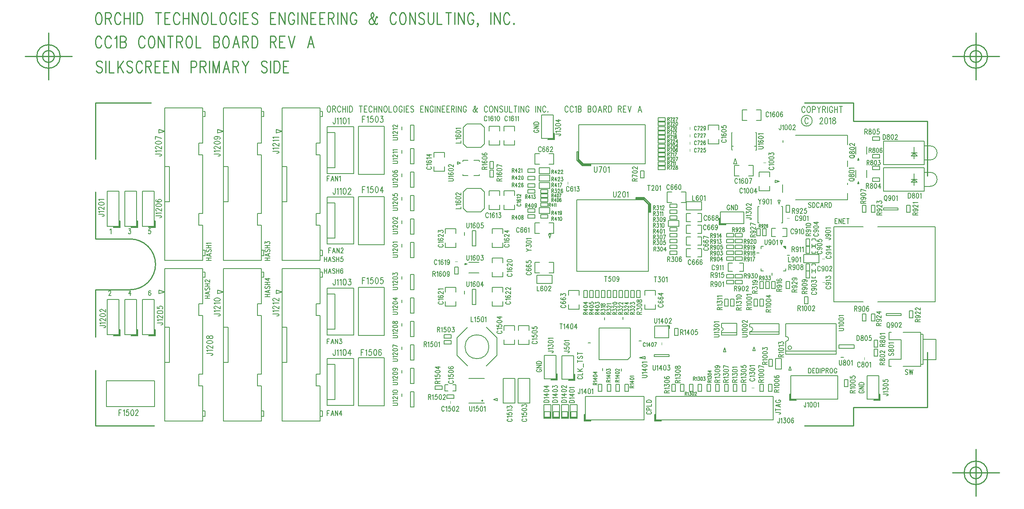
<source format=gbr>
*
*
G04 PADS 9.2 Build Number: 414666 generated Gerber (RS-274-X) file*
G04 PC Version=2.1*
*
%IN "CC1B_080118.pcb"*%
*
%MOIN*%
*
%FSLAX24Y24*%
*
*
*
*
G04 PC Standard Apertures*
*
*
G04 Thermal Relief Aperture macro.*
%AMTER*
1,1,$1,0,0*
1,0,$1-$2,0,0*
21,0,$3,$4,0,0,45*
21,0,$3,$4,0,0,135*
%
*
*
G04 Annular Aperture macro.*
%AMANN*
1,1,$1,0,0*
1,0,$2,0,0*
%
*
*
G04 Odd Aperture macro.*
%AMODD*
1,1,$1,0,0*
1,0,$1-0.005,0,0*
%
*
*
G04 PC Custom Aperture Macros*
*
*
*
*
*
*
G04 PC Aperture Table*
*
%ADD010C,0.001*%
%ADD028C,0.01*%
%ADD029C,0.007*%
%ADD032C,0.005*%
%ADD034C,0.004*%
%ADD063C,0.008*%
%ADD103C,0.006*%
*
*
*
*
G04 PC Circuitry*
G04 Layer Name CC1B_080118.pcb - circuitry*
%LPD*%
*
*
G04 PC Custom Flashes*
G04 Layer Name CC1B_080118.pcb - flashes*
%LPD*%
*
*
G04 PC Circuitry*
G04 Layer Name CC1B_080118.pcb - circuitry*
%LPD*%
*
G54D10*
G54D28*
G01X20562Y50973D02*
X20494Y51067D01*
X20494D02*
X20391Y51114D01*
X20391D02*
X20255D01*
X20153Y51067*
X20153D02*
X20085Y50973D01*
X20085D02*
Y50880D01*
X20119Y50786*
X20153Y50739*
X20221Y50692*
X20221D02*
X20425Y50598D01*
X20425D02*
X20494Y50551D01*
X20494D02*
X20528Y50505D01*
X20562Y50411*
Y50270*
X20562D02*
X20494Y50176D01*
X20494D02*
X20391Y50130D01*
X20391D02*
X20255D01*
X20153Y50176*
X20153D02*
X20085Y50270D01*
X20869Y51114D02*
Y50130D01*
X21175Y51114D02*
Y50130D01*
X21175D02*
X21585D01*
X21891Y51114D02*
Y50130D01*
X22369Y51114D02*
X21891Y50458D01*
X22062Y50692D02*
X22369Y50130D01*
X23153Y50973D02*
X23085Y51067D01*
X23085D02*
X22982Y51114D01*
X22982D02*
X22846D01*
X22744Y51067*
X22744D02*
X22675Y50973D01*
X22675D02*
Y50880D01*
X22675D02*
X22710Y50786D01*
X22744Y50739*
X22812Y50692*
X22812D02*
X23016Y50598D01*
X23016D02*
X23085Y50551D01*
X23085D02*
X23119Y50505D01*
X23153Y50411*
Y50270*
X23153D02*
X23085Y50176D01*
X23085D02*
X22982Y50130D01*
X22982D02*
X22846D01*
X22744Y50176*
X22744D02*
X22675Y50270D01*
X23971Y50880D02*
X23937Y50973D01*
X23937D02*
X23869Y51067D01*
X23869D02*
X23800Y51114D01*
X23800D02*
X23664D01*
X23664D02*
X23596Y51067D01*
X23596D02*
X23528Y50973D01*
X23528D02*
X23494Y50880D01*
X23460Y50739*
Y50505*
X23494Y50364*
X23528Y50270*
X23528D02*
X23596Y50176D01*
X23596D02*
X23664Y50130D01*
X23664D02*
X23800D01*
X23800D02*
X23869Y50176D01*
X23869D02*
X23937Y50270D01*
X23937D02*
X23971Y50364D01*
X24278Y51114D02*
Y50130D01*
Y51114D02*
X24585D01*
X24687Y51067*
X24687D02*
X24721Y51020D01*
X24721D02*
X24755Y50926D01*
X24755D02*
Y50833D01*
X24721Y50739*
X24687Y50692*
X24687D02*
X24585Y50645D01*
X24585D02*
X24278D01*
X24516D02*
X24755Y50130D01*
X25062Y51114D02*
Y50130D01*
Y51114D02*
X25505D01*
X25062Y50645D02*
X25335D01*
X25062Y50130D02*
X25505D01*
X25812Y51114D02*
Y50130D01*
Y51114D02*
X26255D01*
X25812Y50645D02*
X26085D01*
X25812Y50130D02*
X26255D01*
X26562Y51114D02*
Y50130D01*
Y51114D02*
X27039Y50130D01*
Y51114D02*
Y50130D01*
X28130Y51114D02*
Y50130D01*
Y51114D02*
X28437D01*
X28539Y51067*
X28539D02*
X28573Y51020D01*
X28573D02*
X28607Y50926D01*
X28607D02*
Y50786D01*
X28607D02*
X28573Y50692D01*
X28573D02*
X28539Y50645D01*
X28539D02*
X28437Y50598D01*
X28437D02*
X28130D01*
X28914Y51114D02*
Y50130D01*
Y51114D02*
X29221D01*
X29323Y51067*
X29323D02*
X29357Y51020D01*
X29357D02*
X29391Y50926D01*
X29391D02*
Y50833D01*
X29391D02*
X29357Y50739D01*
X29357D02*
X29323Y50692D01*
X29323D02*
X29221Y50645D01*
X29221D02*
X28914D01*
X29153D02*
X29391Y50130D01*
X29698Y51114D02*
Y50130D01*
X30005Y51114D02*
Y50130D01*
Y51114D02*
X30278Y50130D01*
X30550Y51114D02*
X30278Y50130D01*
X30550Y51114D02*
Y50130D01*
X31130Y51114D02*
X30857Y50130D01*
X31130Y51114D02*
X31403Y50130D01*
X30960Y50458D02*
X31300D01*
X31710Y51114D02*
Y50130D01*
Y51114D02*
X32016D01*
X32016D02*
X32119Y51067D01*
X32119D02*
X32153Y51020D01*
X32153D02*
X32187Y50926D01*
X32187D02*
Y50833D01*
X32153Y50739*
X32119Y50692*
X32119D02*
X32016Y50645D01*
X32016D02*
X31710D01*
X31948D02*
X32187Y50130D01*
X32494Y51114D02*
X32766Y50645D01*
X32766D02*
Y50130D01*
X33039Y51114D02*
X32766Y50645D01*
X34607Y50973D02*
X34539Y51067D01*
X34539D02*
X34437Y51114D01*
X34300*
X34300D02*
X34198Y51067D01*
X34198D02*
X34130Y50973D01*
X34130D02*
Y50880D01*
X34164Y50786*
X34164D02*
X34198Y50739D01*
X34198D02*
X34266Y50692D01*
X34266D02*
X34471Y50598D01*
X34471D02*
X34539Y50551D01*
X34539D02*
X34573Y50505D01*
X34573D02*
X34607Y50411D01*
X34607D02*
Y50270D01*
X34607D02*
X34539Y50176D01*
X34539D02*
X34437Y50130D01*
X34300*
X34300D02*
X34198Y50176D01*
X34198D02*
X34130Y50270D01*
X34914Y51114D02*
Y50130D01*
X35221Y51114D02*
Y50130D01*
Y51114D02*
X35460D01*
X35562Y51067*
X35562D02*
X35630Y50973D01*
X35630D02*
X35664Y50880D01*
X35664D02*
X35698Y50739D01*
X35698D02*
Y50505D01*
X35698D02*
X35664Y50364D01*
X35664D02*
X35630Y50270D01*
X35630D02*
X35562Y50176D01*
X35562D02*
X35460Y50130D01*
X35221*
X36005Y51114D02*
Y50130D01*
Y51114D02*
X36448D01*
X36005Y50645D02*
X36278D01*
X36005Y50130D02*
X36448D01*
X20511Y53000D02*
X20477Y53093D01*
X20477D02*
X20409Y53187D01*
X20409D02*
X20340Y53234D01*
X20340D02*
X20204D01*
X20204D02*
X20136Y53187D01*
X20136D02*
X20068Y53093D01*
X20068D02*
X20034Y53000D01*
X20000Y52859*
Y52625*
X20034Y52484*
X20068Y52390*
X20068D02*
X20136Y52296D01*
X20136D02*
X20204Y52250D01*
X20204D02*
X20340D01*
X20340D02*
X20409Y52296D01*
X20409D02*
X20477Y52390D01*
X20477D02*
X20511Y52484D01*
X21329Y53000D02*
X21295Y53093D01*
X21295D02*
X21227Y53187D01*
X21227D02*
X21159Y53234D01*
X21022*
X21022D02*
X20954Y53187D01*
X20954D02*
X20886Y53093D01*
X20886D02*
X20852Y53000D01*
X20818Y52859*
Y52625*
X20852Y52484*
X20886Y52390*
X20886D02*
X20954Y52296D01*
X20954D02*
X21022Y52250D01*
X21022D02*
X21159D01*
X21227Y52296*
X21227D02*
X21295Y52390D01*
X21295D02*
X21329Y52484D01*
X21636Y53046D02*
X21704Y53093D01*
X21704D02*
X21806Y53234D01*
X21806D02*
Y52250D01*
X22113Y53234D02*
Y52250D01*
Y53234D02*
X22420D01*
X22522Y53187*
X22522D02*
X22556Y53140D01*
X22556D02*
X22590Y53046D01*
X22590D02*
Y52953D01*
X22590D02*
X22556Y52859D01*
X22556D02*
X22522Y52812D01*
X22522D02*
X22420Y52765D01*
X22113D02*
X22420D01*
X22420D02*
X22522Y52718D01*
X22522D02*
X22556Y52671D01*
X22556D02*
X22590Y52578D01*
X22590D02*
Y52437D01*
X22590D02*
X22556Y52343D01*
X22556D02*
X22522Y52296D01*
X22522D02*
X22420Y52250D01*
X22113*
X24193Y53000D02*
X24159Y53093D01*
X24159D02*
X24090Y53187D01*
X24090D02*
X24022Y53234D01*
X24022D02*
X23886D01*
X23818Y53187*
X23818D02*
X23750Y53093D01*
X23750D02*
X23715Y53000D01*
X23715D02*
X23681Y52859D01*
X23681D02*
Y52625D01*
X23681D02*
X23715Y52484D01*
X23715D02*
X23750Y52390D01*
X23750D02*
X23818Y52296D01*
X23818D02*
X23886Y52250D01*
X24022*
X24022D02*
X24090Y52296D01*
X24090D02*
X24159Y52390D01*
X24159D02*
X24193Y52484D01*
X24704Y53234D02*
X24636Y53187D01*
X24636D02*
X24568Y53093D01*
X24568D02*
X24534Y53000D01*
X24500Y52859*
Y52625*
X24534Y52484*
X24568Y52390*
X24568D02*
X24636Y52296D01*
X24636D02*
X24704Y52250D01*
X24704D02*
X24840D01*
X24840D02*
X24909Y52296D01*
X24909D02*
X24977Y52390D01*
X24977D02*
X25011Y52484D01*
X25045Y52625*
Y52859*
X25011Y53000*
X24977Y53093*
X24977D02*
X24909Y53187D01*
X24909D02*
X24840Y53234D01*
X24840D02*
X24704D01*
X25352D02*
Y52250D01*
Y53234D02*
X25829Y52250D01*
Y53234D02*
Y52250D01*
X26375Y53234D02*
Y52250D01*
X26136Y53234D02*
X26613D01*
X26920D02*
Y52250D01*
Y53234D02*
X27227D01*
X27329Y53187*
X27329D02*
X27363Y53140D01*
X27363D02*
X27397Y53046D01*
X27397D02*
Y52953D01*
X27397D02*
X27363Y52859D01*
X27363D02*
X27329Y52812D01*
X27329D02*
X27227Y52765D01*
X27227D02*
X26920D01*
X27159D02*
X27397Y52250D01*
X27909Y53234D02*
X27840Y53187D01*
X27840D02*
X27772Y53093D01*
X27772D02*
X27738Y53000D01*
X27738D02*
X27704Y52859D01*
X27704D02*
Y52625D01*
X27704D02*
X27738Y52484D01*
X27738D02*
X27772Y52390D01*
X27772D02*
X27840Y52296D01*
X27840D02*
X27909Y52250D01*
X28045*
X28113Y52296*
X28113D02*
X28181Y52390D01*
X28181D02*
X28215Y52484D01*
X28215D02*
X28250Y52625D01*
Y52859*
X28215Y53000*
X28215D02*
X28181Y53093D01*
X28181D02*
X28113Y53187D01*
X28113D02*
X28045Y53234D01*
X27909*
X28556D02*
Y52250D01*
X28556D02*
X28965D01*
X30056Y53234D02*
Y52250D01*
Y53234D02*
X30363D01*
X30363D02*
X30465Y53187D01*
X30465D02*
X30500Y53140D01*
X30500D02*
X30534Y53046D01*
X30534D02*
Y52953D01*
X30500Y52859*
X30465Y52812*
X30465D02*
X30363Y52765D01*
X30056D02*
X30363D01*
X30363D02*
X30465Y52718D01*
X30465D02*
X30500Y52671D01*
X30500D02*
X30534Y52578D01*
Y52437*
X30534D02*
X30500Y52343D01*
X30500D02*
X30465Y52296D01*
X30465D02*
X30363Y52250D01*
X30363D02*
X30056D01*
X31045Y53234D02*
X30977Y53187D01*
X30977D02*
X30909Y53093D01*
X30909D02*
X30875Y53000D01*
X30840Y52859*
X30840D02*
Y52625D01*
X30840D02*
X30875Y52484D01*
X30909Y52390*
X30909D02*
X30977Y52296D01*
X30977D02*
X31045Y52250D01*
X31181*
X31181D02*
X31250Y52296D01*
X31250D02*
X31318Y52390D01*
X31318D02*
X31352Y52484D01*
X31386Y52625*
Y52859*
X31352Y53000*
X31318Y53093*
X31318D02*
X31250Y53187D01*
X31250D02*
X31181Y53234D01*
X31181D02*
X31045D01*
X31965D02*
X31693Y52250D01*
X31965Y53234D02*
X32238Y52250D01*
X31795Y52578D02*
X32136D01*
X32545Y53234D02*
Y52250D01*
Y53234D02*
X32852D01*
X32954Y53187*
X32954D02*
X32988Y53140D01*
X32988D02*
X33022Y53046D01*
X33022D02*
Y52953D01*
X33022D02*
X32988Y52859D01*
X32988D02*
X32954Y52812D01*
X32954D02*
X32852Y52765D01*
X32852D02*
X32545D01*
X32784D02*
X33022Y52250D01*
X33329Y53234D02*
Y52250D01*
Y53234D02*
X33568D01*
X33670Y53187*
X33670D02*
X33738Y53093D01*
X33738D02*
X33772Y53000D01*
X33772D02*
X33806Y52859D01*
X33806D02*
Y52625D01*
X33806D02*
X33772Y52484D01*
X33772D02*
X33738Y52390D01*
X33738D02*
X33670Y52296D01*
X33670D02*
X33568Y52250D01*
X33329*
X34897Y53234D02*
Y52250D01*
Y53234D02*
X35204D01*
X35204D02*
X35306Y53187D01*
X35306D02*
X35340Y53140D01*
X35340D02*
X35375Y53046D01*
X35375D02*
Y52953D01*
X35340Y52859*
X35340D02*
X35306Y52812D01*
X35306D02*
X35204Y52765D01*
X35204D02*
X34897D01*
X35136D02*
X35375Y52250D01*
X35681Y53234D02*
Y52250D01*
Y53234D02*
X36125D01*
X35681Y52765D02*
X35954D01*
X35681Y52250D02*
X36125D01*
X36431Y53234D02*
X36704Y52250D01*
X36977Y53234D02*
X36704Y52250D01*
X38340Y53234D02*
X38068Y52250D01*
X38340Y53234D02*
X38613Y52250D01*
X38170Y52578D02*
X38511D01*
X20204Y55234D02*
X20136Y55187D01*
X20136D02*
X20068Y55093D01*
X20068D02*
X20034Y55000D01*
X20000Y54859*
Y54625*
X20034Y54484*
X20068Y54390*
X20068D02*
X20136Y54296D01*
X20136D02*
X20204Y54250D01*
X20204D02*
X20340D01*
X20340D02*
X20409Y54296D01*
X20409D02*
X20477Y54390D01*
X20477D02*
X20511Y54484D01*
X20545Y54625*
Y54859*
X20511Y55000*
X20477Y55093*
X20477D02*
X20409Y55187D01*
X20409D02*
X20340Y55234D01*
X20340D02*
X20204D01*
X20852D02*
Y54250D01*
Y55234D02*
X21159D01*
X21261Y55187*
X21261D02*
X21295Y55140D01*
X21295D02*
X21329Y55046D01*
X21329D02*
Y54953D01*
X21329D02*
X21295Y54859D01*
X21261Y54812*
X21261D02*
X21159Y54765D01*
X21159D02*
X20852D01*
X21090D02*
X21329Y54250D01*
X22147Y55000D02*
X22113Y55093D01*
X22113D02*
X22045Y55187D01*
X22045D02*
X21977Y55234D01*
X21840*
X21840D02*
X21772Y55187D01*
X21772D02*
X21704Y55093D01*
X21704D02*
X21670Y55000D01*
X21636Y54859*
Y54625*
X21670Y54484*
X21704Y54390*
X21704D02*
X21772Y54296D01*
X21772D02*
X21840Y54250D01*
X21840D02*
X21977D01*
X22045Y54296*
X22045D02*
X22113Y54390D01*
X22113D02*
X22147Y54484D01*
X22454Y55234D02*
Y54250D01*
X22931Y55234D02*
Y54250D01*
X22454Y54765D02*
X22931D01*
X23238Y55234D02*
Y54250D01*
X23545Y55234D02*
Y54250D01*
Y55234D02*
X23784D01*
X23886Y55187*
X23886D02*
X23954Y55093D01*
X23954D02*
X23988Y55000D01*
X23988D02*
X24022Y54859D01*
X24022D02*
Y54625D01*
X24022D02*
X23988Y54484D01*
X23988D02*
X23954Y54390D01*
X23954D02*
X23886Y54296D01*
X23886D02*
X23784Y54250D01*
X23545*
X25352Y55234D02*
Y54250D01*
X25113Y55234D02*
X25590D01*
X25897D02*
Y54250D01*
Y55234D02*
X26340D01*
X25897Y54765D02*
X26170D01*
X25897Y54250D02*
X26340D01*
X27159Y55000D02*
X27125Y55093D01*
X27125D02*
X27056Y55187D01*
X27056D02*
X26988Y55234D01*
X26988D02*
X26852D01*
X26784Y55187*
X26784D02*
X26715Y55093D01*
X26715D02*
X26681Y55000D01*
X26681D02*
X26647Y54859D01*
X26647D02*
Y54625D01*
X26647D02*
X26681Y54484D01*
X26681D02*
X26715Y54390D01*
X26715D02*
X26784Y54296D01*
X26784D02*
X26852Y54250D01*
X26988*
X26988D02*
X27056Y54296D01*
X27056D02*
X27125Y54390D01*
X27125D02*
X27159Y54484D01*
X27465Y55234D02*
Y54250D01*
X27943Y55234D02*
Y54250D01*
X27465Y54765D02*
X27943D01*
X28250Y55234D02*
Y54250D01*
Y55234D02*
X28727Y54250D01*
Y55234D02*
Y54250D01*
X29238Y55234D02*
X29170Y55187D01*
X29170D02*
X29102Y55093D01*
X29102D02*
X29068Y55000D01*
X29034Y54859*
Y54625*
X29068Y54484*
X29102Y54390*
X29102D02*
X29170Y54296D01*
X29170D02*
X29238Y54250D01*
X29238D02*
X29375D01*
X29443Y54296*
X29443D02*
X29511Y54390D01*
X29511D02*
X29545Y54484D01*
X29579Y54625*
X29579D02*
Y54859D01*
X29579D02*
X29545Y55000D01*
X29511Y55093*
X29511D02*
X29443Y55187D01*
X29443D02*
X29375Y55234D01*
X29238*
X29886D02*
Y54250D01*
X30295*
X30806Y55234D02*
X30738Y55187D01*
X30738D02*
X30670Y55093D01*
X30670D02*
X30636Y55000D01*
X30602Y54859*
Y54625*
X30636Y54484*
X30670Y54390*
X30670D02*
X30738Y54296D01*
X30738D02*
X30806Y54250D01*
X30806D02*
X30943D01*
X31011Y54296*
X31011D02*
X31079Y54390D01*
X31079D02*
X31113Y54484D01*
X31113D02*
X31147Y54625D01*
X31147D02*
Y54859D01*
X31147D02*
X31113Y55000D01*
X31113D02*
X31079Y55093D01*
X31079D02*
X31011Y55187D01*
X31011D02*
X30943Y55234D01*
X30806*
X31965Y55000D02*
X31931Y55093D01*
X31931D02*
X31863Y55187D01*
X31863D02*
X31795Y55234D01*
X31659*
X31590Y55187*
X31590D02*
X31522Y55093D01*
X31522D02*
X31488Y55000D01*
X31488D02*
X31454Y54859D01*
X31454D02*
Y54625D01*
X31454D02*
X31488Y54484D01*
X31488D02*
X31522Y54390D01*
X31522D02*
X31590Y54296D01*
X31590D02*
X31659Y54250D01*
X31795*
X31863Y54296*
X31863D02*
X31931Y54390D01*
X31931D02*
X31965Y54484D01*
X31965D02*
Y54625D01*
X31795D02*
X31965D01*
X32272Y55234D02*
Y54250D01*
X32579Y55234D02*
Y54250D01*
Y55234D02*
X33022D01*
X32579Y54765D02*
X32852D01*
X32579Y54250D02*
X33022D01*
X33806Y55093D02*
X33738Y55187D01*
X33738D02*
X33636Y55234D01*
X33500*
X33397Y55187*
X33397D02*
X33329Y55093D01*
X33329D02*
Y55000D01*
X33329D02*
X33363Y54906D01*
X33363D02*
X33397Y54859D01*
X33397D02*
X33465Y54812D01*
X33465D02*
X33670Y54718D01*
X33670D02*
X33738Y54671D01*
X33738D02*
X33772Y54625D01*
X33772D02*
X33806Y54531D01*
X33806D02*
Y54390D01*
X33806D02*
X33738Y54296D01*
X33738D02*
X33636Y54250D01*
X33500*
X33397Y54296*
X33397D02*
X33329Y54390D01*
X34897Y55234D02*
Y54250D01*
Y55234D02*
X35340D01*
X34897Y54765D02*
X35170D01*
X34897Y54250D02*
X35340D01*
X35647Y55234D02*
Y54250D01*
Y55234D02*
X36125Y54250D01*
Y55234D02*
Y54250D01*
X36943Y55000D02*
X36909Y55093D01*
X36909D02*
X36840Y55187D01*
X36840D02*
X36772Y55234D01*
X36772D02*
X36636D01*
X36568Y55187*
X36568D02*
X36500Y55093D01*
X36500D02*
X36465Y55000D01*
X36465D02*
X36431Y54859D01*
X36431D02*
Y54625D01*
X36431D02*
X36465Y54484D01*
X36465D02*
X36500Y54390D01*
X36500D02*
X36568Y54296D01*
X36568D02*
X36636Y54250D01*
X36772*
X36772D02*
X36840Y54296D01*
X36840D02*
X36909Y54390D01*
X36909D02*
X36943Y54484D01*
Y54625*
X36772D02*
X36943D01*
X37250Y55234D02*
Y54250D01*
X37556Y55234D02*
Y54250D01*
Y55234D02*
X38034Y54250D01*
Y55234D02*
Y54250D01*
X38340Y55234D02*
Y54250D01*
Y55234D02*
X38784D01*
X38340Y54765D02*
X38613D01*
X38340Y54250D02*
X38784D01*
X39090Y55234D02*
Y54250D01*
Y55234D02*
X39534D01*
X39090Y54765D02*
X39363D01*
X39090Y54250D02*
X39534D01*
X39840Y55234D02*
Y54250D01*
Y55234D02*
X40147D01*
X40147D02*
X40250Y55187D01*
X40250D02*
X40284Y55140D01*
X40284D02*
X40318Y55046D01*
X40318D02*
Y54953D01*
X40284Y54859*
X40250Y54812*
X40250D02*
X40147Y54765D01*
X40147D02*
X39840D01*
X40079D02*
X40318Y54250D01*
X40625Y55234D02*
Y54250D01*
X40931Y55234D02*
Y54250D01*
Y55234D02*
X41409Y54250D01*
Y55234D02*
Y54250D01*
X42227Y55000D02*
X42193Y55093D01*
X42193D02*
X42125Y55187D01*
X42125D02*
X42056Y55234D01*
X42056D02*
X41920D01*
X41852Y55187*
X41852D02*
X41784Y55093D01*
X41784D02*
X41750Y55000D01*
X41715Y54859*
X41715D02*
Y54625D01*
X41715D02*
X41750Y54484D01*
X41784Y54390*
X41784D02*
X41852Y54296D01*
X41852D02*
X41920Y54250D01*
X42056*
X42056D02*
X42125Y54296D01*
X42125D02*
X42193Y54390D01*
X42193D02*
X42227Y54484D01*
Y54625*
X42056D02*
X42227D01*
X44000Y54812D02*
Y54859D01*
X43965Y54906*
X43965D02*
X43931D01*
X43931D02*
X43897Y54859D01*
X43897D02*
X43863Y54765D01*
X43863D02*
X43795Y54531D01*
X43727Y54390*
X43727D02*
X43659Y54296D01*
X43659D02*
X43590Y54250D01*
X43590D02*
X43454D01*
X43454D02*
X43386Y54296D01*
X43386D02*
X43352Y54343D01*
X43352D02*
X43318Y54437D01*
X43318D02*
Y54531D01*
X43352Y54625*
X43386Y54671*
X43386D02*
X43625Y54859D01*
X43659Y54906*
X43693Y55000*
Y55093*
X43693D02*
X43659Y55187D01*
X43659D02*
X43590Y55234D01*
X43590D02*
X43522Y55187D01*
X43522D02*
X43488Y55093D01*
X43488D02*
Y55000D01*
X43488D02*
X43522Y54859D01*
X43522D02*
X43590Y54718D01*
X43590D02*
X43761Y54390D01*
X43761D02*
X43829Y54296D01*
X43829D02*
X43897Y54250D01*
X43897D02*
X43965D01*
X43965D02*
X44000Y54296D01*
X44000D02*
Y54343D01*
X45602Y55000D02*
X45568Y55093D01*
X45568D02*
X45500Y55187D01*
X45500D02*
X45431Y55234D01*
X45431D02*
X45295D01*
X45227Y55187*
X45227D02*
X45159Y55093D01*
X45159D02*
X45125Y55000D01*
X45090Y54859*
X45090D02*
Y54625D01*
X45090D02*
X45125Y54484D01*
X45159Y54390*
X45159D02*
X45227Y54296D01*
X45227D02*
X45295Y54250D01*
X45431*
X45431D02*
X45500Y54296D01*
X45500D02*
X45568Y54390D01*
X45568D02*
X45602Y54484D01*
X46113Y55234D02*
X46045Y55187D01*
X46045D02*
X45977Y55093D01*
X45977D02*
X45943Y55000D01*
X45909Y54859*
Y54625*
X45943Y54484*
X45977Y54390*
X45977D02*
X46045Y54296D01*
X46045D02*
X46113Y54250D01*
X46113D02*
X46250D01*
X46318Y54296*
X46318D02*
X46386Y54390D01*
X46386D02*
X46420Y54484D01*
X46454Y54625*
X46454D02*
Y54859D01*
X46454D02*
X46420Y55000D01*
X46386Y55093*
X46386D02*
X46318Y55187D01*
X46318D02*
X46250Y55234D01*
X46113*
X46761D02*
Y54250D01*
Y55234D02*
X47238Y54250D01*
Y55234D02*
Y54250D01*
X48022Y55093D02*
X47954Y55187D01*
X47954D02*
X47852Y55234D01*
X47715*
X47715D02*
X47613Y55187D01*
X47613D02*
X47545Y55093D01*
X47545D02*
Y55000D01*
X47579Y54906*
X47579D02*
X47613Y54859D01*
X47613D02*
X47681Y54812D01*
X47681D02*
X47886Y54718D01*
X47886D02*
X47954Y54671D01*
X47954D02*
X47988Y54625D01*
X47988D02*
X48022Y54531D01*
X48022D02*
Y54390D01*
X48022D02*
X47954Y54296D01*
X47954D02*
X47852Y54250D01*
X47715*
X47715D02*
X47613Y54296D01*
X47613D02*
X47545Y54390D01*
X48329Y55234D02*
Y54531D01*
X48329D02*
X48363Y54390D01*
X48363D02*
X48431Y54296D01*
X48431D02*
X48534Y54250D01*
X48602*
X48704Y54296*
X48704D02*
X48772Y54390D01*
X48772D02*
X48806Y54531D01*
X48806D02*
Y55234D01*
X49113D02*
Y54250D01*
X49113D02*
X49522D01*
X50068Y55234D02*
Y54250D01*
X49829Y55234D02*
X50306D01*
X50613D02*
Y54250D01*
X50920Y55234D02*
Y54250D01*
Y55234D02*
X51397Y54250D01*
Y55234D02*
Y54250D01*
X52215Y55000D02*
X52181Y55093D01*
X52181D02*
X52113Y55187D01*
X52113D02*
X52045Y55234D01*
X51909*
X51840Y55187*
X51840D02*
X51772Y55093D01*
X51772D02*
X51738Y55000D01*
X51738D02*
X51704Y54859D01*
X51704D02*
Y54625D01*
X51704D02*
X51738Y54484D01*
X51738D02*
X51772Y54390D01*
X51772D02*
X51840Y54296D01*
X51840D02*
X51909Y54250D01*
X52045*
X52113Y54296*
X52113D02*
X52181Y54390D01*
X52181D02*
X52215Y54484D01*
X52215D02*
Y54625D01*
X52045D02*
X52215D01*
X52590Y54296D02*
X52556Y54250D01*
X52556D02*
X52522Y54296D01*
X52522D02*
X52556Y54343D01*
X52556D02*
X52590Y54296D01*
X52590D02*
Y54203D01*
X52590D02*
X52556Y54109D01*
X52556D02*
X52522Y54062D01*
X53681Y55234D02*
Y54250D01*
X53988Y55234D02*
Y54250D01*
Y55234D02*
X54465Y54250D01*
Y55234D02*
Y54250D01*
X55284Y55000D02*
X55250Y55093D01*
X55250D02*
X55181Y55187D01*
X55181D02*
X55113Y55234D01*
X55113D02*
X54977D01*
X54909Y55187*
X54909D02*
X54840Y55093D01*
X54840D02*
X54806Y55000D01*
X54806D02*
X54772Y54859D01*
X54772D02*
Y54625D01*
X54772D02*
X54806Y54484D01*
X54806D02*
X54840Y54390D01*
X54840D02*
X54909Y54296D01*
X54909D02*
X54977Y54250D01*
X55113*
X55113D02*
X55181Y54296D01*
X55181D02*
X55250Y54390D01*
X55250D02*
X55284Y54484D01*
X55625Y54343D02*
X55590Y54296D01*
X55590D02*
X55625Y54250D01*
X55659Y54296*
X55659D02*
X55625Y54343D01*
X17000Y51500D02*
G75*
G03X17000I-1000J0D01*
G01X16500D02*
G03X16500I-500J0D01*
G01X16000Y53500D02*
Y49500D01*
X14000Y51500D02*
X18000D01*
X96000D02*
G03X96000I-1000J0D01*
G01X95500D02*
G03X95500I-500J0D01*
G01X95000Y53500D02*
Y49500D01*
X93000Y51500D02*
X97000D01*
X96000Y16000D02*
G03X96000I-1000J0D01*
G01X95500D02*
G03X95500I-500J0D01*
G01X95000Y18000D02*
Y14000D01*
X93000Y16000D02*
X97000D01*
X25000Y20000D02*
X20000D01*
Y24750*
Y42750D02*
Y47560D01*
X24750*
X80410Y47559D02*
X84565D01*
Y45985*
X90865*
Y41300*
X80403Y20000D02*
X84568D01*
Y21573*
X90867*
Y26270*
X20000Y27596D02*
Y31614D01*
X22950*
G03X22949Y35940I7J2163*
G01X22950D02*
X20000D01*
Y39956*
G54D29*
X84875Y27701D02*
Y27275D01*
Y27701D02*
X84978D01*
X84978D02*
X85022Y27681D01*
X85022D02*
X85052Y27640D01*
X85052D02*
X85067Y27600D01*
X85081Y27539*
X85081D02*
Y27437D01*
X85081D02*
X85067Y27376D01*
X85067D02*
X85052Y27335D01*
X85052D02*
X85022Y27295D01*
X85022D02*
X84978Y27275D01*
X84875*
X85288Y27701D02*
X85244Y27681D01*
X85229Y27640*
X85229D02*
Y27600D01*
X85229D02*
X85244Y27559D01*
X85273Y27539*
X85273D02*
X85333Y27518D01*
X85333D02*
X85377Y27498D01*
X85406Y27457*
X85406D02*
X85421Y27417D01*
X85421D02*
Y27356D01*
X85421D02*
X85406Y27315D01*
X85406D02*
X85392Y27295D01*
X85347Y27275*
X85347D02*
X85288D01*
X85288D02*
X85244Y27295D01*
X85229Y27315*
X85229D02*
X85214Y27356D01*
X85214D02*
Y27417D01*
X85214D02*
X85229Y27457D01*
X85229D02*
X85259Y27498D01*
X85303Y27518*
X85303D02*
X85362Y27539D01*
X85362D02*
X85392Y27559D01*
X85406Y27600*
X85406D02*
Y27640D01*
X85406D02*
X85392Y27681D01*
X85347Y27701*
X85347D02*
X85288D01*
X85643D02*
X85598Y27681D01*
X85598D02*
X85569Y27620D01*
X85554Y27518*
X85554D02*
Y27457D01*
X85554D02*
X85569Y27356D01*
X85598Y27295*
X85598D02*
X85643Y27275D01*
X85672*
X85672D02*
X85717Y27295D01*
X85746Y27356*
X85746D02*
X85761Y27457D01*
X85761D02*
Y27518D01*
X85761D02*
X85746Y27620D01*
X85746D02*
X85717Y27681D01*
X85672Y27701*
X85672D02*
X85643D01*
X86086D02*
X85938D01*
X85938D02*
X85923Y27518D01*
X85923D02*
X85938Y27539D01*
X85938D02*
X85983Y27559D01*
X86027*
X86071Y27539*
X86071D02*
X86101Y27498D01*
X86115Y27437*
X86115D02*
X86101Y27396D01*
X86101D02*
X86086Y27335D01*
X86086D02*
X86056Y27295D01*
X86056D02*
X86012Y27275D01*
X86012D02*
X85968D01*
X85923Y27295*
X85923D02*
X85909Y27315D01*
X85909D02*
X85894Y27356D01*
X60373Y21975D02*
X60800D01*
X60373D02*
Y22078D01*
X60393Y22122*
X60393D02*
X60434Y22152D01*
X60475Y22167*
X60535Y22181*
X60535D02*
X60637D01*
X60637D02*
X60698Y22167D01*
X60739Y22152*
X60779Y22122*
X60779D02*
X60800Y22078D01*
Y21975*
X60454Y22314D02*
X60434Y22344D01*
X60373Y22388*
X60373D02*
X60800D01*
X60373Y22669D02*
X60657Y22521D01*
X60657D02*
Y22743D01*
X60373Y22669D02*
X60800D01*
X60373Y22964D02*
X60393Y22920D01*
X60393D02*
X60454Y22890D01*
X60454D02*
X60556Y22876D01*
X60617*
X60718Y22890*
X60718D02*
X60779Y22920D01*
X60779D02*
X60800Y22964D01*
X60800D02*
Y22994D01*
X60779Y23038*
X60779D02*
X60718Y23068D01*
X60718D02*
X60617Y23083D01*
X60556*
X60454Y23068*
X60454D02*
X60393Y23038D01*
X60393D02*
X60373Y22994D01*
Y22964*
X60454Y23215D02*
X60434Y23245D01*
X60373Y23289*
X60373D02*
X60800D01*
X59698Y22000D02*
X60125D01*
X59698D02*
Y22103D01*
X59718Y22147*
X59718D02*
X59759Y22177D01*
X59800Y22192*
X59860Y22206*
X59860D02*
X59962D01*
X59962D02*
X60023Y22192D01*
X60064Y22177*
X60104Y22147*
X60104D02*
X60125Y22103D01*
Y22000*
X59779Y22339D02*
X59759Y22369D01*
X59698Y22413*
X59698D02*
X60125D01*
X59698Y22694D02*
X59982Y22546D01*
X59982D02*
Y22768D01*
X59698Y22694D02*
X60125D01*
X59698Y22989D02*
X59718Y22945D01*
X59718D02*
X59779Y22915D01*
X59779D02*
X59881Y22901D01*
X59942*
X60043Y22915*
X60043D02*
X60104Y22945D01*
X60104D02*
X60125Y22989D01*
X60125D02*
Y23019D01*
X60104Y23063*
X60104D02*
X60043Y23093D01*
X60043D02*
X59942Y23108D01*
X59881*
X59779Y23093*
X59779D02*
X59718Y23063D01*
X59718D02*
X59698Y23019D01*
Y22989*
X59800Y23255D02*
X59779D01*
X59779D02*
X59739Y23270D01*
X59718Y23285*
X59718D02*
X59698Y23314D01*
X59698D02*
Y23373D01*
X59698D02*
X59718Y23403D01*
X59718D02*
X59739Y23418D01*
X59779Y23433*
X59779D02*
X59820D01*
X59860Y23418*
X59860D02*
X59921Y23388D01*
X59921D02*
X60125Y23240D01*
X60125D02*
Y23447D01*
X58948Y22000D02*
X59375D01*
X58948D02*
Y22103D01*
X58968Y22147*
X58968D02*
X59009Y22177D01*
X59050Y22192*
X59110Y22206*
X59110D02*
X59212D01*
X59212D02*
X59273Y22192D01*
X59314Y22177*
X59354Y22147*
X59354D02*
X59375Y22103D01*
Y22000*
X59029Y22339D02*
X59009Y22369D01*
X58948Y22413*
X58948D02*
X59375D01*
X58948Y22694D02*
X59232Y22546D01*
X59232D02*
Y22768D01*
X58948Y22694D02*
X59375D01*
X58948Y22989D02*
X58968Y22945D01*
X58968D02*
X59029Y22915D01*
X59029D02*
X59131Y22901D01*
X59192*
X59293Y22915*
X59293D02*
X59354Y22945D01*
X59354D02*
X59375Y22989D01*
X59375D02*
Y23019D01*
X59354Y23063*
X59354D02*
X59293Y23093D01*
X59293D02*
X59192Y23108D01*
X59131*
X59029Y23093*
X59029D02*
X58968Y23063D01*
X58968D02*
X58948Y23019D01*
Y22989*
Y23270D02*
Y23433D01*
X59110Y23344*
X59110D02*
Y23388D01*
X59110D02*
X59131Y23418D01*
X59151Y23433*
X59151D02*
X59212Y23447D01*
X59212D02*
X59253D01*
X59253D02*
X59314Y23433D01*
X59354Y23403*
X59354D02*
X59375Y23359D01*
Y23314*
X59375D02*
X59354Y23270D01*
X59354D02*
X59334Y23255D01*
X59334D02*
X59293Y23240D01*
X58198Y22000D02*
X58625D01*
X58198D02*
Y22103D01*
X58218Y22147*
X58218D02*
X58259Y22177D01*
X58300Y22192*
X58360Y22206*
X58360D02*
X58462D01*
X58462D02*
X58523Y22192D01*
X58564Y22177*
X58604Y22147*
X58604D02*
X58625Y22103D01*
Y22000*
X58279Y22339D02*
X58259Y22369D01*
X58198Y22413*
X58198D02*
X58625D01*
X58198Y22694D02*
X58482Y22546D01*
X58482D02*
Y22768D01*
X58198Y22694D02*
X58625D01*
X58198Y22989D02*
X58218Y22945D01*
X58218D02*
X58279Y22915D01*
X58279D02*
X58381Y22901D01*
X58442*
X58543Y22915*
X58543D02*
X58604Y22945D01*
X58604D02*
X58625Y22989D01*
X58625D02*
Y23019D01*
X58604Y23063*
X58604D02*
X58543Y23093D01*
X58543D02*
X58442Y23108D01*
X58381*
X58279Y23093*
X58279D02*
X58218Y23063D01*
X58218D02*
X58198Y23019D01*
Y22989*
Y23388D02*
X58482Y23240D01*
X58482D02*
Y23462D01*
X58198Y23388D02*
X58625D01*
X61272Y23176D02*
Y22851D01*
X61272D02*
X61258Y22790D01*
X61258D02*
X61243Y22770D01*
X61213Y22750*
X61213D02*
X61184D01*
X61154Y22770*
X61154D02*
X61139Y22790D01*
X61139D02*
X61125Y22851D01*
X61125D02*
Y22892D01*
X61405Y23095D02*
X61435Y23115D01*
X61435D02*
X61479Y23176D01*
X61479D02*
Y22750D01*
X61760Y23176D02*
X61612Y22892D01*
X61612D02*
X61834D01*
X61760Y23176D02*
Y22750D01*
X62055Y23176D02*
X62011Y23156D01*
X61981Y23095*
X61981D02*
X61967Y22993D01*
X61967D02*
Y22932D01*
X61967D02*
X61981Y22831D01*
X61981D02*
X62011Y22770D01*
X62055Y22750*
X62055D02*
X62085D01*
X62129Y22770*
X62129D02*
X62159Y22831D01*
X62173Y22932*
X62173D02*
Y22993D01*
X62173D02*
X62159Y23095D01*
X62129Y23156*
X62129D02*
X62085Y23176D01*
X62085D02*
X62055D01*
X62306Y23095D02*
X62336Y23115D01*
X62336D02*
X62380Y23176D01*
X62380D02*
Y22750D01*
X70875Y39651D02*
Y39225D01*
X71052*
X71362Y39590D02*
X71347Y39631D01*
X71347D02*
X71303Y39651D01*
X71303D02*
X71273D01*
X71273D02*
X71229Y39631D01*
X71229D02*
X71200Y39570D01*
X71185Y39468*
X71185D02*
Y39367D01*
X71200Y39285*
X71200D02*
X71229Y39245D01*
X71229D02*
X71273Y39225D01*
X71273D02*
X71288D01*
X71288D02*
X71333Y39245D01*
X71362Y39285*
X71362D02*
X71377Y39346D01*
X71377D02*
Y39367D01*
X71362Y39428*
X71362D02*
X71333Y39468D01*
X71333D02*
X71288Y39489D01*
X71288D02*
X71273D01*
X71273D02*
X71229Y39468D01*
X71229D02*
X71200Y39428D01*
X71185Y39367*
X71598Y39651D02*
X71554Y39631D01*
X71554D02*
X71525Y39570D01*
X71510Y39468*
X71510D02*
Y39407D01*
X71510D02*
X71525Y39306D01*
X71554Y39245*
X71554D02*
X71598Y39225D01*
X71598D02*
X71628D01*
X71672Y39245*
X71672D02*
X71702Y39306D01*
X71717Y39407*
X71717D02*
Y39468D01*
X71717D02*
X71702Y39570D01*
X71672Y39631*
X71672D02*
X71628Y39651D01*
X71628D02*
X71598D01*
X71850Y39570D02*
X71879Y39590D01*
X71879D02*
X71923Y39651D01*
X71923D02*
Y39225D01*
X57625Y31926D02*
Y31500D01*
X57802*
X58112Y31865D02*
X58097Y31906D01*
X58097D02*
X58053Y31926D01*
X58053D02*
X58023D01*
X58023D02*
X57979Y31906D01*
X57979D02*
X57950Y31845D01*
X57935Y31743*
X57935D02*
Y31642D01*
X57950Y31560*
X57950D02*
X57979Y31520D01*
X57979D02*
X58023Y31500D01*
X58023D02*
X58038D01*
X58038D02*
X58083Y31520D01*
X58112Y31560*
X58112D02*
X58127Y31621D01*
X58127D02*
Y31642D01*
X58112Y31703*
X58112D02*
X58083Y31743D01*
X58083D02*
X58038Y31764D01*
X58038D02*
X58023D01*
X58023D02*
X57979Y31743D01*
X57979D02*
X57950Y31703D01*
X57935Y31642*
X58348Y31926D02*
X58304Y31906D01*
X58304D02*
X58275Y31845D01*
X58260Y31743*
X58260D02*
Y31682D01*
X58260D02*
X58275Y31581D01*
X58304Y31520*
X58304D02*
X58348Y31500D01*
X58348D02*
X58378D01*
X58422Y31520*
X58422D02*
X58452Y31581D01*
X58467Y31682*
X58467D02*
Y31743D01*
X58467D02*
X58452Y31845D01*
X58422Y31906*
X58422D02*
X58378Y31926D01*
X58378D02*
X58348D01*
X58614Y31825D02*
Y31845D01*
X58614D02*
X58629Y31885D01*
X58629D02*
X58644Y31906D01*
X58673Y31926*
X58673D02*
X58733D01*
X58733D02*
X58762Y31906D01*
X58762D02*
X58777Y31885D01*
X58777D02*
X58792Y31845D01*
Y31804*
X58792D02*
X58777Y31764D01*
X58747Y31703*
X58747D02*
X58600Y31500D01*
X58806*
X79025Y34401D02*
Y33975D01*
X79202*
X79527Y34259D02*
X79512Y34198D01*
X79512D02*
X79483Y34157D01*
X79483D02*
X79438Y34137D01*
X79438D02*
X79423D01*
X79423D02*
X79379Y34157D01*
X79379D02*
X79350Y34198D01*
X79335Y34259*
Y34279*
X79335D02*
X79350Y34340D01*
X79350D02*
X79379Y34381D01*
X79379D02*
X79423Y34401D01*
X79423D02*
X79438D01*
X79438D02*
X79483Y34381D01*
X79512Y34340*
X79512D02*
X79527Y34259D01*
Y34157*
X79527D02*
X79512Y34056D01*
X79512D02*
X79483Y33995D01*
X79438Y33975*
X79438D02*
X79409D01*
X79364Y33995*
X79364D02*
X79350Y34035D01*
X79748Y34401D02*
X79704Y34381D01*
X79704D02*
X79675Y34320D01*
X79660Y34218*
X79660D02*
Y34157D01*
X79660D02*
X79675Y34056D01*
X79704Y33995*
X79704D02*
X79748Y33975D01*
X79748D02*
X79778D01*
X79822Y33995*
X79822D02*
X79852Y34056D01*
X79867Y34157*
X79867D02*
Y34218D01*
X79867D02*
X79852Y34320D01*
X79822Y34381*
X79822D02*
X79778Y34401D01*
X79778D02*
X79748D01*
X80000Y34320D02*
X80029Y34340D01*
X80029D02*
X80073Y34401D01*
X80073D02*
Y33975D01*
X64125Y39992D02*
Y39640D01*
X64125D02*
X64142Y39570D01*
X64176Y39523*
X64227Y39500*
X64261*
X64312Y39523*
X64346Y39570*
X64346D02*
X64363Y39640D01*
X64363D02*
Y39992D01*
X64534Y39875D02*
Y39898D01*
X64551Y39945*
X64568Y39968*
X64568D02*
X64602Y39992D01*
X64670*
X64704Y39968*
X64704D02*
X64721Y39945D01*
X64721D02*
X64738Y39898D01*
X64738D02*
Y39851D01*
X64738D02*
X64721Y39804D01*
X64721D02*
X64687Y39734D01*
X64517Y39500*
X64755*
X65011Y39992D02*
X64960Y39968D01*
X64960D02*
X64926Y39898D01*
X64909Y39781*
Y39710*
X64909D02*
X64926Y39593D01*
X64926D02*
X64960Y39523D01*
X65011Y39500*
X65045*
X65096Y39523*
X65096D02*
X65130Y39593D01*
X65130D02*
X65147Y39710D01*
X65147D02*
Y39781D01*
X65147D02*
X65130Y39898D01*
X65130D02*
X65096Y39968D01*
X65096D02*
X65045Y39992D01*
X65011*
X65301Y39898D02*
X65335Y39921D01*
X65335D02*
X65386Y39992D01*
Y39500*
X62500Y42117D02*
Y41765D01*
X62500D02*
X62517Y41695D01*
X62551Y41648*
X62602Y41625*
X62636*
X62687Y41648*
X62687D02*
X62721Y41695D01*
X62721D02*
X62738Y41765D01*
X62738D02*
Y42117D01*
X63130D02*
X62960Y41625D01*
X62892Y42117D02*
X63130D01*
X63386D02*
X63335Y42093D01*
X63335D02*
X63301Y42023D01*
X63284Y41906*
Y41835*
X63284D02*
X63301Y41718D01*
X63301D02*
X63335Y41648D01*
X63386Y41625*
X63420*
X63471Y41648*
X63471D02*
X63505Y41718D01*
X63505D02*
X63522Y41835D01*
X63522D02*
Y41906D01*
X63522D02*
X63505Y42023D01*
X63505D02*
X63471Y42093D01*
X63471D02*
X63420Y42117D01*
X63386*
X63676Y42023D02*
X63710Y42046D01*
X63710D02*
X63761Y42117D01*
Y41625*
X81746Y33525D02*
X81731Y33565D01*
X81731D02*
X81702Y33606D01*
X81672Y33626*
X81672D02*
X81613D01*
X81613D02*
X81584Y33606D01*
X81554Y33565*
X81554D02*
X81539Y33525D01*
X81539D02*
X81525Y33464D01*
Y33362*
X81525D02*
X81539Y33301D01*
X81539D02*
X81554Y33260D01*
X81554D02*
X81584Y33220D01*
X81613Y33200*
X81613D02*
X81672D01*
X81672D02*
X81702Y33220D01*
X81731Y33260*
X81731D02*
X81746Y33301D01*
X82071Y33484D02*
X82056Y33423D01*
X82056D02*
X82027Y33382D01*
X82027D02*
X81983Y33362D01*
X81983D02*
X81968D01*
X81968D02*
X81923Y33382D01*
X81923D02*
X81894Y33423D01*
X81879Y33484*
X81879D02*
Y33504D01*
X81879D02*
X81894Y33565D01*
X81894D02*
X81923Y33606D01*
X81923D02*
X81968Y33626D01*
X81968D02*
X81983D01*
X81983D02*
X82027Y33606D01*
X82056Y33565*
X82056D02*
X82071Y33484D01*
X82071D02*
Y33382D01*
X82071D02*
X82056Y33281D01*
X82056D02*
X82027Y33220D01*
X81983Y33200*
X81953*
X81909Y33220*
X81894Y33260*
X82293Y33626D02*
X82248Y33606D01*
X82248D02*
X82219Y33545D01*
X82204Y33443*
X82204D02*
Y33382D01*
X82204D02*
X82219Y33281D01*
X82248Y33220*
X82248D02*
X82293Y33200D01*
X82322*
X82322D02*
X82367Y33220D01*
X82396Y33281*
X82396D02*
X82411Y33382D01*
X82411D02*
Y33443D01*
X82411D02*
X82396Y33545D01*
X82396D02*
X82367Y33606D01*
X82322Y33626*
X82322D02*
X82293D01*
X82559Y33525D02*
Y33545D01*
X82573Y33585*
X82573D02*
X82588Y33606D01*
X82588D02*
X82618Y33626D01*
X82618D02*
X82677D01*
X82677D02*
X82706Y33606D01*
X82706D02*
X82721Y33585D01*
X82721D02*
X82736Y33545D01*
Y33504*
X82736D02*
X82721Y33464D01*
X82721D02*
X82692Y33403D01*
X82544Y33200*
X82751*
X81100Y31421D02*
X81059Y31406D01*
X81059D02*
X81018Y31377D01*
X81018D02*
X80998Y31347D01*
X80998D02*
Y31288D01*
X80998D02*
X81018Y31259D01*
X81018D02*
X81059Y31229D01*
X81059D02*
X81100Y31214D01*
X81100D02*
X81160Y31200D01*
X81160D02*
X81262D01*
X81262D02*
X81323Y31214D01*
X81323D02*
X81364Y31229D01*
X81364D02*
X81404Y31259D01*
X81404D02*
X81425Y31288D01*
X81425D02*
Y31347D01*
X81425D02*
X81404Y31377D01*
X81404D02*
X81364Y31406D01*
X81364D02*
X81323Y31421D01*
X81140Y31746D02*
X81201Y31731D01*
X81201D02*
X81242Y31702D01*
X81262Y31658*
X81262D02*
Y31643D01*
X81262D02*
X81242Y31598D01*
X81242D02*
X81201Y31569D01*
X81201D02*
X81140Y31554D01*
X81140D02*
X81120D01*
X81120D02*
X81059Y31569D01*
X81018Y31598*
X81018D02*
X80998Y31643D01*
Y31658*
X81018Y31702*
X81018D02*
X81059Y31731D01*
X81059D02*
X81140Y31746D01*
X81140D02*
X81242D01*
X81242D02*
X81343Y31731D01*
X81343D02*
X81404Y31702D01*
X81404D02*
X81425Y31658D01*
Y31628*
X81404Y31584*
X81404D02*
X81364Y31569D01*
X80998Y31968D02*
X81018Y31923D01*
X81018D02*
X81079Y31894D01*
X81079D02*
X81181Y31879D01*
X81181D02*
X81242D01*
X81242D02*
X81343Y31894D01*
X81343D02*
X81404Y31923D01*
X81404D02*
X81425Y31968D01*
Y31997*
X81425D02*
X81404Y32042D01*
X81404D02*
X81343Y32071D01*
X81343D02*
X81242Y32086D01*
X81181*
X81079Y32071*
X81079D02*
X81018Y32042D01*
X81018D02*
X80998Y31997D01*
X80998D02*
Y31968D01*
Y32248D02*
Y32411D01*
X81160Y32322*
X81160D02*
Y32367D01*
X81160D02*
X81181Y32396D01*
X81181D02*
X81201Y32411D01*
X81201D02*
X81262Y32426D01*
X81262D02*
X81303D01*
X81364Y32411*
X81404Y32381*
X81404D02*
X81425Y32337D01*
X81425D02*
Y32293D01*
X81404Y32248*
X81404D02*
X81384Y32234D01*
X81343Y32219*
X81275Y36396D02*
X81234Y36381D01*
X81234D02*
X81193Y36352D01*
X81193D02*
X81173Y36322D01*
X81173D02*
Y36263D01*
X81173D02*
X81193Y36234D01*
X81193D02*
X81234Y36204D01*
X81234D02*
X81275Y36189D01*
X81275D02*
X81335Y36175D01*
X81335D02*
X81437D01*
X81498Y36189*
X81498D02*
X81539Y36204D01*
X81539D02*
X81579Y36234D01*
X81579D02*
X81600Y36263D01*
X81600D02*
Y36322D01*
X81600D02*
X81579Y36352D01*
X81579D02*
X81539Y36381D01*
X81539D02*
X81498Y36396D01*
X81315Y36721D02*
X81376Y36706D01*
X81376D02*
X81417Y36677D01*
X81437Y36633*
Y36618*
X81417Y36573*
X81417D02*
X81376Y36544D01*
X81376D02*
X81315Y36529D01*
X81315D02*
X81295D01*
X81295D02*
X81234Y36544D01*
X81193Y36573*
X81193D02*
X81173Y36618D01*
Y36633*
X81193Y36677*
X81193D02*
X81234Y36706D01*
X81234D02*
X81315Y36721D01*
X81315D02*
X81417D01*
X81417D02*
X81518Y36706D01*
X81518D02*
X81579Y36677D01*
X81579D02*
X81600Y36633D01*
Y36603*
X81579Y36559*
X81579D02*
X81539Y36544D01*
X81173Y36943D02*
X81193Y36898D01*
X81193D02*
X81254Y36869D01*
X81254D02*
X81356Y36854D01*
X81356D02*
X81417D01*
X81417D02*
X81518Y36869D01*
X81518D02*
X81579Y36898D01*
X81579D02*
X81600Y36943D01*
Y36972*
X81600D02*
X81579Y37017D01*
X81579D02*
X81518Y37046D01*
X81518D02*
X81417Y37061D01*
X81356*
X81254Y37046*
X81254D02*
X81193Y37017D01*
X81193D02*
X81173Y36972D01*
X81173D02*
Y36943D01*
Y37342D02*
X81457Y37194D01*
X81457D02*
Y37415D01*
X81173Y37342D02*
X81600D01*
X81575Y34896D02*
X81534Y34881D01*
X81534D02*
X81493Y34852D01*
X81493D02*
X81473Y34822D01*
X81473D02*
Y34763D01*
X81473D02*
X81493Y34734D01*
X81493D02*
X81534Y34704D01*
X81534D02*
X81575Y34689D01*
X81575D02*
X81635Y34675D01*
X81635D02*
X81737D01*
X81737D02*
X81798Y34689D01*
X81798D02*
X81839Y34704D01*
X81839D02*
X81879Y34734D01*
X81879D02*
X81900Y34763D01*
X81900D02*
Y34822D01*
X81900D02*
X81879Y34852D01*
X81879D02*
X81839Y34881D01*
X81839D02*
X81798Y34896D01*
X81615Y35221D02*
X81676Y35206D01*
X81676D02*
X81717Y35177D01*
X81737Y35133*
X81737D02*
Y35118D01*
X81737D02*
X81717Y35073D01*
X81717D02*
X81676Y35044D01*
X81676D02*
X81615Y35029D01*
X81615D02*
X81595D01*
X81595D02*
X81534Y35044D01*
X81493Y35073*
X81493D02*
X81473Y35118D01*
Y35133*
X81493Y35177*
X81493D02*
X81534Y35206D01*
X81534D02*
X81615Y35221D01*
X81615D02*
X81717D01*
X81717D02*
X81818Y35206D01*
X81818D02*
X81879Y35177D01*
X81879D02*
X81900Y35133D01*
Y35103*
X81879Y35059*
X81879D02*
X81839Y35044D01*
X81473Y35443D02*
X81493Y35398D01*
X81493D02*
X81554Y35369D01*
X81554D02*
X81656Y35354D01*
X81656D02*
X81717D01*
X81717D02*
X81818Y35369D01*
X81818D02*
X81879Y35398D01*
X81879D02*
X81900Y35443D01*
Y35472*
X81900D02*
X81879Y35517D01*
X81879D02*
X81818Y35546D01*
X81818D02*
X81717Y35561D01*
X81656*
X81554Y35546*
X81554D02*
X81493Y35517D01*
X81493D02*
X81473Y35472D01*
X81473D02*
Y35443D01*
Y35886D02*
Y35738D01*
X81473D02*
X81656Y35723D01*
X81656D02*
X81635Y35738D01*
X81635D02*
X81615Y35783D01*
X81615D02*
Y35827D01*
X81615D02*
X81635Y35871D01*
X81635D02*
X81676Y35901D01*
X81676D02*
X81737Y35915D01*
X81737D02*
X81778Y35901D01*
X81839Y35886*
X81879Y35856*
X81879D02*
X81900Y35812D01*
X81900D02*
Y35768D01*
X81879Y35723*
X81879D02*
X81859Y35709D01*
X81818Y35694*
X50175Y23846D02*
X50134Y23831D01*
X50134D02*
X50093Y23802D01*
X50093D02*
X50073Y23772D01*
X50073D02*
Y23713D01*
X50073D02*
X50093Y23684D01*
X50093D02*
X50134Y23654D01*
X50134D02*
X50175Y23639D01*
X50175D02*
X50235Y23625D01*
X50235D02*
X50337D01*
X50398Y23639*
X50398D02*
X50439Y23654D01*
X50439D02*
X50479Y23684D01*
X50479D02*
X50500Y23713D01*
X50500D02*
Y23772D01*
X50500D02*
X50479Y23802D01*
X50479D02*
X50439Y23831D01*
X50439D02*
X50398Y23846D01*
X50154Y23979D02*
X50134Y24009D01*
X50073Y24053*
X50500*
X50073Y24378D02*
Y24230D01*
X50073D02*
X50256Y24215D01*
X50256D02*
X50235Y24230D01*
X50235D02*
X50215Y24275D01*
X50215D02*
Y24319D01*
X50215D02*
X50235Y24363D01*
X50235D02*
X50276Y24393D01*
X50276D02*
X50337Y24408D01*
X50378Y24393*
X50439Y24378*
X50479Y24348*
X50479D02*
X50500Y24304D01*
X50500D02*
Y24260D01*
X50479Y24215*
X50479D02*
X50459Y24201D01*
X50418Y24186*
X50073Y24629D02*
X50093Y24585D01*
X50093D02*
X50154Y24555D01*
X50154D02*
X50256Y24540D01*
X50256D02*
X50317D01*
X50317D02*
X50418Y24555D01*
X50418D02*
X50479Y24585D01*
X50479D02*
X50500Y24629D01*
X50500D02*
Y24659D01*
X50479Y24703*
X50479D02*
X50418Y24733D01*
X50418D02*
X50317Y24747D01*
X50317D02*
X50256D01*
X50256D02*
X50154Y24733D01*
X50154D02*
X50093Y24703D01*
X50093D02*
X50073Y24659D01*
Y24629*
X50134Y25058D02*
X50093Y25043D01*
X50093D02*
X50073Y24998D01*
X50073D02*
Y24969D01*
X50093Y24925*
X50093D02*
X50154Y24895D01*
X50154D02*
X50256Y24880D01*
X50256D02*
X50357D01*
X50357D02*
X50439Y24895D01*
X50479Y24925*
X50479D02*
X50500Y24969D01*
Y24984*
X50479Y25028*
X50479D02*
X50439Y25058D01*
X50378Y25072*
X50378D02*
X50357D01*
X50357D02*
X50296Y25058D01*
X50296D02*
X50256Y25028D01*
X50235Y24984*
X50235D02*
Y24969D01*
X50235D02*
X50256Y24925D01*
X50296Y24895*
X50296D02*
X50357Y24880D01*
X70721Y34075D02*
X70706Y34115D01*
X70706D02*
X70677Y34156D01*
X70647Y34176*
X70647D02*
X70588D01*
X70588D02*
X70559Y34156D01*
X70529Y34115*
X70529D02*
X70514Y34075D01*
X70514D02*
X70500Y34014D01*
Y33912*
X70500D02*
X70514Y33851D01*
X70514D02*
X70529Y33810D01*
X70529D02*
X70559Y33770D01*
X70588Y33750*
X70588D02*
X70647D01*
X70647D02*
X70677Y33770D01*
X70706Y33810*
X70706D02*
X70721Y33851D01*
X71031Y34115D02*
X71017Y34156D01*
X70972Y34176*
X70972D02*
X70943D01*
X70943D02*
X70898Y34156D01*
X70898D02*
X70869Y34095D01*
X70854Y33993*
X70854D02*
Y33892D01*
X70854D02*
X70869Y33810D01*
X70869D02*
X70898Y33770D01*
X70898D02*
X70943Y33750D01*
X70958*
X71002Y33770*
X71031Y33810*
X71031D02*
X71046Y33871D01*
X71046D02*
Y33892D01*
X71046D02*
X71031Y33953D01*
X71031D02*
X71002Y33993D01*
X71002D02*
X70958Y34014D01*
X70943*
X70898Y33993*
X70898D02*
X70869Y33953D01*
X70854Y33892*
X71356Y34115D02*
X71342Y34156D01*
X71297Y34176*
X71297D02*
X71268D01*
X71268D02*
X71223Y34156D01*
X71223D02*
X71194Y34095D01*
X71179Y33993*
X71179D02*
Y33892D01*
X71179D02*
X71194Y33810D01*
X71194D02*
X71223Y33770D01*
X71223D02*
X71268Y33750D01*
X71283*
X71327Y33770*
X71356Y33810*
X71356D02*
X71371Y33871D01*
X71371D02*
Y33892D01*
X71371D02*
X71356Y33953D01*
X71356D02*
X71327Y33993D01*
X71327D02*
X71283Y34014D01*
X71268*
X71223Y33993*
X71223D02*
X71194Y33953D01*
X71179Y33892*
X71681Y34115D02*
X71667Y34156D01*
X71622Y34176*
X71622D02*
X71593D01*
X71593D02*
X71548Y34156D01*
X71548D02*
X71519Y34095D01*
X71504Y33993*
X71504D02*
Y33892D01*
X71504D02*
X71519Y33810D01*
X71519D02*
X71548Y33770D01*
X71548D02*
X71593Y33750D01*
X71608*
X71652Y33770*
X71681Y33810*
X71681D02*
X71696Y33871D01*
X71696D02*
Y33892D01*
X71696D02*
X71681Y33953D01*
X71681D02*
X71652Y33993D01*
X71652D02*
X71608Y34014D01*
X71593*
X71548Y33993*
X71548D02*
X71519Y33953D01*
X71504Y33892*
X71900Y35196D02*
X71859Y35181D01*
X71859D02*
X71818Y35152D01*
X71818D02*
X71798Y35122D01*
X71798D02*
Y35063D01*
X71798D02*
X71818Y35034D01*
X71818D02*
X71859Y35004D01*
X71859D02*
X71900Y34989D01*
X71900D02*
X71960Y34975D01*
X71960D02*
X72062D01*
X72062D02*
X72123Y34989D01*
X72123D02*
X72164Y35004D01*
X72164D02*
X72204Y35034D01*
X72204D02*
X72225Y35063D01*
X72225D02*
Y35122D01*
X72225D02*
X72204Y35152D01*
X72204D02*
X72164Y35181D01*
X72164D02*
X72123Y35196D01*
X71859Y35506D02*
X71818Y35492D01*
X71818D02*
X71798Y35447D01*
X71798D02*
Y35418D01*
X71818Y35373*
X71818D02*
X71879Y35344D01*
X71879D02*
X71981Y35329D01*
X71981D02*
X72082D01*
X72082D02*
X72164Y35344D01*
X72204Y35373*
X72204D02*
X72225Y35418D01*
Y35433*
X72204Y35477*
X72204D02*
X72164Y35506D01*
X72164D02*
X72103Y35521D01*
X72103D02*
X72082D01*
X72082D02*
X72021Y35506D01*
X72021D02*
X71981Y35477D01*
X71960Y35433*
X71960D02*
Y35418D01*
X71960D02*
X71981Y35373D01*
X71981D02*
X72021Y35344D01*
X72021D02*
X72082Y35329D01*
X71859Y35831D02*
X71818Y35817D01*
X71818D02*
X71798Y35772D01*
X71798D02*
Y35743D01*
X71818Y35698*
X71818D02*
X71879Y35669D01*
X71879D02*
X71981Y35654D01*
X71981D02*
X72082D01*
X72082D02*
X72164Y35669D01*
X72204Y35698*
X72204D02*
X72225Y35743D01*
Y35758*
X72204Y35802*
X72204D02*
X72164Y35831D01*
X72164D02*
X72103Y35846D01*
X72103D02*
X72082D01*
X72082D02*
X72021Y35831D01*
X72021D02*
X71981Y35802D01*
X71960Y35758*
X71960D02*
Y35743D01*
X71960D02*
X71981Y35698D01*
X71981D02*
X72021Y35669D01*
X72021D02*
X72082Y35654D01*
X71798Y36186D02*
X72225Y36038D01*
X71798Y35979D02*
Y36186D01*
X72071Y37850D02*
X72056Y37890D01*
X72056D02*
X72027Y37931D01*
X71997Y37951*
X71997D02*
X71938D01*
X71938D02*
X71909Y37931D01*
X71879Y37890*
X71879D02*
X71864Y37850D01*
X71864D02*
X71850Y37789D01*
Y37687*
X71850D02*
X71864Y37626D01*
X71864D02*
X71879Y37585D01*
X71879D02*
X71909Y37545D01*
X71938Y37525*
X71938D02*
X71997D01*
X71997D02*
X72027Y37545D01*
X72056Y37585*
X72056D02*
X72071Y37626D01*
X72381Y37890D02*
X72367Y37931D01*
X72322Y37951*
X72322D02*
X72293D01*
X72293D02*
X72248Y37931D01*
X72248D02*
X72219Y37870D01*
X72204Y37768*
X72204D02*
Y37667D01*
X72204D02*
X72219Y37585D01*
X72219D02*
X72248Y37545D01*
X72248D02*
X72293Y37525D01*
X72308*
X72352Y37545*
X72381Y37585*
X72381D02*
X72396Y37646D01*
X72396D02*
Y37667D01*
X72396D02*
X72381Y37728D01*
X72381D02*
X72352Y37768D01*
X72352D02*
X72308Y37789D01*
X72293*
X72248Y37768*
X72248D02*
X72219Y37728D01*
X72204Y37667*
X72706Y37890D02*
X72692Y37931D01*
X72647Y37951*
X72647D02*
X72618D01*
X72618D02*
X72573Y37931D01*
X72573D02*
X72544Y37870D01*
X72529Y37768*
X72529D02*
Y37667D01*
X72529D02*
X72544Y37585D01*
X72544D02*
X72573Y37545D01*
X72573D02*
X72618Y37525D01*
X72633*
X72677Y37545*
X72706Y37585*
X72706D02*
X72721Y37646D01*
X72721D02*
Y37667D01*
X72721D02*
X72706Y37728D01*
X72706D02*
X72677Y37768D01*
X72677D02*
X72633Y37789D01*
X72618*
X72573Y37768*
X72573D02*
X72544Y37728D01*
X72529Y37667*
X72928Y37951D02*
X72884Y37931D01*
X72869Y37890*
X72869D02*
Y37850D01*
X72884Y37809*
X72913Y37789*
X72913D02*
X72972Y37768D01*
X72972D02*
X73017Y37748D01*
X73046Y37707*
X73046D02*
X73061Y37667D01*
Y37606*
X73046Y37565*
X73046D02*
X73031Y37545D01*
X73031D02*
X72987Y37525D01*
X72987D02*
X72928D01*
X72884Y37545*
X72869Y37565*
X72869D02*
X72854Y37606D01*
X72854D02*
Y37667D01*
X72854D02*
X72869Y37707D01*
X72869D02*
X72898Y37748D01*
X72898D02*
X72943Y37768D01*
X72943D02*
X73002Y37789D01*
X73031Y37809*
X73031D02*
X73046Y37850D01*
X73046D02*
Y37890D01*
X73046D02*
X73031Y37931D01*
X73031D02*
X72987Y37951D01*
X72987D02*
X72928D01*
X72021Y37050D02*
X72006Y37090D01*
X72006D02*
X71977Y37131D01*
X71947Y37151*
X71947D02*
X71888D01*
X71888D02*
X71859Y37131D01*
X71829Y37090*
X71829D02*
X71814Y37050D01*
X71814D02*
X71800Y36989D01*
Y36887*
X71800D02*
X71814Y36826D01*
X71814D02*
X71829Y36785D01*
X71829D02*
X71859Y36745D01*
X71888Y36725*
X71888D02*
X71947D01*
X71947D02*
X71977Y36745D01*
X72006Y36785*
X72006D02*
X72021Y36826D01*
X72331Y37090D02*
X72317Y37131D01*
X72272Y37151*
X72272D02*
X72243D01*
X72243D02*
X72198Y37131D01*
X72198D02*
X72169Y37070D01*
X72154Y36968*
X72154D02*
Y36867D01*
X72154D02*
X72169Y36785D01*
X72169D02*
X72198Y36745D01*
X72198D02*
X72243Y36725D01*
X72258*
X72302Y36745*
X72331Y36785*
X72331D02*
X72346Y36846D01*
X72346D02*
Y36867D01*
X72346D02*
X72331Y36928D01*
X72331D02*
X72302Y36968D01*
X72302D02*
X72258Y36989D01*
X72243*
X72198Y36968*
X72198D02*
X72169Y36928D01*
X72154Y36867*
X72656Y37090D02*
X72642Y37131D01*
X72597Y37151*
X72597D02*
X72568D01*
X72568D02*
X72523Y37131D01*
X72523D02*
X72494Y37070D01*
X72479Y36968*
X72479D02*
Y36867D01*
X72479D02*
X72494Y36785D01*
X72494D02*
X72523Y36745D01*
X72523D02*
X72568Y36725D01*
X72583*
X72627Y36745*
X72656Y36785*
X72656D02*
X72671Y36846D01*
X72671D02*
Y36867D01*
X72671D02*
X72656Y36928D01*
X72656D02*
X72627Y36968D01*
X72627D02*
X72583Y36989D01*
X72568*
X72523Y36968*
X72523D02*
X72494Y36928D01*
X72479Y36867*
X72996Y37009D02*
X72981Y36948D01*
X72981D02*
X72952Y36907D01*
X72952D02*
X72908Y36887D01*
X72908D02*
X72893D01*
X72893D02*
X72848Y36907D01*
X72848D02*
X72819Y36948D01*
X72804Y37009*
X72804D02*
Y37029D01*
X72804D02*
X72819Y37090D01*
X72819D02*
X72848Y37131D01*
X72848D02*
X72893Y37151D01*
X72893D02*
X72908D01*
X72908D02*
X72952Y37131D01*
X72981Y37090*
X72981D02*
X72996Y37009D01*
X72996D02*
Y36907D01*
X72996D02*
X72981Y36806D01*
X72981D02*
X72952Y36745D01*
X72908Y36725*
X72878*
X72834Y36745*
X72819Y36785*
X79471Y36700D02*
X79456Y36740D01*
X79456D02*
X79427Y36781D01*
X79397Y36801*
X79397D02*
X79338D01*
X79338D02*
X79309Y36781D01*
X79279Y36740*
X79279D02*
X79264Y36700D01*
X79264D02*
X79250Y36639D01*
Y36537*
X79250D02*
X79264Y36476D01*
X79264D02*
X79279Y36435D01*
X79279D02*
X79309Y36395D01*
X79338Y36375*
X79338D02*
X79397D01*
X79397D02*
X79427Y36395D01*
X79456Y36435*
X79456D02*
X79471Y36476D01*
X79796Y36659D02*
X79781Y36598D01*
X79781D02*
X79752Y36557D01*
X79752D02*
X79708Y36537D01*
X79708D02*
X79693D01*
X79693D02*
X79648Y36557D01*
X79648D02*
X79619Y36598D01*
X79604Y36659*
X79604D02*
Y36679D01*
X79604D02*
X79619Y36740D01*
X79619D02*
X79648Y36781D01*
X79648D02*
X79693Y36801D01*
X79693D02*
X79708D01*
X79708D02*
X79752Y36781D01*
X79781Y36740*
X79781D02*
X79796Y36659D01*
X79796D02*
Y36557D01*
X79796D02*
X79781Y36456D01*
X79781D02*
X79752Y36395D01*
X79708Y36375*
X79678*
X79634Y36395*
X79619Y36435*
X79929Y36720D02*
X79959Y36740D01*
X79959D02*
X80003Y36801D01*
X80003D02*
Y36375D01*
X80225Y36801D02*
X80180Y36781D01*
X80180D02*
X80151Y36720D01*
X80136Y36618*
X80136D02*
Y36557D01*
X80136D02*
X80151Y36456D01*
X80180Y36395*
X80180D02*
X80225Y36375D01*
X80254*
X80254D02*
X80298Y36395D01*
X80298D02*
X80328Y36456D01*
X80343Y36557*
X80343D02*
Y36618D01*
X80343D02*
X80328Y36720D01*
X80298Y36781*
X80298D02*
X80254Y36801D01*
X80254D02*
X80225D01*
X72746Y33625D02*
X72731Y33665D01*
X72731D02*
X72702Y33706D01*
X72672Y33726*
X72672D02*
X72613D01*
X72613D02*
X72584Y33706D01*
X72554Y33665*
X72554D02*
X72539Y33625D01*
X72539D02*
X72525Y33564D01*
Y33462*
X72525D02*
X72539Y33401D01*
X72539D02*
X72554Y33360D01*
X72554D02*
X72584Y33320D01*
X72613Y33300*
X72613D02*
X72672D01*
X72672D02*
X72702Y33320D01*
X72731Y33360*
X72731D02*
X72746Y33401D01*
X73071Y33584D02*
X73056Y33523D01*
X73056D02*
X73027Y33482D01*
X73027D02*
X72983Y33462D01*
X72983D02*
X72968D01*
X72968D02*
X72923Y33482D01*
X72923D02*
X72894Y33523D01*
X72879Y33584*
X72879D02*
Y33604D01*
X72879D02*
X72894Y33665D01*
X72894D02*
X72923Y33706D01*
X72923D02*
X72968Y33726D01*
X72968D02*
X72983D01*
X72983D02*
X73027Y33706D01*
X73056Y33665*
X73056D02*
X73071Y33584D01*
X73071D02*
Y33482D01*
X73071D02*
X73056Y33381D01*
X73056D02*
X73027Y33320D01*
X72983Y33300*
X72953*
X72909Y33320*
X72894Y33360*
X73204Y33645D02*
X73234Y33665D01*
X73234D02*
X73278Y33726D01*
X73278D02*
Y33300D01*
X73411Y33645D02*
X73440Y33665D01*
X73440D02*
X73485Y33726D01*
X73485D02*
Y33300D01*
X54300Y28096D02*
X54259Y28081D01*
X54259D02*
X54218Y28052D01*
X54218D02*
X54198Y28022D01*
X54198D02*
Y27963D01*
X54198D02*
X54218Y27934D01*
X54218D02*
X54259Y27904D01*
X54259D02*
X54300Y27889D01*
X54300D02*
X54360Y27875D01*
X54360D02*
X54462D01*
X54462D02*
X54523Y27889D01*
X54523D02*
X54564Y27904D01*
X54564D02*
X54604Y27934D01*
X54604D02*
X54625Y27963D01*
X54625D02*
Y28022D01*
X54625D02*
X54604Y28052D01*
X54604D02*
X54564Y28081D01*
X54564D02*
X54523Y28096D01*
X54279Y28229D02*
X54259Y28259D01*
X54198Y28303*
X54625*
X54198Y28628D02*
Y28480D01*
X54198D02*
X54381Y28465D01*
X54381D02*
X54360Y28480D01*
X54360D02*
X54340Y28525D01*
X54340D02*
Y28569D01*
X54340D02*
X54360Y28613D01*
X54360D02*
X54401Y28643D01*
X54401D02*
X54462Y28658D01*
X54462D02*
X54503Y28643D01*
X54564Y28628*
X54604Y28598*
X54604D02*
X54625Y28554D01*
X54625D02*
Y28510D01*
X54604Y28465*
X54604D02*
X54584Y28451D01*
X54543Y28436*
X54198Y28879D02*
X54218Y28835D01*
X54218D02*
X54279Y28805D01*
X54279D02*
X54381Y28790D01*
X54381D02*
X54442D01*
X54442D02*
X54543Y28805D01*
X54543D02*
X54604Y28835D01*
X54604D02*
X54625Y28879D01*
X54625D02*
Y28909D01*
X54604Y28953*
X54604D02*
X54543Y28983D01*
X54543D02*
X54442Y28997D01*
X54442D02*
X54381D01*
X54381D02*
X54279Y28983D01*
X54279D02*
X54218Y28953D01*
X54218D02*
X54198Y28909D01*
Y28879*
Y29278D02*
X54482Y29130D01*
X54482D02*
Y29352D01*
X54198Y29278D02*
X54625D01*
X57300Y27221D02*
X57259Y27206D01*
X57259D02*
X57218Y27177D01*
X57218D02*
X57198Y27147D01*
X57198D02*
Y27088D01*
X57198D02*
X57218Y27059D01*
X57218D02*
X57259Y27029D01*
X57259D02*
X57300Y27014D01*
X57300D02*
X57360Y27000D01*
X57360D02*
X57462D01*
X57462D02*
X57523Y27014D01*
X57523D02*
X57564Y27029D01*
X57564D02*
X57604Y27059D01*
X57604D02*
X57625Y27088D01*
X57625D02*
Y27147D01*
X57625D02*
X57604Y27177D01*
X57604D02*
X57564Y27206D01*
X57564D02*
X57523Y27221D01*
X57279Y27354D02*
X57259Y27384D01*
X57198Y27428*
X57625*
X57198Y27753D02*
Y27605D01*
X57198D02*
X57381Y27590D01*
X57381D02*
X57360Y27605D01*
X57360D02*
X57340Y27650D01*
X57340D02*
Y27694D01*
X57340D02*
X57360Y27738D01*
X57360D02*
X57401Y27768D01*
X57401D02*
X57462Y27783D01*
X57462D02*
X57503Y27768D01*
X57564Y27753*
X57604Y27723*
X57604D02*
X57625Y27679D01*
X57625D02*
Y27635D01*
X57604Y27590*
X57604D02*
X57584Y27576D01*
X57543Y27561*
X57198Y28004D02*
X57218Y27960D01*
X57218D02*
X57279Y27930D01*
X57279D02*
X57381Y27915D01*
X57381D02*
X57442D01*
X57442D02*
X57543Y27930D01*
X57543D02*
X57604Y27960D01*
X57604D02*
X57625Y28004D01*
X57625D02*
Y28034D01*
X57604Y28078*
X57604D02*
X57543Y28108D01*
X57543D02*
X57442Y28122D01*
X57442D02*
X57381D01*
X57381D02*
X57279Y28108D01*
X57279D02*
X57218Y28078D01*
X57218D02*
X57198Y28034D01*
Y28004*
Y28447D02*
Y28300D01*
X57381Y28285*
X57360Y28300*
X57360D02*
X57340Y28344D01*
X57340D02*
Y28388D01*
X57340D02*
X57360Y28433D01*
X57360D02*
X57401Y28462D01*
X57401D02*
X57462Y28477D01*
X57462D02*
X57503Y28462D01*
X57503D02*
X57564Y28447D01*
X57564D02*
X57604Y28418D01*
X57604D02*
X57625Y28373D01*
X57625D02*
Y28329D01*
X57625D02*
X57604Y28285D01*
X57604D02*
X57584Y28270D01*
X57543Y28255*
X73425Y44396D02*
X73384Y44381D01*
X73384D02*
X73343Y44352D01*
X73343D02*
X73323Y44322D01*
X73323D02*
Y44263D01*
X73323D02*
X73343Y44234D01*
X73343D02*
X73384Y44204D01*
X73384D02*
X73425Y44189D01*
X73425D02*
X73485Y44175D01*
X73485D02*
X73587D01*
X73587D02*
X73648Y44189D01*
X73648D02*
X73689Y44204D01*
X73689D02*
X73729Y44234D01*
X73729D02*
X73750Y44263D01*
X73750D02*
Y44322D01*
X73750D02*
X73729Y44352D01*
X73729D02*
X73689Y44381D01*
X73689D02*
X73648Y44396D01*
X73404Y44529D02*
X73384Y44559D01*
X73323Y44603*
X73750*
X73384Y44913D02*
X73343Y44898D01*
X73343D02*
X73323Y44854D01*
X73323D02*
Y44825D01*
X73343Y44780*
X73343D02*
X73404Y44751D01*
X73404D02*
X73506Y44736D01*
X73607*
X73607D02*
X73689Y44751D01*
X73729Y44780*
X73729D02*
X73750Y44825D01*
Y44839*
X73750D02*
X73729Y44884D01*
X73729D02*
X73689Y44913D01*
X73689D02*
X73628Y44928D01*
X73607*
X73607D02*
X73546Y44913D01*
X73546D02*
X73506Y44884D01*
X73485Y44839*
X73485D02*
Y44825D01*
X73485D02*
X73506Y44780D01*
X73506D02*
X73546Y44751D01*
X73546D02*
X73607Y44736D01*
X73323Y45150D02*
X73343Y45105D01*
X73343D02*
X73404Y45076D01*
X73404D02*
X73506Y45061D01*
X73567*
X73668Y45076*
X73668D02*
X73729Y45105D01*
X73729D02*
X73750Y45150D01*
Y45179*
X73750D02*
X73729Y45223D01*
X73729D02*
X73668Y45253D01*
X73668D02*
X73567Y45268D01*
X73506*
X73404Y45253*
X73404D02*
X73343Y45223D01*
X73343D02*
X73323Y45179D01*
X73323D02*
Y45150D01*
Y45593D02*
Y45445D01*
X73506Y45430*
X73506D02*
X73485Y45445D01*
X73485D02*
X73465Y45489D01*
X73465D02*
Y45534D01*
X73465D02*
X73485Y45578D01*
X73485D02*
X73526Y45608D01*
X73526D02*
X73587Y45622D01*
X73587D02*
X73628Y45608D01*
X73689Y45593*
X73729Y45563*
X73729D02*
X73750Y45519D01*
Y45475*
X73729Y45430*
X73729D02*
X73709Y45415D01*
X73709D02*
X73668Y45401D01*
X77346Y46675D02*
X77331Y46715D01*
X77331D02*
X77302Y46756D01*
X77272Y46776*
X77272D02*
X77213D01*
X77213D02*
X77184Y46756D01*
X77154Y46715*
X77154D02*
X77139Y46675D01*
X77139D02*
X77125Y46614D01*
Y46512*
X77125D02*
X77139Y46451D01*
X77139D02*
X77154Y46410D01*
X77154D02*
X77184Y46370D01*
X77213Y46350*
X77213D02*
X77272D01*
X77272D02*
X77302Y46370D01*
X77331Y46410*
X77331D02*
X77346Y46451D01*
X77479Y46695D02*
X77509Y46715D01*
X77509D02*
X77553Y46776D01*
X77553D02*
Y46350D01*
X77863Y46715D02*
X77848Y46756D01*
X77848D02*
X77804Y46776D01*
X77804D02*
X77775D01*
X77775D02*
X77730Y46756D01*
X77730D02*
X77701Y46695D01*
X77686Y46593*
X77686D02*
Y46492D01*
X77701Y46410*
X77701D02*
X77730Y46370D01*
X77730D02*
X77775Y46350D01*
X77789*
X77789D02*
X77834Y46370D01*
X77863Y46410*
X77863D02*
X77878Y46471D01*
X77878D02*
Y46492D01*
X77863Y46553*
X77863D02*
X77834Y46593D01*
X77834D02*
X77789Y46614D01*
X77789D02*
X77775D01*
X77730Y46593*
X77730D02*
X77701Y46553D01*
X77686Y46492*
X78100Y46776D02*
X78055Y46756D01*
X78055D02*
X78026Y46695D01*
X78011Y46593*
X78011D02*
Y46532D01*
X78011D02*
X78026Y46431D01*
X78055Y46370*
X78055D02*
X78100Y46350D01*
X78129*
X78129D02*
X78173Y46370D01*
X78173D02*
X78203Y46431D01*
X78218Y46532*
X78218D02*
Y46593D01*
X78218D02*
X78203Y46695D01*
X78173Y46756*
X78173D02*
X78129Y46776D01*
X78129D02*
X78100D01*
X78528Y46715D02*
X78513Y46756D01*
X78513D02*
X78469Y46776D01*
X78469D02*
X78439D01*
X78439D02*
X78395Y46756D01*
X78365Y46695*
X78365D02*
X78351Y46593D01*
X78351D02*
Y46492D01*
X78365Y46410*
X78365D02*
X78395Y46370D01*
X78439Y46350*
X78439D02*
X78454D01*
X78454D02*
X78498Y46370D01*
X78498D02*
X78528Y46410D01*
X78528D02*
X78543Y46471D01*
X78543D02*
Y46492D01*
X78528Y46553*
X78498Y46593*
X78498D02*
X78454Y46614D01*
X78454D02*
X78439D01*
X78439D02*
X78395Y46593D01*
X78395D02*
X78365Y46553D01*
X78365D02*
X78351Y46492D01*
X74696Y41000D02*
X74681Y41040D01*
X74681D02*
X74652Y41081D01*
X74622Y41101*
X74622D02*
X74563D01*
X74563D02*
X74534Y41081D01*
X74504Y41040*
X74504D02*
X74489Y41000D01*
X74489D02*
X74475Y40939D01*
Y40837*
X74475D02*
X74489Y40776D01*
X74489D02*
X74504Y40735D01*
X74504D02*
X74534Y40695D01*
X74563Y40675*
X74563D02*
X74622D01*
X74622D02*
X74652Y40695D01*
X74681Y40735*
X74681D02*
X74696Y40776D01*
X74829Y41020D02*
X74859Y41040D01*
X74859D02*
X74903Y41101D01*
X74903D02*
Y40675D01*
X75213Y41040D02*
X75198Y41081D01*
X75198D02*
X75154Y41101D01*
X75154D02*
X75125D01*
X75125D02*
X75080Y41081D01*
X75080D02*
X75051Y41020D01*
X75036Y40918*
X75036D02*
Y40817D01*
X75051Y40735*
X75051D02*
X75080Y40695D01*
X75080D02*
X75125Y40675D01*
X75139*
X75139D02*
X75184Y40695D01*
X75213Y40735*
X75213D02*
X75228Y40796D01*
X75228D02*
Y40817D01*
X75213Y40878*
X75213D02*
X75184Y40918D01*
X75184D02*
X75139Y40939D01*
X75139D02*
X75125D01*
X75080Y40918*
X75080D02*
X75051Y40878D01*
X75036Y40817*
X75450Y41101D02*
X75405Y41081D01*
X75405D02*
X75376Y41020D01*
X75361Y40918*
X75361D02*
Y40857D01*
X75361D02*
X75376Y40756D01*
X75405Y40695*
X75405D02*
X75450Y40675D01*
X75479*
X75479D02*
X75523Y40695D01*
X75523D02*
X75553Y40756D01*
X75568Y40857*
X75568D02*
Y40918D01*
X75568D02*
X75553Y41020D01*
X75523Y41081*
X75523D02*
X75479Y41101D01*
X75479D02*
X75450D01*
X75908D02*
X75760Y40675D01*
X75701Y41101D02*
X75908D01*
X53346Y46325D02*
X53331Y46365D01*
X53331D02*
X53302Y46406D01*
X53272Y46426*
X53272D02*
X53213D01*
X53213D02*
X53184Y46406D01*
X53154Y46365*
X53154D02*
X53139Y46325D01*
X53139D02*
X53125Y46264D01*
Y46162*
X53139Y46101*
X53139D02*
X53154Y46060D01*
X53154D02*
X53184Y46020D01*
X53213Y46000*
X53213D02*
X53272D01*
X53272D02*
X53302Y46020D01*
X53331Y46060*
X53331D02*
X53346Y46101D01*
X53479Y46345D02*
X53509Y46365D01*
X53509D02*
X53553Y46426D01*
X53553D02*
Y46000D01*
X53863Y46365D02*
X53848Y46406D01*
X53848D02*
X53804Y46426D01*
X53804D02*
X53775D01*
X53775D02*
X53730Y46406D01*
X53730D02*
X53701Y46345D01*
X53686Y46243*
X53686D02*
Y46142D01*
X53701Y46060*
X53701D02*
X53730Y46020D01*
X53730D02*
X53775Y46000D01*
X53789*
X53789D02*
X53834Y46020D01*
X53863Y46060*
X53863D02*
X53878Y46121D01*
X53878D02*
Y46142D01*
X53863Y46203*
X53863D02*
X53834Y46243D01*
X53834D02*
X53789Y46264D01*
X53789D02*
X53775D01*
X53730Y46243*
X53730D02*
X53701Y46203D01*
X53686Y46142*
X54011Y46345D02*
X54040Y46365D01*
X54040D02*
X54085Y46426D01*
X54085D02*
Y46000D01*
X54306Y46426D02*
X54262Y46406D01*
X54262D02*
X54233Y46345D01*
X54218Y46243*
X54218D02*
Y46182D01*
X54218D02*
X54233Y46081D01*
X54262Y46020*
X54262D02*
X54306Y46000D01*
X54306D02*
X54336D01*
X54380Y46020*
X54380D02*
X54410Y46081D01*
X54425Y46182*
X54425D02*
Y46243D01*
X54425D02*
X54410Y46345D01*
X54380Y46406*
X54380D02*
X54336Y46426D01*
X54336D02*
X54306D01*
X55096Y46325D02*
X55081Y46365D01*
X55081D02*
X55052Y46406D01*
X55022Y46426*
X55022D02*
X54963D01*
X54963D02*
X54934Y46406D01*
X54904Y46365*
X54904D02*
X54889Y46325D01*
X54889D02*
X54875Y46264D01*
Y46162*
X54875D02*
X54889Y46101D01*
X54889D02*
X54904Y46060D01*
X54904D02*
X54934Y46020D01*
X54963Y46000*
X54963D02*
X55022D01*
X55022D02*
X55052Y46020D01*
X55081Y46060*
X55081D02*
X55096Y46101D01*
X55229Y46345D02*
X55259Y46365D01*
X55259D02*
X55303Y46426D01*
X55303D02*
Y46000D01*
X55613Y46365D02*
X55598Y46406D01*
X55598D02*
X55554Y46426D01*
X55554D02*
X55525D01*
X55525D02*
X55480Y46406D01*
X55480D02*
X55451Y46345D01*
X55436Y46243*
X55436D02*
Y46142D01*
X55451Y46060*
X55451D02*
X55480Y46020D01*
X55480D02*
X55525Y46000D01*
X55539*
X55539D02*
X55584Y46020D01*
X55613Y46060*
X55613D02*
X55628Y46121D01*
X55628D02*
Y46142D01*
X55613Y46203*
X55613D02*
X55584Y46243D01*
X55584D02*
X55539Y46264D01*
X55539D02*
X55525D01*
X55480Y46243*
X55480D02*
X55451Y46203D01*
X55436Y46142*
X55761Y46345D02*
X55790Y46365D01*
X55790D02*
X55835Y46426D01*
X55835D02*
Y46000D01*
X55968Y46345D02*
X55997Y46365D01*
X55997D02*
X56042Y46426D01*
X56042D02*
Y46000D01*
X53471Y38075D02*
X53456Y38115D01*
X53456D02*
X53427Y38156D01*
X53397Y38176*
X53397D02*
X53338D01*
X53338D02*
X53309Y38156D01*
X53279Y38115*
X53279D02*
X53264Y38075D01*
X53264D02*
X53250Y38014D01*
Y37912*
X53250D02*
X53264Y37851D01*
X53264D02*
X53279Y37810D01*
X53279D02*
X53309Y37770D01*
X53338Y37750*
X53338D02*
X53397D01*
X53397D02*
X53427Y37770D01*
X53456Y37810*
X53456D02*
X53471Y37851D01*
X53604Y38095D02*
X53634Y38115D01*
X53634D02*
X53678Y38176D01*
X53678D02*
Y37750D01*
X53988Y38115D02*
X53973Y38156D01*
X53973D02*
X53929Y38176D01*
X53929D02*
X53900D01*
X53900D02*
X53855Y38156D01*
X53855D02*
X53826Y38095D01*
X53811Y37993*
X53811D02*
Y37892D01*
X53826Y37810*
X53826D02*
X53855Y37770D01*
X53855D02*
X53900Y37750D01*
X53914*
X53914D02*
X53959Y37770D01*
X53988Y37810*
X53988D02*
X54003Y37871D01*
X54003D02*
Y37892D01*
X53988Y37953*
X53988D02*
X53959Y37993D01*
X53959D02*
X53914Y38014D01*
X53914D02*
X53900D01*
X53855Y37993*
X53855D02*
X53826Y37953D01*
X53811Y37892*
X54136Y38095D02*
X54165Y38115D01*
X54165D02*
X54210Y38176D01*
X54210D02*
Y37750D01*
X54372Y38176D02*
X54535D01*
X54535D02*
X54446Y38014D01*
X54446D02*
X54490D01*
X54490D02*
X54520Y37993D01*
X54520D02*
X54535Y37973D01*
X54550Y37912*
X54550D02*
Y37871D01*
X54550D02*
X54535Y37810D01*
X54535D02*
X54505Y37770D01*
X54505D02*
X54461Y37750D01*
X54417*
X54372Y37770*
X54372D02*
X54358Y37790D01*
X54358D02*
X54343Y37831D01*
X48300Y42096D02*
X48259Y42081D01*
X48259D02*
X48218Y42052D01*
X48218D02*
X48198Y42022D01*
X48198D02*
Y41963D01*
X48198D02*
X48218Y41934D01*
X48218D02*
X48259Y41904D01*
X48259D02*
X48300Y41889D01*
X48300D02*
X48360Y41875D01*
X48360D02*
X48462D01*
X48462D02*
X48523Y41889D01*
X48523D02*
X48564Y41904D01*
X48564D02*
X48604Y41934D01*
X48604D02*
X48625Y41963D01*
X48625D02*
Y42022D01*
X48625D02*
X48604Y42052D01*
X48604D02*
X48564Y42081D01*
X48564D02*
X48523Y42096D01*
X48279Y42229D02*
X48259Y42259D01*
X48198Y42303*
X48625*
X48259Y42613D02*
X48218Y42598D01*
X48218D02*
X48198Y42554D01*
X48198D02*
Y42525D01*
X48218Y42480*
X48218D02*
X48279Y42451D01*
X48279D02*
X48381Y42436D01*
X48482*
X48482D02*
X48564Y42451D01*
X48604Y42480*
X48604D02*
X48625Y42525D01*
Y42539*
X48625D02*
X48604Y42584D01*
X48604D02*
X48564Y42613D01*
X48564D02*
X48503Y42628D01*
X48482*
X48482D02*
X48421Y42613D01*
X48421D02*
X48381Y42584D01*
X48360Y42539*
X48360D02*
Y42525D01*
X48360D02*
X48381Y42480D01*
X48381D02*
X48421Y42451D01*
X48421D02*
X48482Y42436D01*
X48279Y42761D02*
X48259Y42790D01*
X48259D02*
X48198Y42835D01*
X48625*
X48198Y43115D02*
X48482Y42968D01*
X48482D02*
Y43189D01*
X48198Y43115D02*
X48625D01*
X55175Y32971D02*
X55134Y32956D01*
X55134D02*
X55093Y32927D01*
X55093D02*
X55073Y32897D01*
X55073D02*
Y32838D01*
X55073D02*
X55093Y32809D01*
X55093D02*
X55134Y32779D01*
X55134D02*
X55175Y32764D01*
X55175D02*
X55235Y32750D01*
X55235D02*
X55337D01*
X55337D02*
X55398Y32764D01*
X55398D02*
X55439Y32779D01*
X55439D02*
X55479Y32809D01*
X55479D02*
X55500Y32838D01*
X55500D02*
Y32897D01*
X55500D02*
X55479Y32927D01*
X55479D02*
X55439Y32956D01*
X55439D02*
X55398Y32971D01*
X55154Y33104D02*
X55134Y33134D01*
X55073Y33178*
X55500*
X55134Y33488D02*
X55093Y33473D01*
X55093D02*
X55073Y33429D01*
X55073D02*
Y33400D01*
X55093Y33355*
X55093D02*
X55154Y33326D01*
X55154D02*
X55256Y33311D01*
X55357*
X55357D02*
X55439Y33326D01*
X55479Y33355*
X55479D02*
X55500Y33400D01*
Y33414*
X55500D02*
X55479Y33459D01*
X55479D02*
X55439Y33488D01*
X55439D02*
X55378Y33503D01*
X55357*
X55357D02*
X55296Y33488D01*
X55296D02*
X55256Y33459D01*
X55235Y33414*
X55235D02*
Y33400D01*
X55235D02*
X55256Y33355D01*
X55256D02*
X55296Y33326D01*
X55296D02*
X55357Y33311D01*
X55175Y33651D02*
X55154D01*
X55154D02*
X55114Y33665D01*
X55114D02*
X55093Y33680D01*
X55093D02*
X55073Y33710D01*
Y33769*
X55093Y33798*
X55093D02*
X55114Y33813D01*
X55114D02*
X55154Y33828D01*
X55154D02*
X55195D01*
X55235Y33813*
X55235D02*
X55296Y33784D01*
X55296D02*
X55500Y33636D01*
Y33843*
X55073Y34064D02*
X55093Y34020D01*
X55093D02*
X55154Y33990D01*
X55154D02*
X55256Y33976D01*
X55317*
X55418Y33990*
X55418D02*
X55479Y34020D01*
X55479D02*
X55500Y34064D01*
X55500D02*
Y34094D01*
X55479Y34138*
X55479D02*
X55418Y34168D01*
X55418D02*
X55317Y34183D01*
X55256*
X55154Y34168*
X55154D02*
X55093Y34138D01*
X55093D02*
X55073Y34094D01*
Y34064*
X49300Y30596D02*
X49259Y30581D01*
X49259D02*
X49218Y30552D01*
X49218D02*
X49198Y30522D01*
X49198D02*
Y30463D01*
X49198D02*
X49218Y30434D01*
X49218D02*
X49259Y30404D01*
X49259D02*
X49300Y30389D01*
X49300D02*
X49360Y30375D01*
X49360D02*
X49462D01*
X49462D02*
X49523Y30389D01*
X49523D02*
X49564Y30404D01*
X49564D02*
X49604Y30434D01*
X49604D02*
X49625Y30463D01*
X49625D02*
Y30522D01*
X49625D02*
X49604Y30552D01*
X49604D02*
X49564Y30581D01*
X49564D02*
X49523Y30596D01*
X49279Y30729D02*
X49259Y30759D01*
X49198Y30803*
X49625*
X49259Y31113D02*
X49218Y31098D01*
X49218D02*
X49198Y31054D01*
X49198D02*
Y31025D01*
X49218Y30980*
X49218D02*
X49279Y30951D01*
X49279D02*
X49381Y30936D01*
X49482*
X49482D02*
X49564Y30951D01*
X49604Y30980*
X49604D02*
X49625Y31025D01*
Y31039*
X49625D02*
X49604Y31084D01*
X49604D02*
X49564Y31113D01*
X49564D02*
X49503Y31128D01*
X49482*
X49482D02*
X49421Y31113D01*
X49421D02*
X49381Y31084D01*
X49360Y31039*
X49360D02*
Y31025D01*
X49360D02*
X49381Y30980D01*
X49381D02*
X49421Y30951D01*
X49421D02*
X49482Y30936D01*
X49300Y31276D02*
X49279D01*
X49279D02*
X49239Y31290D01*
X49239D02*
X49218Y31305D01*
X49218D02*
X49198Y31335D01*
Y31394*
X49218Y31423*
X49218D02*
X49239Y31438D01*
X49239D02*
X49279Y31453D01*
X49279D02*
X49320D01*
X49360Y31438*
X49360D02*
X49421Y31409D01*
X49421D02*
X49625Y31261D01*
Y31468*
X49279Y31601D02*
X49259Y31630D01*
X49259D02*
X49198Y31675D01*
X49625*
X55050Y30596D02*
X55009Y30581D01*
X55009D02*
X54968Y30552D01*
X54968D02*
X54948Y30522D01*
X54948D02*
Y30463D01*
X54948D02*
X54968Y30434D01*
X54968D02*
X55009Y30404D01*
X55009D02*
X55050Y30389D01*
X55050D02*
X55110Y30375D01*
X55110D02*
X55212D01*
X55212D02*
X55273Y30389D01*
X55273D02*
X55314Y30404D01*
X55314D02*
X55354Y30434D01*
X55354D02*
X55375Y30463D01*
X55375D02*
Y30522D01*
X55375D02*
X55354Y30552D01*
X55354D02*
X55314Y30581D01*
X55314D02*
X55273Y30596D01*
X55029Y30729D02*
X55009Y30759D01*
X54948Y30803*
X55375*
X55009Y31113D02*
X54968Y31098D01*
X54968D02*
X54948Y31054D01*
X54948D02*
Y31025D01*
X54968Y30980*
X54968D02*
X55029Y30951D01*
X55029D02*
X55131Y30936D01*
X55232*
X55232D02*
X55314Y30951D01*
X55354Y30980*
X55354D02*
X55375Y31025D01*
Y31039*
X55375D02*
X55354Y31084D01*
X55354D02*
X55314Y31113D01*
X55314D02*
X55253Y31128D01*
X55232*
X55232D02*
X55171Y31113D01*
X55171D02*
X55131Y31084D01*
X55110Y31039*
X55110D02*
Y31025D01*
X55110D02*
X55131Y30980D01*
X55131D02*
X55171Y30951D01*
X55171D02*
X55232Y30936D01*
X55050Y31276D02*
X55029D01*
X55029D02*
X54989Y31290D01*
X54989D02*
X54968Y31305D01*
X54968D02*
X54948Y31335D01*
Y31394*
X54968Y31423*
X54968D02*
X54989Y31438D01*
X54989D02*
X55029Y31453D01*
X55029D02*
X55070D01*
X55110Y31438*
X55110D02*
X55171Y31409D01*
X55171D02*
X55375Y31261D01*
Y31468*
X55050Y31615D02*
X55029D01*
X55029D02*
X54989Y31630D01*
X54989D02*
X54968Y31645D01*
X54968D02*
X54948Y31675D01*
Y31734*
X54968Y31763*
X54968D02*
X54989Y31778D01*
X55029Y31793*
X55029D02*
X55070D01*
X55110Y31778*
X55110D02*
X55171Y31748D01*
X55171D02*
X55375Y31601D01*
Y31808*
X49300Y35471D02*
X49259Y35456D01*
X49259D02*
X49218Y35427D01*
X49218D02*
X49198Y35397D01*
X49198D02*
Y35338D01*
X49198D02*
X49218Y35309D01*
X49218D02*
X49259Y35279D01*
X49259D02*
X49300Y35264D01*
X49300D02*
X49360Y35250D01*
X49360D02*
X49462D01*
X49462D02*
X49523Y35264D01*
X49523D02*
X49564Y35279D01*
X49564D02*
X49604Y35309D01*
X49604D02*
X49625Y35338D01*
X49625D02*
Y35397D01*
X49625D02*
X49604Y35427D01*
X49604D02*
X49564Y35456D01*
X49564D02*
X49523Y35471D01*
X49279Y35604D02*
X49259Y35634D01*
X49198Y35678*
X49625*
X49259Y35988D02*
X49218Y35973D01*
X49218D02*
X49198Y35929D01*
X49198D02*
Y35900D01*
X49218Y35855*
X49218D02*
X49279Y35826D01*
X49279D02*
X49381Y35811D01*
X49482*
X49482D02*
X49564Y35826D01*
X49604Y35855*
X49604D02*
X49625Y35900D01*
Y35914*
X49625D02*
X49604Y35959D01*
X49604D02*
X49564Y35988D01*
X49564D02*
X49503Y36003D01*
X49482*
X49482D02*
X49421Y35988D01*
X49421D02*
X49381Y35959D01*
X49360Y35914*
X49360D02*
Y35900D01*
X49360D02*
X49381Y35855D01*
X49381D02*
X49421Y35826D01*
X49421D02*
X49482Y35811D01*
X49300Y36151D02*
X49279D01*
X49279D02*
X49239Y36165D01*
X49239D02*
X49218Y36180D01*
X49218D02*
X49198Y36210D01*
Y36269*
X49218Y36298*
X49218D02*
X49239Y36313D01*
X49239D02*
X49279Y36328D01*
X49279D02*
X49320D01*
X49360Y36313*
X49360D02*
X49421Y36284D01*
X49421D02*
X49625Y36136D01*
Y36343*
X49198Y36505D02*
Y36668D01*
X49360Y36579*
X49360D02*
Y36623D01*
X49360D02*
X49381Y36653D01*
X49401Y36668*
X49401D02*
X49462Y36683D01*
X49462D02*
X49503D01*
X49564Y36668*
X49604Y36638*
X49604D02*
X49625Y36594D01*
Y36550*
X49604Y36505*
X49604D02*
X49584Y36490D01*
X49584D02*
X49543Y36476D01*
X54925Y35471D02*
X54884Y35456D01*
X54884D02*
X54843Y35427D01*
X54843D02*
X54823Y35397D01*
X54823D02*
Y35338D01*
X54823D02*
X54843Y35309D01*
X54843D02*
X54884Y35279D01*
X54884D02*
X54925Y35264D01*
X54925D02*
X54985Y35250D01*
X54985D02*
X55087D01*
X55087D02*
X55148Y35264D01*
X55148D02*
X55189Y35279D01*
X55189D02*
X55229Y35309D01*
X55229D02*
X55250Y35338D01*
X55250D02*
Y35397D01*
X55250D02*
X55229Y35427D01*
X55229D02*
X55189Y35456D01*
X55189D02*
X55148Y35471D01*
X54904Y35604D02*
X54884Y35634D01*
X54823Y35678*
X55250*
X54884Y35988D02*
X54843Y35973D01*
X54843D02*
X54823Y35929D01*
X54823D02*
Y35900D01*
X54843Y35855*
X54843D02*
X54904Y35826D01*
X54904D02*
X55006Y35811D01*
X55107*
X55107D02*
X55189Y35826D01*
X55229Y35855*
X55229D02*
X55250Y35900D01*
Y35914*
X55250D02*
X55229Y35959D01*
X55229D02*
X55189Y35988D01*
X55189D02*
X55128Y36003D01*
X55107*
X55107D02*
X55046Y35988D01*
X55046D02*
X55006Y35959D01*
X54985Y35914*
X54985D02*
Y35900D01*
X54985D02*
X55006Y35855D01*
X55006D02*
X55046Y35826D01*
X55046D02*
X55107Y35811D01*
X54925Y36151D02*
X54904D01*
X54904D02*
X54864Y36165D01*
X54864D02*
X54843Y36180D01*
X54843D02*
X54823Y36210D01*
Y36269*
X54843Y36298*
X54843D02*
X54864Y36313D01*
X54864D02*
X54904Y36328D01*
X54904D02*
X54945D01*
X54985Y36313*
X54985D02*
X55046Y36284D01*
X55046D02*
X55250Y36136D01*
Y36343*
X54823Y36623D02*
X55107Y36476D01*
X55107D02*
Y36697D01*
X54823Y36623D02*
X55250D01*
X68896Y40475D02*
X68881Y40515D01*
X68881D02*
X68852Y40556D01*
X68822Y40576*
X68822D02*
X68763D01*
X68763D02*
X68734Y40556D01*
X68704Y40515*
X68704D02*
X68689Y40475D01*
X68689D02*
X68675Y40414D01*
Y40312*
X68675D02*
X68689Y40251D01*
X68689D02*
X68704Y40210D01*
X68704D02*
X68734Y40170D01*
X68763Y40150*
X68763D02*
X68822D01*
X68822D02*
X68852Y40170D01*
X68881Y40210*
X68881D02*
X68896Y40251D01*
X69206Y40515D02*
X69192Y40556D01*
X69147Y40576*
X69147D02*
X69118D01*
X69118D02*
X69073Y40556D01*
X69073D02*
X69044Y40495D01*
X69029Y40393*
X69029D02*
Y40292D01*
X69029D02*
X69044Y40210D01*
X69044D02*
X69073Y40170D01*
X69073D02*
X69118Y40150D01*
X69133*
X69177Y40170*
X69206Y40210*
X69206D02*
X69221Y40271D01*
X69221D02*
Y40292D01*
X69221D02*
X69206Y40353D01*
X69206D02*
X69177Y40393D01*
X69177D02*
X69133Y40414D01*
X69118*
X69073Y40393*
X69073D02*
X69044Y40353D01*
X69029Y40292*
X69531Y40515D02*
X69517Y40556D01*
X69472Y40576*
X69472D02*
X69443D01*
X69443D02*
X69398Y40556D01*
X69398D02*
X69369Y40495D01*
X69354Y40393*
X69354D02*
Y40292D01*
X69354D02*
X69369Y40210D01*
X69369D02*
X69398Y40170D01*
X69398D02*
X69443Y40150D01*
X69458*
X69502Y40170*
X69531Y40210*
X69531D02*
X69546Y40271D01*
X69546D02*
Y40292D01*
X69546D02*
X69531Y40353D01*
X69531D02*
X69502Y40393D01*
X69502D02*
X69458Y40414D01*
X69443*
X69398Y40393*
X69398D02*
X69369Y40353D01*
X69354Y40292*
X69768Y40576D02*
X69723Y40556D01*
X69723D02*
X69694Y40495D01*
X69679Y40393*
X69679D02*
Y40332D01*
X69679D02*
X69694Y40231D01*
X69723Y40170*
X69723D02*
X69768Y40150D01*
X69797*
X69797D02*
X69842Y40170D01*
X69871Y40231*
X69871D02*
X69886Y40332D01*
X69886D02*
Y40393D01*
X69886D02*
X69871Y40495D01*
X69871D02*
X69842Y40556D01*
X69797Y40576*
X69797D02*
X69768D01*
X56096Y36825D02*
X56081Y36865D01*
X56081D02*
X56052Y36906D01*
X56022Y36926*
X56022D02*
X55963D01*
X55963D02*
X55934Y36906D01*
X55904Y36865*
X55904D02*
X55889Y36825D01*
X55889D02*
X55875Y36764D01*
Y36662*
X55875D02*
X55889Y36601D01*
X55889D02*
X55904Y36560D01*
X55904D02*
X55934Y36520D01*
X55963Y36500*
X55963D02*
X56022D01*
X56022D02*
X56052Y36520D01*
X56081Y36560*
X56081D02*
X56096Y36601D01*
X56406Y36865D02*
X56392Y36906D01*
X56347Y36926*
X56347D02*
X56318D01*
X56318D02*
X56273Y36906D01*
X56273D02*
X56244Y36845D01*
X56229Y36743*
X56229D02*
Y36642D01*
X56229D02*
X56244Y36560D01*
X56244D02*
X56273Y36520D01*
X56273D02*
X56318Y36500D01*
X56333*
X56377Y36520*
X56406Y36560*
X56406D02*
X56421Y36621D01*
X56421D02*
Y36642D01*
X56421D02*
X56406Y36703D01*
X56406D02*
X56377Y36743D01*
X56377D02*
X56333Y36764D01*
X56318*
X56273Y36743*
X56273D02*
X56244Y36703D01*
X56229Y36642*
X56731Y36865D02*
X56717Y36906D01*
X56672Y36926*
X56672D02*
X56643D01*
X56643D02*
X56598Y36906D01*
X56598D02*
X56569Y36845D01*
X56554Y36743*
X56554D02*
Y36642D01*
X56554D02*
X56569Y36560D01*
X56569D02*
X56598Y36520D01*
X56598D02*
X56643Y36500D01*
X56658*
X56702Y36520*
X56731Y36560*
X56731D02*
X56746Y36621D01*
X56746D02*
Y36642D01*
X56746D02*
X56731Y36703D01*
X56731D02*
X56702Y36743D01*
X56702D02*
X56658Y36764D01*
X56643*
X56598Y36743*
X56598D02*
X56569Y36703D01*
X56554Y36642*
X56879Y36845D02*
X56909Y36865D01*
X56909D02*
X56953Y36926D01*
X56953D02*
Y36500D01*
X57971Y43700D02*
X57956Y43740D01*
X57956D02*
X57927Y43781D01*
X57897Y43801*
X57897D02*
X57838D01*
X57838D02*
X57809Y43781D01*
X57779Y43740*
X57779D02*
X57764Y43700D01*
X57764D02*
X57750Y43639D01*
Y43537*
X57764Y43476*
X57764D02*
X57779Y43435D01*
X57779D02*
X57809Y43395D01*
X57838Y43375*
X57838D02*
X57897D01*
X57897D02*
X57927Y43395D01*
X57956Y43435*
X57956D02*
X57971Y43476D01*
X58281Y43740D02*
X58267Y43781D01*
X58222Y43801*
X58222D02*
X58193D01*
X58193D02*
X58148Y43781D01*
X58148D02*
X58119Y43720D01*
X58104Y43618*
X58104D02*
Y43517D01*
X58104D02*
X58119Y43435D01*
X58119D02*
X58148Y43395D01*
X58148D02*
X58193Y43375D01*
X58208*
X58252Y43395*
X58281Y43435*
X58281D02*
X58296Y43496D01*
X58296D02*
Y43517D01*
X58296D02*
X58281Y43578D01*
X58281D02*
X58252Y43618D01*
X58252D02*
X58208Y43639D01*
X58193*
X58148Y43618*
X58148D02*
X58119Y43578D01*
X58104Y43517*
X58606Y43740D02*
X58592Y43781D01*
X58547Y43801*
X58547D02*
X58518D01*
X58518D02*
X58473Y43781D01*
X58473D02*
X58444Y43720D01*
X58429Y43618*
X58429D02*
Y43517D01*
X58429D02*
X58444Y43435D01*
X58444D02*
X58473Y43395D01*
X58473D02*
X58518Y43375D01*
X58533*
X58577Y43395*
X58606Y43435*
X58606D02*
X58621Y43496D01*
X58621D02*
Y43517D01*
X58621D02*
X58606Y43578D01*
X58606D02*
X58577Y43618D01*
X58577D02*
X58533Y43639D01*
X58518*
X58473Y43618*
X58473D02*
X58444Y43578D01*
X58429Y43517*
X58769Y43700D02*
Y43720D01*
X58784Y43760*
X58784D02*
X58798Y43781D01*
X58798D02*
X58828Y43801D01*
X58828D02*
X58887D01*
X58887D02*
X58917Y43781D01*
X58931Y43760*
X58931D02*
X58946Y43720D01*
X58946D02*
Y43679D01*
X58946D02*
X58931Y43639D01*
X58931D02*
X58902Y43578D01*
X58754Y43375*
X58754D02*
X58961D01*
X59750Y30296D02*
X59709Y30281D01*
X59709D02*
X59668Y30252D01*
X59668D02*
X59648Y30222D01*
X59648D02*
Y30163D01*
X59648D02*
X59668Y30134D01*
X59668D02*
X59709Y30104D01*
X59709D02*
X59750Y30089D01*
X59750D02*
X59810Y30075D01*
X59810D02*
X59912D01*
X59912D02*
X59973Y30089D01*
X59973D02*
X60014Y30104D01*
X60014D02*
X60054Y30134D01*
X60054D02*
X60075Y30163D01*
X60075D02*
Y30222D01*
X60075D02*
X60054Y30252D01*
X60054D02*
X60014Y30281D01*
X60014D02*
X59973Y30296D01*
X59709Y30606D02*
X59668Y30592D01*
X59668D02*
X59648Y30547D01*
X59648D02*
Y30518D01*
X59668Y30473*
X59668D02*
X59729Y30444D01*
X59729D02*
X59831Y30429D01*
X59831D02*
X59932D01*
X59932D02*
X60014Y30444D01*
X60054Y30473*
X60054D02*
X60075Y30518D01*
Y30533*
X60054Y30577*
X60054D02*
X60014Y30606D01*
X60014D02*
X59953Y30621D01*
X59953D02*
X59932D01*
X59932D02*
X59871Y30606D01*
X59871D02*
X59831Y30577D01*
X59810Y30533*
X59810D02*
Y30518D01*
X59810D02*
X59831Y30473D01*
X59831D02*
X59871Y30444D01*
X59871D02*
X59932Y30429D01*
X59709Y30931D02*
X59668Y30917D01*
X59668D02*
X59648Y30872D01*
X59648D02*
Y30843D01*
X59668Y30798*
X59668D02*
X59729Y30769D01*
X59729D02*
X59831Y30754D01*
X59831D02*
X59932D01*
X59932D02*
X60014Y30769D01*
X60054Y30798*
X60054D02*
X60075Y30843D01*
Y30858*
X60054Y30902*
X60054D02*
X60014Y30931D01*
X60014D02*
X59953Y30946D01*
X59953D02*
X59932D01*
X59932D02*
X59871Y30931D01*
X59871D02*
X59831Y30902D01*
X59810Y30858*
X59810D02*
Y30843D01*
X59810D02*
X59831Y30798D01*
X59831D02*
X59871Y30769D01*
X59871D02*
X59932Y30754D01*
X59648Y31109D02*
Y31271D01*
X59648D02*
X59810Y31183D01*
X59810D02*
Y31227D01*
X59810D02*
X59831Y31256D01*
X59831D02*
X59851Y31271D01*
X59851D02*
X59912Y31286D01*
X59912D02*
X59953D01*
X60014Y31271*
X60014D02*
X60054Y31242D01*
X60054D02*
X60075Y31197D01*
X60075D02*
Y31153D01*
X60054Y31109*
X60054D02*
X60034Y31094D01*
X59993Y31079*
X68050Y30346D02*
X68009Y30331D01*
X68009D02*
X67968Y30302D01*
X67968D02*
X67948Y30272D01*
X67948D02*
Y30213D01*
X67948D02*
X67968Y30184D01*
X67968D02*
X68009Y30154D01*
X68009D02*
X68050Y30139D01*
X68050D02*
X68110Y30125D01*
X68110D02*
X68212D01*
X68212D02*
X68273Y30139D01*
X68273D02*
X68314Y30154D01*
X68314D02*
X68354Y30184D01*
X68354D02*
X68375Y30213D01*
X68375D02*
Y30272D01*
X68375D02*
X68354Y30302D01*
X68354D02*
X68314Y30331D01*
X68314D02*
X68273Y30346D01*
X68009Y30656D02*
X67968Y30642D01*
X67968D02*
X67948Y30597D01*
X67948D02*
Y30568D01*
X67968Y30523*
X67968D02*
X68029Y30494D01*
X68029D02*
X68131Y30479D01*
X68131D02*
X68232D01*
X68232D02*
X68314Y30494D01*
X68354Y30523*
X68354D02*
X68375Y30568D01*
Y30583*
X68354Y30627*
X68354D02*
X68314Y30656D01*
X68314D02*
X68253Y30671D01*
X68253D02*
X68232D01*
X68232D02*
X68171Y30656D01*
X68171D02*
X68131Y30627D01*
X68110Y30583*
X68110D02*
Y30568D01*
X68110D02*
X68131Y30523D01*
X68131D02*
X68171Y30494D01*
X68171D02*
X68232Y30479D01*
X68009Y30981D02*
X67968Y30967D01*
X67968D02*
X67948Y30922D01*
X67948D02*
Y30893D01*
X67968Y30848*
X67968D02*
X68029Y30819D01*
X68029D02*
X68131Y30804D01*
X68131D02*
X68232D01*
X68232D02*
X68314Y30819D01*
X68354Y30848*
X68354D02*
X68375Y30893D01*
Y30908*
X68354Y30952*
X68354D02*
X68314Y30981D01*
X68314D02*
X68253Y30996D01*
X68253D02*
X68232D01*
X68232D02*
X68171Y30981D01*
X68171D02*
X68131Y30952D01*
X68110Y30908*
X68110D02*
Y30893D01*
X68110D02*
X68131Y30848D01*
X68131D02*
X68171Y30819D01*
X68171D02*
X68232Y30804D01*
X67948Y31277D02*
X68232Y31129D01*
X68232D02*
Y31351D01*
X67948Y31277D02*
X68375D01*
X56800Y33096D02*
X56759Y33081D01*
X56759D02*
X56718Y33052D01*
X56718D02*
X56698Y33022D01*
X56698D02*
Y32963D01*
X56698D02*
X56718Y32934D01*
X56718D02*
X56759Y32904D01*
X56759D02*
X56800Y32889D01*
X56800D02*
X56860Y32875D01*
X56860D02*
X56962D01*
X56962D02*
X57023Y32889D01*
X57023D02*
X57064Y32904D01*
X57064D02*
X57104Y32934D01*
X57104D02*
X57125Y32963D01*
X57125D02*
Y33022D01*
X57125D02*
X57104Y33052D01*
X57104D02*
X57064Y33081D01*
X57064D02*
X57023Y33096D01*
X56759Y33406D02*
X56718Y33392D01*
X56718D02*
X56698Y33347D01*
X56698D02*
Y33318D01*
X56718Y33273*
X56718D02*
X56779Y33244D01*
X56779D02*
X56881Y33229D01*
X56881D02*
X56982D01*
X56982D02*
X57064Y33244D01*
X57104Y33273*
X57104D02*
X57125Y33318D01*
Y33333*
X57104Y33377*
X57104D02*
X57064Y33406D01*
X57064D02*
X57003Y33421D01*
X57003D02*
X56982D01*
X56982D02*
X56921Y33406D01*
X56921D02*
X56881Y33377D01*
X56860Y33333*
X56860D02*
Y33318D01*
X56860D02*
X56881Y33273D01*
X56881D02*
X56921Y33244D01*
X56921D02*
X56982Y33229D01*
X56759Y33731D02*
X56718Y33717D01*
X56718D02*
X56698Y33672D01*
X56698D02*
Y33643D01*
X56718Y33598*
X56718D02*
X56779Y33569D01*
X56779D02*
X56881Y33554D01*
X56881D02*
X56982D01*
X56982D02*
X57064Y33569D01*
X57104Y33598*
X57104D02*
X57125Y33643D01*
Y33658*
X57104Y33702*
X57104D02*
X57064Y33731D01*
X57064D02*
X57003Y33746D01*
X57003D02*
X56982D01*
X56982D02*
X56921Y33731D01*
X56921D02*
X56881Y33702D01*
X56860Y33658*
X56860D02*
Y33643D01*
X56860D02*
X56881Y33598D01*
X56881D02*
X56921Y33569D01*
X56921D02*
X56982Y33554D01*
X56698Y34071D02*
Y33923D01*
X56698D02*
X56881Y33909D01*
X56860Y33923*
X56860D02*
X56840Y33968D01*
X56840D02*
Y34012D01*
X56840D02*
X56860Y34056D01*
X56860D02*
X56901Y34086D01*
X56901D02*
X56962Y34101D01*
X56962D02*
X57003Y34086D01*
X57064Y34071*
X57064D02*
X57104Y34042D01*
X57104D02*
X57125Y33997D01*
X57125D02*
Y33953D01*
X57104Y33909*
X57104D02*
X57084Y33894D01*
X57043Y33879*
X56425Y20596D02*
X56384Y20581D01*
X56384D02*
X56343Y20552D01*
X56343D02*
X56323Y20522D01*
X56323D02*
Y20463D01*
X56323D02*
X56343Y20434D01*
X56343D02*
X56384Y20404D01*
X56384D02*
X56425Y20389D01*
X56425D02*
X56485Y20375D01*
X56485D02*
X56587D01*
X56587D02*
X56648Y20389D01*
X56648D02*
X56689Y20404D01*
X56689D02*
X56729Y20434D01*
X56729D02*
X56750Y20463D01*
X56750D02*
Y20522D01*
X56750D02*
X56729Y20552D01*
X56729D02*
X56689Y20581D01*
X56689D02*
X56648Y20596D01*
X56404Y20729D02*
X56384Y20759D01*
X56323Y20803*
X56750*
X56323Y21128D02*
Y20980D01*
X56323D02*
X56506Y20965D01*
X56506D02*
X56485Y20980D01*
X56485D02*
X56465Y21025D01*
X56465D02*
Y21069D01*
X56465D02*
X56485Y21113D01*
X56485D02*
X56526Y21143D01*
X56526D02*
X56587Y21158D01*
X56587D02*
X56628Y21143D01*
X56689Y21128*
X56729Y21098*
X56729D02*
X56750Y21054D01*
X56750D02*
Y21010D01*
X56729Y20965*
X56729D02*
X56709Y20951D01*
X56668Y20936*
X56323Y21379D02*
X56343Y21335D01*
X56343D02*
X56404Y21305D01*
X56404D02*
X56506Y21290D01*
X56506D02*
X56567D01*
X56567D02*
X56668Y21305D01*
X56668D02*
X56729Y21335D01*
X56729D02*
X56750Y21379D01*
X56750D02*
Y21409D01*
X56729Y21453*
X56729D02*
X56668Y21483D01*
X56668D02*
X56567Y21497D01*
X56567D02*
X56506D01*
X56506D02*
X56404Y21483D01*
X56404D02*
X56343Y21453D01*
X56343D02*
X56323Y21409D01*
Y21379*
Y21660D02*
Y21822D01*
X56323D02*
X56485Y21734D01*
X56485D02*
Y21778D01*
X56485D02*
X56506Y21808D01*
X56526Y21822*
X56526D02*
X56587Y21837D01*
X56587D02*
X56628D01*
X56628D02*
X56689Y21822D01*
X56689D02*
X56729Y21793D01*
X56729D02*
X56750Y21748D01*
X56750D02*
Y21704D01*
X56750D02*
X56729Y21660D01*
X56729D02*
X56709Y21645D01*
X56668Y21630*
X55175Y20596D02*
X55134Y20581D01*
X55134D02*
X55093Y20552D01*
X55093D02*
X55073Y20522D01*
X55073D02*
Y20463D01*
X55073D02*
X55093Y20434D01*
X55093D02*
X55134Y20404D01*
X55134D02*
X55175Y20389D01*
X55175D02*
X55235Y20375D01*
X55235D02*
X55337D01*
X55337D02*
X55398Y20389D01*
X55398D02*
X55439Y20404D01*
X55439D02*
X55479Y20434D01*
X55479D02*
X55500Y20463D01*
X55500D02*
Y20522D01*
X55500D02*
X55479Y20552D01*
X55479D02*
X55439Y20581D01*
X55439D02*
X55398Y20596D01*
X55154Y20729D02*
X55134Y20759D01*
X55073Y20803*
X55500*
X55073Y21128D02*
Y20980D01*
X55073D02*
X55256Y20965D01*
X55256D02*
X55235Y20980D01*
X55235D02*
X55215Y21025D01*
X55215D02*
Y21069D01*
X55215D02*
X55235Y21113D01*
X55235D02*
X55276Y21143D01*
X55276D02*
X55337Y21158D01*
X55337D02*
X55378Y21143D01*
X55439Y21128*
X55479Y21098*
X55479D02*
X55500Y21054D01*
X55500D02*
Y21010D01*
X55479Y20965*
X55479D02*
X55459Y20951D01*
X55418Y20936*
X55154Y21290D02*
X55134Y21320D01*
X55073Y21364*
X55073D02*
X55500D01*
X55073Y21527D02*
Y21689D01*
X55073D02*
X55235Y21601D01*
X55235D02*
Y21645D01*
X55235D02*
X55256Y21675D01*
X55276Y21689*
X55276D02*
X55337Y21704D01*
X55337D02*
X55378D01*
X55378D02*
X55439Y21689D01*
X55439D02*
X55479Y21660D01*
X55479D02*
X55500Y21615D01*
X55500D02*
Y21571D01*
X55500D02*
X55479Y21527D01*
X55479D02*
X55459Y21512D01*
X55459D02*
X55418Y21497D01*
X75850Y24046D02*
X75809Y24031D01*
X75809D02*
X75768Y24002D01*
X75768D02*
X75748Y23972D01*
X75748D02*
Y23913D01*
X75748D02*
X75768Y23884D01*
X75768D02*
X75809Y23854D01*
X75809D02*
X75850Y23839D01*
X75850D02*
X75910Y23825D01*
X75910D02*
X76012D01*
X76073Y23839*
X76073D02*
X76114Y23854D01*
X76114D02*
X76154Y23884D01*
X76154D02*
X76175Y23913D01*
X76175D02*
Y23972D01*
X76175D02*
X76154Y24002D01*
X76154D02*
X76114Y24031D01*
X76114D02*
X76073Y24046D01*
X75829Y24179D02*
X75809Y24209D01*
X75748Y24253*
X76175*
X75748Y24415D02*
Y24578D01*
X75910Y24489*
X75910D02*
Y24534D01*
X75910D02*
X75931Y24563D01*
X75931D02*
X75951Y24578D01*
X75951D02*
X76012Y24593D01*
X76053*
X76114Y24578*
X76154Y24548*
X76154D02*
X76175Y24504D01*
X76175D02*
Y24460D01*
X76154Y24415*
X76154D02*
X76134Y24401D01*
X76093Y24386*
X75748Y24814D02*
X75768Y24770D01*
X75768D02*
X75829Y24740D01*
X75829D02*
X75931Y24726D01*
X75992*
X76093Y24740*
X76093D02*
X76154Y24770D01*
X76154D02*
X76175Y24814D01*
X76175D02*
Y24844D01*
X76154Y24888*
X76154D02*
X76093Y24918D01*
X76093D02*
X75992Y24933D01*
X75931*
X75829Y24918*
X75829D02*
X75768Y24888D01*
X75768D02*
X75748Y24844D01*
Y24814*
X75829Y25065D02*
X75809Y25095D01*
X75748Y25139*
X75748D02*
X76175D01*
X49721Y21575D02*
X49706Y21615D01*
X49706D02*
X49677Y21656D01*
X49647Y21676*
X49647D02*
X49588D01*
X49588D02*
X49559Y21656D01*
X49529Y21615*
X49529D02*
X49514Y21575D01*
X49514D02*
X49500Y21514D01*
Y21412*
X49500D02*
X49514Y21351D01*
X49514D02*
X49529Y21310D01*
X49529D02*
X49559Y21270D01*
X49588Y21250*
X49588D02*
X49647D01*
X49647D02*
X49677Y21270D01*
X49706Y21310*
X49706D02*
X49721Y21351D01*
X49854Y21595D02*
X49884Y21615D01*
X49884D02*
X49928Y21676D01*
X49928D02*
Y21250D01*
X50253Y21676D02*
X50105D01*
X50105D02*
X50090Y21493D01*
X50090D02*
X50105Y21514D01*
X50105D02*
X50150Y21534D01*
X50194*
X50238Y21514*
X50238D02*
X50268Y21473D01*
X50283Y21412*
X50283D02*
X50268Y21371D01*
X50268D02*
X50253Y21310D01*
X50253D02*
X50223Y21270D01*
X50223D02*
X50179Y21250D01*
X50179D02*
X50135D01*
X50090Y21270*
X50090D02*
X50076Y21290D01*
X50076D02*
X50061Y21331D01*
X50504Y21676D02*
X50460Y21656D01*
X50430Y21595*
X50430D02*
X50415Y21493D01*
X50415D02*
Y21432D01*
X50415D02*
X50430Y21331D01*
X50430D02*
X50460Y21270D01*
X50504Y21250*
X50504D02*
X50534D01*
X50578Y21270*
X50608Y21331*
X50622Y21432*
X50622D02*
Y21493D01*
X50622D02*
X50608Y21595D01*
X50578Y21656*
X50534Y21676*
X50534D02*
X50504D01*
X50770Y21575D02*
Y21595D01*
X50785Y21635*
X50785D02*
X50800Y21656D01*
X50829Y21676*
X50829D02*
X50888D01*
X50888D02*
X50918Y21656D01*
X50933Y21635*
X50933D02*
X50947Y21595D01*
X50947D02*
Y21554D01*
X50947D02*
X50933Y21514D01*
X50903Y21453*
X50755Y21250*
X50755D02*
X50962D01*
X49096Y34075D02*
X49081Y34115D01*
X49081D02*
X49052Y34156D01*
X49022Y34176*
X49022D02*
X48963D01*
X48963D02*
X48934Y34156D01*
X48904Y34115*
X48904D02*
X48889Y34075D01*
X48889D02*
X48875Y34014D01*
Y33912*
X48875D02*
X48889Y33851D01*
X48889D02*
X48904Y33810D01*
X48904D02*
X48934Y33770D01*
X48963Y33750*
X48963D02*
X49022D01*
X49022D02*
X49052Y33770D01*
X49081Y33810*
X49081D02*
X49096Y33851D01*
X49229Y34095D02*
X49259Y34115D01*
X49259D02*
X49303Y34176D01*
X49303D02*
Y33750D01*
X49613Y34115D02*
X49598Y34156D01*
X49598D02*
X49554Y34176D01*
X49554D02*
X49525D01*
X49525D02*
X49480Y34156D01*
X49480D02*
X49451Y34095D01*
X49436Y33993*
X49436D02*
Y33892D01*
X49451Y33810*
X49451D02*
X49480Y33770D01*
X49480D02*
X49525Y33750D01*
X49539*
X49539D02*
X49584Y33770D01*
X49613Y33810*
X49613D02*
X49628Y33871D01*
X49628D02*
Y33892D01*
X49613Y33953*
X49613D02*
X49584Y33993D01*
X49584D02*
X49539Y34014D01*
X49539D02*
X49525D01*
X49480Y33993*
X49480D02*
X49451Y33953D01*
X49436Y33892*
X49761Y34095D02*
X49790Y34115D01*
X49790D02*
X49835Y34176D01*
X49835D02*
Y33750D01*
X50160Y34034D02*
X50145Y33973D01*
X50115Y33932*
X50115D02*
X50071Y33912D01*
X50071D02*
X50056D01*
X50056D02*
X50012Y33932D01*
X50012D02*
X49983Y33973D01*
X49968Y34034*
Y34054*
X49968D02*
X49983Y34115D01*
X49983D02*
X50012Y34156D01*
X50012D02*
X50056Y34176D01*
X50056D02*
X50071D01*
X50071D02*
X50115Y34156D01*
X50115D02*
X50145Y34115D01*
X50145D02*
X50160Y34034D01*
Y33932*
X50160D02*
X50145Y33831D01*
X50115Y33770*
X50115D02*
X50071Y33750D01*
X50071D02*
X50042D01*
X49997Y33770*
X49997D02*
X49983Y33810D01*
X60346Y40325D02*
X60331Y40365D01*
X60331D02*
X60302Y40406D01*
X60272Y40426*
X60272D02*
X60213D01*
X60213D02*
X60184Y40406D01*
X60154Y40365*
X60154D02*
X60139Y40325D01*
X60139D02*
X60125Y40264D01*
Y40162*
X60125D02*
X60139Y40101D01*
X60139D02*
X60154Y40060D01*
X60154D02*
X60184Y40020D01*
X60213Y40000*
X60213D02*
X60272D01*
X60272D02*
X60302Y40020D01*
X60331Y40060*
X60331D02*
X60346Y40101D01*
X60656Y40365D02*
X60642Y40406D01*
X60597Y40426*
X60597D02*
X60568D01*
X60568D02*
X60523Y40406D01*
X60523D02*
X60494Y40345D01*
X60479Y40243*
X60479D02*
Y40142D01*
X60479D02*
X60494Y40060D01*
X60494D02*
X60523Y40020D01*
X60523D02*
X60568Y40000D01*
X60583*
X60627Y40020*
X60656Y40060*
X60656D02*
X60671Y40121D01*
X60671D02*
Y40142D01*
X60671D02*
X60656Y40203D01*
X60656D02*
X60627Y40243D01*
X60627D02*
X60583Y40264D01*
X60568*
X60523Y40243*
X60523D02*
X60494Y40203D01*
X60479Y40142*
X60804Y40345D02*
X60834Y40365D01*
X60834D02*
X60878Y40426D01*
X60878D02*
Y40000D01*
X61040Y40426D02*
X61203D01*
X61203D02*
X61114Y40264D01*
X61114D02*
X61159D01*
X61188Y40243*
X61188D02*
X61203Y40223D01*
X61218Y40162*
X61218D02*
Y40121D01*
X61218D02*
X61203Y40060D01*
X61203D02*
X61173Y40020D01*
X61173D02*
X61129Y40000D01*
X61129D02*
X61085D01*
X61040Y40020*
X61040D02*
X61026Y40040D01*
X61026D02*
X61011Y40081D01*
X85146Y25350D02*
X85131Y25390D01*
X85131D02*
X85102Y25431D01*
X85072Y25451*
X85072D02*
X85013D01*
X85013D02*
X84984Y25431D01*
X84954Y25390*
X84954D02*
X84939Y25350D01*
X84939D02*
X84925Y25289D01*
Y25187*
X84925D02*
X84939Y25126D01*
X84939D02*
X84954Y25085D01*
X84954D02*
X84984Y25045D01*
X85013Y25025*
X85013D02*
X85072D01*
X85072D02*
X85102Y25045D01*
X85131Y25085*
X85131D02*
X85146Y25126D01*
X85353Y25451D02*
X85309Y25431D01*
X85294Y25390*
X85294D02*
Y25350D01*
X85309Y25309*
X85338Y25289*
X85338D02*
X85397Y25268D01*
X85397D02*
X85442Y25248D01*
X85471Y25207*
X85471D02*
X85486Y25167D01*
Y25106*
X85471Y25065*
X85471D02*
X85456Y25045D01*
X85456D02*
X85412Y25025D01*
X85412D02*
X85353D01*
X85309Y25045*
X85294Y25065*
X85294D02*
X85279Y25106D01*
X85279D02*
Y25167D01*
X85279D02*
X85294Y25207D01*
X85294D02*
X85323Y25248D01*
X85323D02*
X85368Y25268D01*
X85368D02*
X85427Y25289D01*
X85456Y25309*
X85456D02*
X85471Y25350D01*
X85471D02*
Y25390D01*
X85471D02*
X85456Y25431D01*
X85456D02*
X85412Y25451D01*
X85412D02*
X85353D01*
X85708D02*
X85663Y25431D01*
X85663D02*
X85634Y25370D01*
X85619Y25268*
X85619D02*
Y25207D01*
X85619D02*
X85634Y25106D01*
X85663Y25045*
X85663D02*
X85708Y25025D01*
X85737*
X85737D02*
X85781Y25045D01*
X85781D02*
X85811Y25106D01*
X85826Y25207*
X85826D02*
Y25268D01*
X85826D02*
X85811Y25370D01*
X85781Y25431*
X85781D02*
X85737Y25451D01*
X85737D02*
X85708D01*
X85959Y25370D02*
X85988Y25390D01*
X85988D02*
X86033Y25451D01*
X86033D02*
Y25025D01*
X79846Y37825D02*
X79831Y37865D01*
X79831D02*
X79802Y37906D01*
X79772Y37926*
X79772D02*
X79713D01*
X79713D02*
X79684Y37906D01*
X79654Y37865*
X79654D02*
X79639Y37825D01*
X79639D02*
X79625Y37764D01*
Y37662*
X79625D02*
X79639Y37601D01*
X79639D02*
X79654Y37560D01*
X79654D02*
X79684Y37520D01*
X79713Y37500*
X79713D02*
X79772D01*
X79772D02*
X79802Y37520D01*
X79831Y37560*
X79831D02*
X79846Y37601D01*
X80171Y37784D02*
X80156Y37723D01*
X80156D02*
X80127Y37682D01*
X80127D02*
X80083Y37662D01*
X80083D02*
X80068D01*
X80068D02*
X80023Y37682D01*
X80023D02*
X79994Y37723D01*
X79979Y37784*
X79979D02*
Y37804D01*
X79979D02*
X79994Y37865D01*
X79994D02*
X80023Y37906D01*
X80023D02*
X80068Y37926D01*
X80068D02*
X80083D01*
X80083D02*
X80127Y37906D01*
X80156Y37865*
X80156D02*
X80171Y37784D01*
X80171D02*
Y37682D01*
X80171D02*
X80156Y37581D01*
X80156D02*
X80127Y37520D01*
X80083Y37500*
X80053*
X80009Y37520*
X79994Y37560*
X80393Y37926D02*
X80348Y37906D01*
X80348D02*
X80319Y37845D01*
X80304Y37743*
X80304D02*
Y37682D01*
X80304D02*
X80319Y37581D01*
X80348Y37520*
X80348D02*
X80393Y37500D01*
X80422*
X80422D02*
X80467Y37520D01*
X80496Y37581*
X80496D02*
X80511Y37682D01*
X80511D02*
Y37743D01*
X80511D02*
X80496Y37845D01*
X80496D02*
X80467Y37906D01*
X80422Y37926*
X80422D02*
X80393D01*
X80644Y37845D02*
X80673Y37865D01*
X80673D02*
X80718Y37926D01*
X80718D02*
Y37500D01*
X82325Y31896D02*
X82284Y31881D01*
X82284D02*
X82243Y31852D01*
X82243D02*
X82223Y31822D01*
X82223D02*
Y31763D01*
X82223D02*
X82243Y31734D01*
X82243D02*
X82284Y31704D01*
X82284D02*
X82325Y31689D01*
X82325D02*
X82385Y31675D01*
X82385D02*
X82487D01*
X82487D02*
X82548Y31689D01*
X82548D02*
X82589Y31704D01*
X82589D02*
X82629Y31734D01*
X82629D02*
X82650Y31763D01*
X82650D02*
Y31822D01*
X82650D02*
X82629Y31852D01*
X82629D02*
X82589Y31881D01*
X82589D02*
X82548Y31896D01*
X82365Y32221D02*
X82426Y32206D01*
X82426D02*
X82467Y32177D01*
X82487Y32133*
X82487D02*
Y32118D01*
X82487D02*
X82467Y32073D01*
X82467D02*
X82426Y32044D01*
X82426D02*
X82365Y32029D01*
X82365D02*
X82345D01*
X82345D02*
X82284Y32044D01*
X82243Y32073*
X82243D02*
X82223Y32118D01*
Y32133*
X82243Y32177*
X82243D02*
X82284Y32206D01*
X82284D02*
X82365Y32221D01*
X82365D02*
X82467D01*
X82467D02*
X82568Y32206D01*
X82568D02*
X82629Y32177D01*
X82629D02*
X82650Y32133D01*
Y32103*
X82629Y32059*
X82629D02*
X82589Y32044D01*
X82304Y32354D02*
X82284Y32384D01*
X82223Y32428*
X82650*
X82223Y32590D02*
Y32753D01*
X82385Y32664*
X82385D02*
Y32709D01*
X82385D02*
X82406Y32738D01*
X82406D02*
X82426Y32753D01*
X82426D02*
X82487Y32768D01*
X82487D02*
X82528D01*
X82589Y32753*
X82629Y32723*
X82629D02*
X82650Y32679D01*
X82650D02*
Y32635D01*
X82629Y32590*
X82629D02*
X82609Y32576D01*
X82568Y32561*
X82350Y34496D02*
X82309Y34481D01*
X82309D02*
X82268Y34452D01*
X82268D02*
X82248Y34422D01*
X82248D02*
Y34363D01*
X82248D02*
X82268Y34334D01*
X82268D02*
X82309Y34304D01*
X82309D02*
X82350Y34289D01*
X82350D02*
X82410Y34275D01*
X82410D02*
X82512D01*
X82512D02*
X82573Y34289D01*
X82573D02*
X82614Y34304D01*
X82614D02*
X82654Y34334D01*
X82654D02*
X82675Y34363D01*
X82675D02*
Y34422D01*
X82675D02*
X82654Y34452D01*
X82654D02*
X82614Y34481D01*
X82614D02*
X82573Y34496D01*
X82390Y34821D02*
X82451Y34806D01*
X82451D02*
X82492Y34777D01*
X82512Y34733*
X82512D02*
Y34718D01*
X82512D02*
X82492Y34673D01*
X82492D02*
X82451Y34644D01*
X82451D02*
X82390Y34629D01*
X82390D02*
X82370D01*
X82370D02*
X82309Y34644D01*
X82268Y34673*
X82268D02*
X82248Y34718D01*
Y34733*
X82268Y34777*
X82268D02*
X82309Y34806D01*
X82309D02*
X82390Y34821D01*
X82390D02*
X82492D01*
X82492D02*
X82593Y34806D01*
X82593D02*
X82654Y34777D01*
X82654D02*
X82675Y34733D01*
Y34703*
X82654Y34659*
X82654D02*
X82614Y34644D01*
X82329Y34954D02*
X82309Y34984D01*
X82248Y35028*
X82675*
X82248Y35309D02*
X82532Y35161D01*
X82532D02*
Y35383D01*
X82248Y35309D02*
X82675D01*
X56698Y34875D02*
X56901Y34993D01*
X56901D02*
X57125D01*
X56698Y35111D02*
X56901Y34993D01*
X56698Y35273D02*
Y35436D01*
X56860Y35347*
X56860D02*
Y35392D01*
X56860D02*
X56881Y35421D01*
X56881D02*
X56901Y35436D01*
X56901D02*
X56962Y35451D01*
X56962D02*
X57003D01*
X57064Y35436*
X57104Y35406*
X57104D02*
X57125Y35362D01*
X57125D02*
Y35318D01*
X57104Y35273*
X57104D02*
X57084Y35259D01*
X57043Y35244*
X56698Y35672D02*
X56718Y35628D01*
X56718D02*
X56779Y35598D01*
X56779D02*
X56881Y35584D01*
X56942*
X57043Y35598*
X57043D02*
X57104Y35628D01*
X57104D02*
X57125Y35672D01*
X57125D02*
Y35702D01*
X57104Y35746*
X57104D02*
X57043Y35776D01*
X57043D02*
X56942Y35790D01*
X56942D02*
X56881D01*
X56881D02*
X56779Y35776D01*
X56779D02*
X56718Y35746D01*
X56718D02*
X56698Y35702D01*
Y35672*
X56779Y35923D02*
X56759Y35953D01*
X56698Y35997*
X56698D02*
X57125D01*
X76475Y39351D02*
X76593Y39148D01*
Y38925*
X76711Y39351D02*
X76593Y39148D01*
X77036Y39209D02*
X77021Y39148D01*
X77021D02*
X76992Y39107D01*
X76992D02*
X76947Y39087D01*
X76947D02*
X76933D01*
X76888Y39107*
X76888D02*
X76859Y39148D01*
X76844Y39209*
Y39229*
X76844D02*
X76859Y39290D01*
X76859D02*
X76888Y39331D01*
X76888D02*
X76933Y39351D01*
X76933D02*
X76947D01*
X76947D02*
X76992Y39331D01*
X77021Y39290*
X77021D02*
X77036Y39209D01*
Y39107*
X77036D02*
X77021Y39006D01*
X77021D02*
X76992Y38945D01*
X76947Y38925*
X76947D02*
X76918D01*
X76873Y38945*
X76873D02*
X76859Y38985D01*
X77258Y39351D02*
X77213Y39331D01*
X77213D02*
X77184Y39270D01*
X77169Y39168*
X77169D02*
Y39107D01*
X77169D02*
X77184Y39006D01*
X77213Y38945*
X77213D02*
X77258Y38925D01*
X77287*
X77287D02*
X77331Y38945D01*
X77331D02*
X77361Y39006D01*
X77376Y39107*
X77376D02*
Y39168D01*
X77376D02*
X77361Y39270D01*
X77331Y39331*
X77331D02*
X77287Y39351D01*
X77287D02*
X77258D01*
X77509Y39270D02*
X77538Y39290D01*
X77538D02*
X77583Y39351D01*
X77583D02*
Y38925D01*
X67625Y29176D02*
Y28871D01*
X67625D02*
X67639Y28810D01*
X67639D02*
X67669Y28770D01*
X67713Y28750*
X67713D02*
X67743D01*
X67787Y28770*
X67787D02*
X67817Y28810D01*
X67817D02*
X67831Y28871D01*
X67831D02*
Y29176D01*
X67964Y29095D02*
X67994Y29115D01*
X67994D02*
X68038Y29176D01*
X68038D02*
Y28750D01*
X68319Y29176D02*
X68171Y28892D01*
X68171D02*
X68393D01*
X68319Y29176D02*
Y28750D01*
X68614Y29176D02*
X68570Y29156D01*
X68540Y29095*
X68540D02*
X68526Y28993D01*
X68526D02*
Y28932D01*
X68526D02*
X68540Y28831D01*
X68540D02*
X68570Y28770D01*
X68614Y28750*
X68614D02*
X68644D01*
X68688Y28770*
X68688D02*
X68718Y28831D01*
X68733Y28932*
X68733D02*
Y28993D01*
X68733D02*
X68718Y29095D01*
X68688Y29156*
X68688D02*
X68644Y29176D01*
X68644D02*
X68614D01*
X68880Y29075D02*
Y29095D01*
X68880D02*
X68895Y29135D01*
X68895D02*
X68910Y29156D01*
X68939Y29176*
X68939D02*
X68998D01*
X68998D02*
X69028Y29156D01*
X69043Y29135*
X69043D02*
X69058Y29095D01*
Y29054*
X69058D02*
X69043Y29014D01*
X69013Y28953*
X69013D02*
X68865Y28750D01*
X68865D02*
X69072D01*
X75098Y27575D02*
X75403D01*
X75464Y27589*
X75464D02*
X75504Y27619D01*
X75504D02*
X75525Y27663D01*
X75525D02*
Y27693D01*
X75504Y27737*
X75504D02*
X75464Y27767D01*
X75403Y27781*
X75403D02*
X75098D01*
X75179Y27914D02*
X75159Y27944D01*
X75098Y27988*
X75098D02*
X75525D01*
X75098Y28210D02*
X75118Y28165D01*
X75118D02*
X75179Y28136D01*
X75179D02*
X75281Y28121D01*
X75281D02*
X75342D01*
X75342D02*
X75443Y28136D01*
X75443D02*
X75504Y28165D01*
X75504D02*
X75525Y28210D01*
Y28239*
X75525D02*
X75504Y28284D01*
X75504D02*
X75443Y28313D01*
X75443D02*
X75342Y28328D01*
X75281*
X75179Y28313*
X75179D02*
X75118Y28284D01*
X75118D02*
X75098Y28239D01*
X75098D02*
Y28210D01*
Y28550D02*
X75118Y28505D01*
X75118D02*
X75179Y28476D01*
X75179D02*
X75281Y28461D01*
X75342*
X75443Y28476*
X75443D02*
X75504Y28505D01*
X75504D02*
X75525Y28550D01*
Y28579*
X75525D02*
X75504Y28623D01*
X75504D02*
X75443Y28653D01*
X75443D02*
X75342Y28668D01*
X75281*
X75179Y28653*
X75179D02*
X75118Y28623D01*
X75118D02*
X75098Y28579D01*
X75098D02*
Y28550D01*
X75200Y28815D02*
X75179D01*
X75179D02*
X75139Y28830D01*
X75139D02*
X75118Y28845D01*
X75118D02*
X75098Y28875D01*
Y28934*
X75118Y28963*
X75118D02*
X75139Y28978D01*
X75179Y28993*
X75179D02*
X75220D01*
X75260Y28978*
X75260D02*
X75321Y28948D01*
X75321D02*
X75525Y28801D01*
Y29008*
X76473Y43625D02*
X76778D01*
X76839Y43639*
X76839D02*
X76879Y43669D01*
X76879D02*
X76900Y43713D01*
X76900D02*
Y43743D01*
X76879Y43787*
X76879D02*
X76839Y43817D01*
X76778Y43831*
X76778D02*
X76473D01*
X76554Y43964D02*
X76534Y43994D01*
X76473Y44038*
X76473D02*
X76900D01*
X76534Y44348D02*
X76493Y44334D01*
X76493D02*
X76473Y44289D01*
X76473D02*
Y44260D01*
X76493Y44215*
X76493D02*
X76554Y44186D01*
X76554D02*
X76656Y44171D01*
X76656D02*
X76757D01*
X76757D02*
X76839Y44186D01*
X76879Y44215*
X76879D02*
X76900Y44260D01*
Y44275*
X76879Y44319*
X76879D02*
X76839Y44348D01*
X76839D02*
X76778Y44363D01*
X76778D02*
X76757D01*
X76757D02*
X76696Y44348D01*
X76696D02*
X76656Y44319D01*
X76635Y44275*
X76635D02*
Y44260D01*
X76635D02*
X76656Y44215D01*
X76656D02*
X76696Y44186D01*
X76696D02*
X76757Y44171D01*
X76473Y44585D02*
X76493Y44540D01*
X76493D02*
X76554Y44511D01*
X76554D02*
X76656Y44496D01*
X76656D02*
X76717D01*
X76717D02*
X76818Y44511D01*
X76818D02*
X76879Y44540D01*
X76879D02*
X76900Y44585D01*
Y44614*
X76900D02*
X76879Y44659D01*
X76879D02*
X76818Y44688D01*
X76818D02*
X76717Y44703D01*
X76656*
X76554Y44688*
X76554D02*
X76493Y44659D01*
X76493D02*
X76473Y44614D01*
X76473D02*
Y44585D01*
X76554Y44836D02*
X76534Y44865D01*
X76534D02*
X76473Y44910D01*
X76900*
X72698Y27575D02*
X73003D01*
X73064Y27589*
X73064D02*
X73104Y27619D01*
X73104D02*
X73125Y27663D01*
X73125D02*
Y27693D01*
X73104Y27737*
X73104D02*
X73064Y27767D01*
X73003Y27781*
X73003D02*
X72698D01*
X72779Y27914D02*
X72759Y27944D01*
X72698Y27988*
X72698D02*
X73125D01*
X72698Y28151D02*
Y28313D01*
X72698D02*
X72860Y28225D01*
X72860D02*
Y28269D01*
X72860D02*
X72881Y28298D01*
X72881D02*
X72901Y28313D01*
X72901D02*
X72962Y28328D01*
X72962D02*
X73003D01*
X73064Y28313*
X73064D02*
X73104Y28284D01*
X73104D02*
X73125Y28239D01*
X73125D02*
Y28195D01*
X73104Y28151*
X73104D02*
X73084Y28136D01*
X73043Y28121*
X72698Y28550D02*
X72718Y28505D01*
X72718D02*
X72779Y28476D01*
X72779D02*
X72881Y28461D01*
X72942*
X73043Y28476*
X73043D02*
X73104Y28505D01*
X73104D02*
X73125Y28550D01*
Y28579*
X73125D02*
X73104Y28623D01*
X73104D02*
X73043Y28653D01*
X73043D02*
X72942Y28668D01*
X72881*
X72779Y28653*
X72779D02*
X72718Y28623D01*
X72718D02*
X72698Y28579D01*
X72698D02*
Y28550D01*
X72779Y28801D02*
X72759Y28830D01*
X72759D02*
X72698Y28875D01*
X73125*
X51875Y21676D02*
Y21371D01*
X51875D02*
X51889Y21310D01*
X51889D02*
X51919Y21270D01*
X51963Y21250*
X51963D02*
X51993D01*
X52037Y21270*
X52037D02*
X52067Y21310D01*
X52067D02*
X52081Y21371D01*
X52081D02*
Y21676D01*
X52214Y21595D02*
X52244Y21615D01*
X52244D02*
X52288Y21676D01*
X52288D02*
Y21250D01*
X52613Y21676D02*
X52465D01*
X52465D02*
X52451Y21493D01*
X52451D02*
X52465Y21514D01*
X52465D02*
X52510Y21534D01*
X52554*
X52554D02*
X52598Y21514D01*
X52598D02*
X52628Y21473D01*
X52643Y21412*
X52643D02*
X52628Y21371D01*
X52628D02*
X52613Y21310D01*
X52613D02*
X52584Y21270D01*
X52539Y21250*
X52539D02*
X52495D01*
X52451Y21270*
X52436Y21290*
X52436D02*
X52421Y21331D01*
X52864Y21676D02*
X52820Y21656D01*
X52790Y21595*
X52790D02*
X52776Y21493D01*
X52776D02*
Y21432D01*
X52776D02*
X52790Y21331D01*
X52790D02*
X52820Y21270D01*
X52864Y21250*
X52864D02*
X52894D01*
X52938Y21270*
X52938D02*
X52968Y21331D01*
X52983Y21432*
X52983D02*
Y21493D01*
X52983D02*
X52968Y21595D01*
X52938Y21656*
X52938D02*
X52894Y21676D01*
X52894D02*
X52864D01*
X53115Y21595D02*
X53145Y21615D01*
X53145D02*
X53189Y21676D01*
X53189D02*
Y21250D01*
X50073Y40875D02*
X50378D01*
X50439Y40889*
X50439D02*
X50479Y40919D01*
X50479D02*
X50500Y40963D01*
X50500D02*
Y40993D01*
X50479Y41037*
X50479D02*
X50439Y41067D01*
X50378Y41081*
X50378D02*
X50073D01*
X50154Y41214D02*
X50134Y41244D01*
X50073Y41288*
X50073D02*
X50500D01*
X50134Y41598D02*
X50093Y41584D01*
X50093D02*
X50073Y41539D01*
X50073D02*
Y41510D01*
X50093Y41465*
X50093D02*
X50154Y41436D01*
X50154D02*
X50256Y41421D01*
X50256D02*
X50357D01*
X50357D02*
X50439Y41436D01*
X50479Y41465*
X50479D02*
X50500Y41510D01*
Y41525*
X50479Y41569*
X50479D02*
X50439Y41598D01*
X50439D02*
X50378Y41613D01*
X50378D02*
X50357D01*
X50357D02*
X50296Y41598D01*
X50296D02*
X50256Y41569D01*
X50235Y41525*
X50235D02*
Y41510D01*
X50235D02*
X50256Y41465D01*
X50256D02*
X50296Y41436D01*
X50296D02*
X50357Y41421D01*
X50073Y41835D02*
X50093Y41790D01*
X50093D02*
X50154Y41761D01*
X50154D02*
X50256Y41746D01*
X50256D02*
X50317D01*
X50317D02*
X50418Y41761D01*
X50418D02*
X50479Y41790D01*
X50479D02*
X50500Y41835D01*
Y41864*
X50500D02*
X50479Y41909D01*
X50479D02*
X50418Y41938D01*
X50418D02*
X50317Y41953D01*
X50256*
X50154Y41938*
X50154D02*
X50093Y41909D01*
X50093D02*
X50073Y41864D01*
X50073D02*
Y41835D01*
X50175Y42101D02*
X50154D01*
X50154D02*
X50114Y42115D01*
X50114D02*
X50093Y42130D01*
X50093D02*
X50073Y42160D01*
Y42219*
X50093Y42248*
X50093D02*
X50114Y42263D01*
X50114D02*
X50154Y42278D01*
X50154D02*
X50195D01*
X50235Y42263*
X50235D02*
X50296Y42234D01*
X50296D02*
X50500Y42086D01*
Y42293*
X51625Y34551D02*
Y34246D01*
X51625D02*
X51639Y34185D01*
X51639D02*
X51669Y34145D01*
X51713Y34125*
X51713D02*
X51743D01*
X51787Y34145*
X51787D02*
X51817Y34185D01*
X51817D02*
X51831Y34246D01*
X51831D02*
Y34551D01*
X51964Y34470D02*
X51994Y34490D01*
X51994D02*
X52038Y34551D01*
X52038D02*
Y34125D01*
X52348Y34490D02*
X52334Y34531D01*
X52289Y34551*
X52289D02*
X52260D01*
X52260D02*
X52215Y34531D01*
X52215D02*
X52186Y34470D01*
X52171Y34368*
X52171D02*
Y34267D01*
X52171D02*
X52186Y34185D01*
X52186D02*
X52215Y34145D01*
X52215D02*
X52260Y34125D01*
X52275*
X52319Y34145*
X52348Y34185*
X52348D02*
X52363Y34246D01*
X52363D02*
Y34267D01*
X52363D02*
X52348Y34328D01*
X52348D02*
X52319Y34368D01*
X52319D02*
X52275Y34389D01*
X52260*
X52215Y34368*
X52215D02*
X52186Y34328D01*
X52171Y34267*
X52585Y34551D02*
X52540Y34531D01*
X52540D02*
X52511Y34470D01*
X52496Y34368*
X52496D02*
Y34307D01*
X52496D02*
X52511Y34206D01*
X52540Y34145*
X52540D02*
X52585Y34125D01*
X52614*
X52614D02*
X52659Y34145D01*
X52688Y34206*
X52688D02*
X52703Y34307D01*
X52703D02*
Y34368D01*
X52703D02*
X52688Y34470D01*
X52688D02*
X52659Y34531D01*
X52614Y34551*
X52614D02*
X52585D01*
X52865D02*
X53028D01*
X53028D02*
X52939Y34389D01*
X52939D02*
X52984D01*
X53013Y34368*
X53013D02*
X53028Y34348D01*
X53043Y34287*
Y34246*
X53043D02*
X53028Y34185D01*
X53028D02*
X52998Y34145D01*
X52998D02*
X52954Y34125D01*
X52954D02*
X52910D01*
X52865Y34145*
X52865D02*
X52851Y34165D01*
X52851D02*
X52836Y34206D01*
X50698Y44125D02*
X51125D01*
Y44302*
X50779Y44435D02*
X50759Y44464D01*
X50759D02*
X50698Y44509D01*
X51125*
X50759Y44819D02*
X50718Y44804D01*
X50718D02*
X50698Y44760D01*
Y44730*
X50698D02*
X50718Y44686D01*
X50718D02*
X50779Y44656D01*
X50779D02*
X50881Y44642D01*
X50982*
X50982D02*
X51064Y44656D01*
X51064D02*
X51104Y44686D01*
X51104D02*
X51125Y44730D01*
X51125D02*
Y44745D01*
X51104Y44789*
X51104D02*
X51064Y44819D01*
X51003Y44834*
X50982*
X50982D02*
X50921Y44819D01*
X50921D02*
X50881Y44789D01*
X50881D02*
X50860Y44745D01*
X50860D02*
Y44730D01*
X50860D02*
X50881Y44686D01*
X50921Y44656*
X50921D02*
X50982Y44642D01*
X50698Y45055D02*
X50718Y45011D01*
X50718D02*
X50779Y44981D01*
X50779D02*
X50881Y44967D01*
X50942*
X51043Y44981*
X51043D02*
X51104Y45011D01*
X51104D02*
X51125Y45055D01*
X51125D02*
Y45085D01*
X51104Y45129*
X51104D02*
X51043Y45159D01*
X51043D02*
X50942Y45173D01*
X50942D02*
X50881D01*
X50881D02*
X50779Y45159D01*
X50779D02*
X50718Y45129D01*
X50718D02*
X50698Y45085D01*
Y45055*
X50779Y45306D02*
X50759Y45336D01*
X50698Y45380*
X50698D02*
X51125D01*
X50698Y38500D02*
X51125D01*
Y38677*
X50779Y38810D02*
X50759Y38839D01*
X50759D02*
X50698Y38884D01*
X51125*
X50759Y39194D02*
X50718Y39179D01*
X50718D02*
X50698Y39135D01*
Y39105*
X50698D02*
X50718Y39061D01*
X50718D02*
X50779Y39031D01*
X50779D02*
X50881Y39017D01*
X50982*
X50982D02*
X51064Y39031D01*
X51064D02*
X51104Y39061D01*
X51104D02*
X51125Y39105D01*
X51125D02*
Y39120D01*
X51104Y39164*
X51104D02*
X51064Y39194D01*
X51003Y39209*
X50982*
X50982D02*
X50921Y39194D01*
X50921D02*
X50881Y39164D01*
X50881D02*
X50860Y39120D01*
X50860D02*
Y39105D01*
X50860D02*
X50881Y39061D01*
X50921Y39031*
X50921D02*
X50982Y39017D01*
X50698Y39430D02*
X50718Y39386D01*
X50718D02*
X50779Y39356D01*
X50779D02*
X50881Y39342D01*
X50942*
X51043Y39356*
X51043D02*
X51104Y39386D01*
X51104D02*
X51125Y39430D01*
X51125D02*
Y39460D01*
X51104Y39504*
X51104D02*
X51043Y39534D01*
X51043D02*
X50942Y39548D01*
X50942D02*
X50881D01*
X50881D02*
X50779Y39534D01*
X50779D02*
X50718Y39504D01*
X50718D02*
X50698Y39460D01*
Y39430*
X50800Y39696D02*
X50779D01*
X50779D02*
X50739Y39711D01*
X50718Y39726*
X50718D02*
X50698Y39755D01*
X50698D02*
Y39814D01*
X50698D02*
X50718Y39844D01*
X50718D02*
X50739Y39859D01*
X50779Y39873*
X50779D02*
X50820D01*
X50820D02*
X50860Y39859D01*
X50860D02*
X50921Y39829D01*
X50921D02*
X51125Y39681D01*
X51125D02*
Y39888D01*
X80522Y22026D02*
Y21701D01*
X80522D02*
X80508Y21640D01*
X80508D02*
X80493Y21620D01*
X80463Y21600*
X80463D02*
X80434D01*
X80404Y21620*
X80404D02*
X80389Y21640D01*
X80389D02*
X80375Y21701D01*
X80375D02*
Y21742D01*
X80655Y21945D02*
X80685Y21965D01*
X80685D02*
X80729Y22026D01*
X80729D02*
Y21600D01*
X80951Y22026D02*
X80906Y22006D01*
X80906D02*
X80877Y21945D01*
X80862Y21843*
X80862D02*
Y21782D01*
X80862D02*
X80877Y21681D01*
X80906Y21620*
X80906D02*
X80951Y21600D01*
X80980*
X80980D02*
X81025Y21620D01*
X81054Y21681*
X81054D02*
X81069Y21782D01*
X81069D02*
Y21843D01*
X81069D02*
X81054Y21945D01*
X81054D02*
X81025Y22006D01*
X80980Y22026*
X80980D02*
X80951D01*
X81290D02*
X81246Y22006D01*
X81246D02*
X81217Y21945D01*
X81202Y21843*
X81202D02*
Y21782D01*
X81202D02*
X81217Y21681D01*
X81246Y21620*
X81246D02*
X81290Y21600D01*
X81290D02*
X81320D01*
X81364Y21620*
X81364D02*
X81394Y21681D01*
X81409Y21782*
X81409D02*
Y21843D01*
X81409D02*
X81394Y21945D01*
X81364Y22006*
X81364D02*
X81320Y22026D01*
X81320D02*
X81290D01*
X81542Y21945D02*
X81571Y21965D01*
X81571D02*
X81615Y22026D01*
X81615D02*
Y21600D01*
X77025Y35876D02*
Y35571D01*
X77025D02*
X77039Y35510D01*
X77039D02*
X77069Y35470D01*
X77113Y35450*
X77113D02*
X77143D01*
X77187Y35470*
X77187D02*
X77217Y35510D01*
X77217D02*
X77231Y35571D01*
X77231D02*
Y35876D01*
X77556Y35734D02*
X77542Y35673D01*
X77512Y35632*
X77512D02*
X77468Y35612D01*
X77468D02*
X77453D01*
X77453D02*
X77409Y35632D01*
X77409D02*
X77379Y35673D01*
X77379D02*
X77364Y35734D01*
X77364D02*
Y35754D01*
X77364D02*
X77379Y35815D01*
X77379D02*
X77409Y35856D01*
X77453Y35876*
X77453D02*
X77468D01*
X77468D02*
X77512Y35856D01*
X77512D02*
X77542Y35815D01*
X77542D02*
X77556Y35734D01*
X77556D02*
Y35632D01*
X77556D02*
X77542Y35531D01*
X77512Y35470*
X77512D02*
X77468Y35450D01*
X77438*
X77438D02*
X77394Y35470D01*
X77379Y35510*
X77778Y35876D02*
X77734Y35856D01*
X77704Y35795*
X77704D02*
X77689Y35693D01*
X77689D02*
Y35632D01*
X77689D02*
X77704Y35531D01*
X77704D02*
X77734Y35470D01*
X77778Y35450*
X77808*
X77852Y35470*
X77881Y35531*
X77881D02*
X77896Y35632D01*
X77896D02*
Y35693D01*
X77896D02*
X77881Y35795D01*
X77881D02*
X77852Y35856D01*
X77808Y35876*
X77808D02*
X77778D01*
X78029Y35795D02*
X78059Y35815D01*
X78059D02*
X78103Y35876D01*
X78103D02*
Y35450D01*
X66573Y24125D02*
X66878D01*
X66939Y24139*
X66939D02*
X66979Y24169D01*
X66979D02*
X67000Y24213D01*
X67000D02*
Y24243D01*
X66979Y24287*
X66979D02*
X66939Y24317D01*
X66878Y24331*
X66878D02*
X66573D01*
X66654Y24464D02*
X66634Y24494D01*
X66573Y24538*
X66573D02*
X67000D01*
X66573Y24819D02*
X66857Y24671D01*
X66857D02*
Y24893D01*
X66573Y24819D02*
X67000D01*
X66573Y25114D02*
X66593Y25070D01*
X66593D02*
X66654Y25040D01*
X66654D02*
X66756Y25026D01*
X66817*
X66918Y25040*
X66918D02*
X66979Y25070D01*
X66979D02*
X67000Y25114D01*
X67000D02*
Y25144D01*
X66979Y25188*
X66979D02*
X66918Y25218D01*
X66918D02*
X66817Y25233D01*
X66756*
X66654Y25218*
X66654D02*
X66593Y25188D01*
X66593D02*
X66573Y25144D01*
Y25114*
X66654Y25365D02*
X66634Y25395D01*
X66573Y25439*
X66573D02*
X67000D01*
X75473Y29900D02*
X75900D01*
X75473D02*
Y30033D01*
X75493Y30077*
X75493D02*
X75514Y30092D01*
X75554Y30106*
X75554D02*
X75595D01*
X75595D02*
X75635Y30092D01*
X75635D02*
X75656Y30077D01*
X75676Y30033*
X75676D02*
Y29900D01*
Y30003D02*
X75900Y30106D01*
X75554Y30239D02*
X75534Y30269D01*
X75473Y30313*
X75473D02*
X75900D01*
X75473Y30535D02*
X75493Y30490D01*
X75493D02*
X75554Y30461D01*
X75554D02*
X75656Y30446D01*
X75656D02*
X75717D01*
X75717D02*
X75818Y30461D01*
X75818D02*
X75879Y30490D01*
X75879D02*
X75900Y30535D01*
Y30564*
X75900D02*
X75879Y30609D01*
X75879D02*
X75818Y30638D01*
X75818D02*
X75717Y30653D01*
X75656*
X75554Y30638*
X75554D02*
X75493Y30609D01*
X75493D02*
X75473Y30564D01*
X75473D02*
Y30535D01*
Y30875D02*
X75493Y30830D01*
X75493D02*
X75554Y30801D01*
X75554D02*
X75656Y30786D01*
X75717*
X75818Y30801*
X75818D02*
X75879Y30830D01*
X75879D02*
X75900Y30875D01*
Y30904*
X75900D02*
X75879Y30948D01*
X75879D02*
X75818Y30978D01*
X75818D02*
X75717Y30993D01*
X75656*
X75554Y30978*
X75554D02*
X75493Y30948D01*
X75493D02*
X75473Y30904D01*
X75473D02*
Y30875D01*
X75554Y31126D02*
X75534Y31155D01*
X75534D02*
X75473Y31200D01*
X75900*
X79850Y30251D02*
Y29825D01*
Y30251D02*
X79983D01*
X79983D02*
X80027Y30231D01*
X80042Y30210*
X80042D02*
X80056Y30170D01*
X80056D02*
Y30129D01*
X80056D02*
X80042Y30089D01*
X80027Y30068*
X80027D02*
X79983Y30048D01*
X79850*
X79953D02*
X80056Y29825D01*
X80189Y30170D02*
X80219Y30190D01*
X80219D02*
X80263Y30251D01*
X80263D02*
Y29825D01*
X80485Y30251D02*
X80440Y30231D01*
X80440D02*
X80411Y30170D01*
X80396Y30068*
X80396D02*
Y30007D01*
X80396D02*
X80411Y29906D01*
X80440Y29845*
X80440D02*
X80485Y29825D01*
X80514*
X80514D02*
X80559Y29845D01*
X80588Y29906*
X80588D02*
X80603Y30007D01*
X80603D02*
Y30068D01*
X80603D02*
X80588Y30170D01*
X80588D02*
X80559Y30231D01*
X80514Y30251*
X80514D02*
X80485D01*
X80825D02*
X80780Y30231D01*
X80780D02*
X80751Y30170D01*
X80736Y30068*
X80736D02*
Y30007D01*
X80736D02*
X80751Y29906D01*
X80780Y29845*
X80780D02*
X80825Y29825D01*
X80854*
X80854D02*
X80898Y29845D01*
X80898D02*
X80928Y29906D01*
X80943Y30007*
X80943D02*
Y30068D01*
X80943D02*
X80928Y30170D01*
X80898Y30231*
X80898D02*
X80854Y30251D01*
X80854D02*
X80825D01*
X81090Y30150D02*
Y30170D01*
X81090D02*
X81105Y30210D01*
X81105D02*
X81120Y30231D01*
X81150Y30251*
X81150D02*
X81209D01*
X81209D02*
X81238Y30231D01*
X81238D02*
X81253Y30210D01*
X81253D02*
X81268Y30170D01*
Y30129*
X81268D02*
X81253Y30089D01*
X81223Y30028*
X81223D02*
X81076Y29825D01*
X81283*
X76823Y25250D02*
X77250D01*
X76823D02*
Y25383D01*
X76843Y25427*
X76843D02*
X76864Y25442D01*
X76904Y25456*
X76904D02*
X76945D01*
X76945D02*
X76985Y25442D01*
X76985D02*
X77006Y25427D01*
X77026Y25383*
X77026D02*
Y25250D01*
Y25353D02*
X77250Y25456D01*
X76904Y25589D02*
X76884Y25619D01*
X76823Y25663*
X76823D02*
X77250D01*
X76823Y25885D02*
X76843Y25840D01*
X76843D02*
X76904Y25811D01*
X76904D02*
X77006Y25796D01*
X77006D02*
X77067D01*
X77067D02*
X77168Y25811D01*
X77168D02*
X77229Y25840D01*
X77229D02*
X77250Y25885D01*
Y25914*
X77250D02*
X77229Y25959D01*
X77229D02*
X77168Y25988D01*
X77168D02*
X77067Y26003D01*
X77006*
X76904Y25988*
X76904D02*
X76843Y25959D01*
X76843D02*
X76823Y25914D01*
X76823D02*
Y25885D01*
Y26225D02*
X76843Y26180D01*
X76843D02*
X76904Y26151D01*
X76904D02*
X77006Y26136D01*
X77067*
X77168Y26151*
X77168D02*
X77229Y26180D01*
X77229D02*
X77250Y26225D01*
Y26254*
X77250D02*
X77229Y26298D01*
X77229D02*
X77168Y26328D01*
X77168D02*
X77067Y26343D01*
X77006*
X76904Y26328*
X76904D02*
X76843Y26298D01*
X76843D02*
X76823Y26254D01*
X76823D02*
Y26225D01*
Y26505D02*
Y26668D01*
X76985Y26579*
X76985D02*
Y26623D01*
X76985D02*
X77006Y26653D01*
X77026Y26668*
X77026D02*
X77087Y26683D01*
X77087D02*
X77128D01*
X77189Y26668*
X77229Y26638*
X77229D02*
X77250Y26594D01*
Y26550*
X77229Y26505*
X77229D02*
X77209Y26490D01*
X77209D02*
X77168Y26476D01*
X77123Y29725D02*
X77550D01*
X77123D02*
Y29858D01*
X77143Y29902*
X77143D02*
X77164Y29917D01*
X77204Y29931*
X77204D02*
X77245D01*
X77245D02*
X77285Y29917D01*
X77285D02*
X77306Y29902D01*
X77326Y29858*
X77326D02*
Y29725D01*
Y29828D02*
X77550Y29931D01*
X77204Y30064D02*
X77184Y30094D01*
X77123Y30138*
X77123D02*
X77550D01*
X77123Y30360D02*
X77143Y30315D01*
X77143D02*
X77204Y30286D01*
X77204D02*
X77306Y30271D01*
X77306D02*
X77367D01*
X77367D02*
X77468Y30286D01*
X77468D02*
X77529Y30315D01*
X77529D02*
X77550Y30360D01*
Y30389*
X77550D02*
X77529Y30434D01*
X77529D02*
X77468Y30463D01*
X77468D02*
X77367Y30478D01*
X77306*
X77204Y30463*
X77204D02*
X77143Y30434D01*
X77143D02*
X77123Y30389D01*
X77123D02*
Y30360D01*
Y30700D02*
X77143Y30655D01*
X77143D02*
X77204Y30626D01*
X77204D02*
X77306Y30611D01*
X77367*
X77468Y30626*
X77468D02*
X77529Y30655D01*
X77529D02*
X77550Y30700D01*
Y30729*
X77550D02*
X77529Y30773D01*
X77529D02*
X77468Y30803D01*
X77468D02*
X77367Y30818D01*
X77306*
X77204Y30803*
X77204D02*
X77143Y30773D01*
X77143D02*
X77123Y30729D01*
X77123D02*
Y30700D01*
Y31098D02*
X77407Y30951D01*
X77407D02*
Y31172D01*
X77123Y31098D02*
X77550D01*
X84298Y22825D02*
X84725D01*
X84298D02*
Y22958D01*
X84318Y23002*
X84318D02*
X84339Y23017D01*
X84379Y23031*
X84379D02*
X84420D01*
X84420D02*
X84460Y23017D01*
X84460D02*
X84481Y23002D01*
X84501Y22958*
X84501D02*
Y22825D01*
Y22928D02*
X84725Y23031D01*
X84379Y23164D02*
X84359Y23194D01*
X84298Y23238*
X84298D02*
X84725D01*
X84298Y23460D02*
X84318Y23415D01*
X84318D02*
X84379Y23386D01*
X84379D02*
X84481Y23371D01*
X84481D02*
X84542D01*
X84542D02*
X84643Y23386D01*
X84643D02*
X84704Y23415D01*
X84704D02*
X84725Y23460D01*
Y23489*
X84725D02*
X84704Y23534D01*
X84704D02*
X84643Y23563D01*
X84643D02*
X84542Y23578D01*
X84481*
X84379Y23563*
X84379D02*
X84318Y23534D01*
X84318D02*
X84298Y23489D01*
X84298D02*
Y23460D01*
Y23800D02*
X84318Y23755D01*
X84318D02*
X84379Y23726D01*
X84379D02*
X84481Y23711D01*
X84542*
X84643Y23726*
X84643D02*
X84704Y23755D01*
X84704D02*
X84725Y23800D01*
Y23829*
X84725D02*
X84704Y23873D01*
X84704D02*
X84643Y23903D01*
X84643D02*
X84542Y23918D01*
X84481*
X84379Y23903*
X84379D02*
X84318Y23873D01*
X84318D02*
X84298Y23829D01*
X84298D02*
Y23800D01*
Y24243D02*
Y24095D01*
X84481Y24080*
X84481D02*
X84460Y24095D01*
X84460D02*
X84440Y24139D01*
X84440D02*
Y24184D01*
X84440D02*
X84460Y24228D01*
X84460D02*
X84501Y24258D01*
X84501D02*
X84562Y24272D01*
X84562D02*
X84603Y24258D01*
X84664Y24243*
X84704Y24213*
X84704D02*
X84725Y24169D01*
Y24125*
X84704Y24080*
X84704D02*
X84684Y24065D01*
X84684D02*
X84643Y24051D01*
X77823Y22875D02*
X78250D01*
X77823D02*
Y23008D01*
X77843Y23052*
X77843D02*
X77864Y23067D01*
X77904Y23081*
X77904D02*
X77945D01*
X77945D02*
X77985Y23067D01*
X77985D02*
X78006Y23052D01*
X78026Y23008*
X78026D02*
Y22875D01*
Y22978D02*
X78250Y23081D01*
X77904Y23214D02*
X77884Y23244D01*
X77823Y23288*
X77823D02*
X78250D01*
X77823Y23510D02*
X77843Y23465D01*
X77843D02*
X77904Y23436D01*
X77904D02*
X78006Y23421D01*
X78006D02*
X78067D01*
X78067D02*
X78168Y23436D01*
X78168D02*
X78229Y23465D01*
X78229D02*
X78250Y23510D01*
Y23539*
X78250D02*
X78229Y23584D01*
X78229D02*
X78168Y23613D01*
X78168D02*
X78067Y23628D01*
X78006*
X77904Y23613*
X77904D02*
X77843Y23584D01*
X77843D02*
X77823Y23539D01*
X77823D02*
Y23510D01*
Y23850D02*
X77843Y23805D01*
X77843D02*
X77904Y23776D01*
X77904D02*
X78006Y23761D01*
X78067*
X78168Y23776*
X78168D02*
X78229Y23805D01*
X78229D02*
X78250Y23850D01*
Y23879*
X78250D02*
X78229Y23923D01*
X78229D02*
X78168Y23953D01*
X78168D02*
X78067Y23968D01*
X78006*
X77904Y23953*
X77904D02*
X77843Y23923D01*
X77843D02*
X77823Y23879D01*
X77823D02*
Y23850D01*
X77884Y24278D02*
X77843Y24263D01*
X77843D02*
X77823Y24219D01*
Y24189*
X77823D02*
X77843Y24145D01*
X77843D02*
X77904Y24115D01*
X77904D02*
X78006Y24101D01*
X78107*
X78107D02*
X78189Y24115D01*
X78189D02*
X78229Y24145D01*
X78229D02*
X78250Y24189D01*
X78250D02*
Y24204D01*
X78250D02*
X78229Y24248D01*
X78229D02*
X78189Y24278D01*
X78128Y24293*
X78107*
X78107D02*
X78046Y24278D01*
X78046D02*
X78006Y24248D01*
X78006D02*
X77985Y24204D01*
X77985D02*
Y24189D01*
X77985D02*
X78006Y24145D01*
X78046Y24115*
X78046D02*
X78107Y24101D01*
X76508Y23730D02*
X76935D01*
X76508D02*
Y23863D01*
X76528Y23907*
X76528D02*
X76549Y23922D01*
X76589Y23936*
X76589D02*
X76630D01*
X76630D02*
X76670Y23922D01*
X76670D02*
X76691Y23907D01*
X76711Y23863*
X76711D02*
Y23730D01*
Y23833D02*
X76935Y23936D01*
X76589Y24069D02*
X76569Y24099D01*
X76508Y24143*
X76508D02*
X76935D01*
X76508Y24365D02*
X76528Y24320D01*
X76528D02*
X76589Y24291D01*
X76589D02*
X76691Y24276D01*
X76691D02*
X76752D01*
X76752D02*
X76853Y24291D01*
X76853D02*
X76914Y24320D01*
X76914D02*
X76935Y24365D01*
Y24394*
X76935D02*
X76914Y24439D01*
X76914D02*
X76853Y24468D01*
X76853D02*
X76752Y24483D01*
X76691*
X76589Y24468*
X76589D02*
X76528Y24439D01*
X76528D02*
X76508Y24394D01*
X76508D02*
Y24365D01*
Y24705D02*
X76528Y24660D01*
X76528D02*
X76589Y24631D01*
X76589D02*
X76691Y24616D01*
X76752*
X76853Y24631*
X76853D02*
X76914Y24660D01*
X76914D02*
X76935Y24705D01*
Y24734*
X76935D02*
X76914Y24778D01*
X76914D02*
X76853Y24808D01*
X76853D02*
X76752Y24823D01*
X76691*
X76589Y24808*
X76589D02*
X76528Y24778D01*
X76528D02*
X76508Y24734D01*
X76508D02*
Y24705D01*
Y25163D02*
X76935Y25015D01*
X76508Y24956D02*
Y25163D01*
X74258Y23730D02*
X74685D01*
X74258D02*
Y23863D01*
X74278Y23907*
X74278D02*
X74299Y23922D01*
X74339Y23936*
X74339D02*
X74380D01*
X74380D02*
X74420Y23922D01*
X74420D02*
X74441Y23907D01*
X74461Y23863*
X74461D02*
Y23730D01*
Y23833D02*
X74685Y23936D01*
X74339Y24069D02*
X74319Y24099D01*
X74258Y24143*
X74258D02*
X74685D01*
X74258Y24306D02*
Y24468D01*
X74258D02*
X74420Y24380D01*
X74420D02*
Y24424D01*
X74420D02*
X74441Y24453D01*
X74441D02*
X74461Y24468D01*
X74461D02*
X74522Y24483D01*
X74563*
X74624Y24468*
X74624D02*
X74664Y24439D01*
X74664D02*
X74685Y24394D01*
X74685D02*
Y24350D01*
X74664Y24306*
X74664D02*
X74644Y24291D01*
X74603Y24276*
X74258Y24705D02*
X74278Y24660D01*
X74278D02*
X74339Y24631D01*
X74339D02*
X74441Y24616D01*
X74502*
X74603Y24631*
X74603D02*
X74664Y24660D01*
X74664D02*
X74685Y24705D01*
Y24734*
X74685D02*
X74664Y24778D01*
X74664D02*
X74603Y24808D01*
X74603D02*
X74502Y24823D01*
X74441*
X74339Y24808*
X74339D02*
X74278Y24778D01*
X74278D02*
X74258Y24734D01*
X74258D02*
Y24705D01*
X74339Y24956D02*
X74319Y24985D01*
X74319D02*
X74258Y25030D01*
X74685*
X75008Y23730D02*
X75435D01*
X75008D02*
Y23863D01*
X75028Y23907*
X75028D02*
X75049Y23922D01*
X75089Y23936*
X75089D02*
X75130D01*
X75130D02*
X75170Y23922D01*
X75170D02*
X75191Y23907D01*
X75211Y23863*
X75211D02*
Y23730D01*
Y23833D02*
X75435Y23936D01*
X75089Y24069D02*
X75069Y24099D01*
X75008Y24143*
X75008D02*
X75435D01*
X75008Y24306D02*
Y24468D01*
X75008D02*
X75170Y24380D01*
X75170D02*
Y24424D01*
X75170D02*
X75191Y24453D01*
X75191D02*
X75211Y24468D01*
X75211D02*
X75272Y24483D01*
X75313*
X75374Y24468*
X75374D02*
X75414Y24439D01*
X75414D02*
X75435Y24394D01*
X75435D02*
Y24350D01*
X75414Y24306*
X75414D02*
X75394Y24291D01*
X75353Y24276*
X75008Y24705D02*
X75028Y24660D01*
X75028D02*
X75089Y24631D01*
X75089D02*
X75191Y24616D01*
X75252*
X75353Y24631*
X75353D02*
X75414Y24660D01*
X75414D02*
X75435Y24705D01*
Y24734*
X75435D02*
X75414Y24778D01*
X75414D02*
X75353Y24808D01*
X75353D02*
X75252Y24823D01*
X75191*
X75089Y24808*
X75089D02*
X75028Y24778D01*
X75028D02*
X75008Y24734D01*
X75008D02*
Y24705D01*
Y25148D02*
Y25000D01*
X75191Y24985*
X75191D02*
X75170Y25000D01*
X75170D02*
X75150Y25044D01*
X75150D02*
Y25089D01*
X75150D02*
X75170Y25133D01*
X75170D02*
X75211Y25163D01*
X75211D02*
X75272Y25177D01*
X75272D02*
X75313Y25163D01*
X75374Y25148*
X75414Y25118*
X75414D02*
X75435Y25074D01*
Y25030*
X75414Y24985*
X75414D02*
X75394Y24970D01*
X75394D02*
X75353Y24956D01*
X68473Y22800D02*
X68900D01*
X68473D02*
Y22933D01*
X68493Y22977*
X68493D02*
X68514Y22992D01*
X68554Y23006*
X68554D02*
X68595D01*
X68595D02*
X68635Y22992D01*
X68635D02*
X68656Y22977D01*
X68676Y22933*
X68676D02*
Y22800D01*
Y22903D02*
X68900Y23006D01*
X68554Y23139D02*
X68534Y23169D01*
X68473Y23213*
X68473D02*
X68900D01*
X68473Y23376D02*
Y23538D01*
X68473D02*
X68635Y23450D01*
X68635D02*
Y23494D01*
X68635D02*
X68656Y23523D01*
X68656D02*
X68676Y23538D01*
X68676D02*
X68737Y23553D01*
X68737D02*
X68778D01*
X68839Y23538*
X68839D02*
X68879Y23509D01*
X68879D02*
X68900Y23464D01*
X68900D02*
Y23420D01*
X68879Y23376*
X68879D02*
X68859Y23361D01*
X68818Y23346*
X68473Y23775D02*
X68493Y23730D01*
X68493D02*
X68554Y23701D01*
X68554D02*
X68656Y23686D01*
X68717*
X68818Y23701*
X68818D02*
X68879Y23730D01*
X68879D02*
X68900Y23775D01*
Y23804*
X68900D02*
X68879Y23848D01*
X68879D02*
X68818Y23878D01*
X68818D02*
X68717Y23893D01*
X68656*
X68554Y23878*
X68554D02*
X68493Y23848D01*
X68493D02*
X68473Y23804D01*
X68473D02*
Y23775D01*
X68534Y24203D02*
X68493Y24188D01*
X68493D02*
X68473Y24144D01*
Y24114*
X68473D02*
X68493Y24070D01*
X68493D02*
X68554Y24040D01*
X68554D02*
X68656Y24026D01*
X68757*
X68757D02*
X68839Y24040D01*
X68839D02*
X68879Y24070D01*
X68879D02*
X68900Y24114D01*
X68900D02*
Y24129D01*
X68900D02*
X68879Y24173D01*
X68879D02*
X68839Y24203D01*
X68778Y24218*
X68757*
X68757D02*
X68696Y24203D01*
X68696D02*
X68656Y24173D01*
X68656D02*
X68635Y24129D01*
X68635D02*
Y24114D01*
X68635D02*
X68656Y24070D01*
X68696Y24040*
X68696D02*
X68757Y24026D01*
X73508Y23730D02*
X73935D01*
X73508D02*
Y23863D01*
X73528Y23907*
X73528D02*
X73549Y23922D01*
X73589Y23936*
X73589D02*
X73630D01*
X73630D02*
X73670Y23922D01*
X73670D02*
X73691Y23907D01*
X73711Y23863*
X73711D02*
Y23730D01*
Y23833D02*
X73935Y23936D01*
X73589Y24069D02*
X73569Y24099D01*
X73508Y24143*
X73508D02*
X73935D01*
X73508Y24306D02*
Y24468D01*
X73508D02*
X73670Y24380D01*
X73670D02*
Y24424D01*
X73670D02*
X73691Y24453D01*
X73691D02*
X73711Y24468D01*
X73711D02*
X73772Y24483D01*
X73813*
X73874Y24468*
X73874D02*
X73914Y24439D01*
X73914D02*
X73935Y24394D01*
X73935D02*
Y24350D01*
X73914Y24306*
X73914D02*
X73894Y24291D01*
X73853Y24276*
X73508Y24705D02*
X73528Y24660D01*
X73528D02*
X73589Y24631D01*
X73589D02*
X73691Y24616D01*
X73752*
X73853Y24631*
X73853D02*
X73914Y24660D01*
X73914D02*
X73935Y24705D01*
Y24734*
X73935D02*
X73914Y24778D01*
X73914D02*
X73853Y24808D01*
X73853D02*
X73752Y24823D01*
X73691*
X73589Y24808*
X73589D02*
X73528Y24778D01*
X73528D02*
X73508Y24734D01*
X73508D02*
Y24705D01*
Y25163D02*
X73935Y25015D01*
X73508Y24956D02*
Y25163D01*
X69398Y23675D02*
X69825D01*
X69398D02*
Y23808D01*
X69418Y23852*
X69418D02*
X69439Y23867D01*
X69479Y23881*
X69479D02*
X69520D01*
X69520D02*
X69560Y23867D01*
X69560D02*
X69581Y23852D01*
X69601Y23808*
X69601D02*
Y23675D01*
Y23778D02*
X69825Y23881D01*
X69479Y24014D02*
X69459Y24044D01*
X69398Y24088*
X69398D02*
X69825D01*
X69398Y24251D02*
Y24413D01*
X69398D02*
X69560Y24325D01*
X69560D02*
Y24369D01*
X69560D02*
X69581Y24398D01*
X69581D02*
X69601Y24413D01*
X69601D02*
X69662Y24428D01*
X69662D02*
X69703D01*
X69764Y24413*
X69764D02*
X69804Y24384D01*
X69804D02*
X69825Y24339D01*
X69825D02*
Y24295D01*
X69804Y24251*
X69804D02*
X69784Y24236D01*
X69743Y24221*
X69398Y24650D02*
X69418Y24605D01*
X69418D02*
X69479Y24576D01*
X69479D02*
X69581Y24561D01*
X69642*
X69743Y24576*
X69743D02*
X69804Y24605D01*
X69804D02*
X69825Y24650D01*
Y24679*
X69825D02*
X69804Y24723D01*
X69804D02*
X69743Y24753D01*
X69743D02*
X69642Y24768D01*
X69581*
X69479Y24753*
X69479D02*
X69418Y24723D01*
X69418D02*
X69398Y24679D01*
X69398D02*
Y24650D01*
Y24975D02*
X69418Y24930D01*
X69418D02*
X69459Y24915D01*
X69459D02*
X69500D01*
X69500D02*
X69540Y24930D01*
X69540D02*
X69560Y24960D01*
X69560D02*
X69581Y25019D01*
X69601Y25063*
X69601D02*
X69642Y25093D01*
X69682Y25108*
X69682D02*
X69743D01*
X69743D02*
X69784Y25093D01*
X69804Y25078*
X69804D02*
X69825Y25034D01*
Y24975*
X69804Y24930*
X69804D02*
X69784Y24915D01*
X69784D02*
X69743Y24901D01*
X69743D02*
X69682D01*
X69682D02*
X69642Y24915D01*
X69642D02*
X69601Y24945D01*
X69601D02*
X69581Y24989D01*
X69581D02*
X69560Y25048D01*
X69560D02*
X69540Y25078D01*
X69540D02*
X69500Y25093D01*
X69459*
X69418Y25078*
X69418D02*
X69398Y25034D01*
Y24975*
X72773Y23725D02*
X73200D01*
X72773D02*
Y23858D01*
X72793Y23902*
X72793D02*
X72814Y23917D01*
X72854Y23931*
X72854D02*
X72895D01*
X72895D02*
X72935Y23917D01*
X72935D02*
X72956Y23902D01*
X72976Y23858*
X72976D02*
Y23725D01*
Y23828D02*
X73200Y23931D01*
X72854Y24064D02*
X72834Y24094D01*
X72773Y24138*
X72773D02*
X73200D01*
X72773Y24301D02*
Y24463D01*
X72773D02*
X72935Y24375D01*
X72935D02*
Y24419D01*
X72935D02*
X72956Y24448D01*
X72956D02*
X72976Y24463D01*
X72976D02*
X73037Y24478D01*
X73078*
X73139Y24463*
X73139D02*
X73179Y24434D01*
X73179D02*
X73200Y24389D01*
X73200D02*
Y24345D01*
X73179Y24301*
X73179D02*
X73159Y24286D01*
X73118Y24271*
X72773Y24700D02*
X72793Y24655D01*
X72793D02*
X72854Y24626D01*
X72854D02*
X72956Y24611D01*
X73017*
X73118Y24626*
X73118D02*
X73179Y24655D01*
X73179D02*
X73200Y24700D01*
Y24729*
X73200D02*
X73179Y24773D01*
X73179D02*
X73118Y24803D01*
X73118D02*
X73017Y24818D01*
X72956*
X72854Y24803*
X72854D02*
X72793Y24773D01*
X72793D02*
X72773Y24729D01*
X72773D02*
Y24700D01*
X72915Y25143D02*
X72976Y25128D01*
X72976D02*
X73017Y25098D01*
X73017D02*
X73037Y25054D01*
X73037D02*
Y25039D01*
X73037D02*
X73017Y24995D01*
X72976Y24965*
X72976D02*
X72915Y24951D01*
X72915D02*
X72895D01*
X72834Y24965*
X72834D02*
X72793Y24995D01*
X72793D02*
X72773Y25039D01*
X72773D02*
Y25054D01*
X72773D02*
X72793Y25098D01*
X72793D02*
X72834Y25128D01*
X72915Y25143*
X72915D02*
X73017D01*
X73118Y25128*
X73118D02*
X73179Y25098D01*
X73179D02*
X73200Y25054D01*
X73200D02*
Y25025D01*
X73179Y24980*
X73179D02*
X73139Y24965D01*
X74598Y29875D02*
X75025D01*
X74598D02*
Y30008D01*
X74618Y30052*
X74618D02*
X74639Y30067D01*
X74679Y30081*
X74679D02*
X74720D01*
X74720D02*
X74760Y30067D01*
X74760D02*
X74781Y30052D01*
X74801Y30008*
X74801D02*
Y29875D01*
Y29978D02*
X75025Y30081D01*
X74679Y30214D02*
X74659Y30244D01*
X74598Y30288*
X74598D02*
X75025D01*
X74598Y30451D02*
Y30613D01*
X74598D02*
X74760Y30525D01*
X74760D02*
Y30569D01*
X74760D02*
X74781Y30598D01*
X74781D02*
X74801Y30613D01*
X74801D02*
X74862Y30628D01*
X74862D02*
X74903D01*
X74964Y30613*
X74964D02*
X75004Y30584D01*
X75004D02*
X75025Y30539D01*
X75025D02*
Y30495D01*
X75004Y30451*
X75004D02*
X74984Y30436D01*
X74943Y30421*
X74679Y30761D02*
X74659Y30790D01*
X74659D02*
X74598Y30835D01*
X75025*
X74598Y31056D02*
X74618Y31012D01*
X74618D02*
X74679Y30983D01*
X74679D02*
X74781Y30968D01*
X74842*
X74943Y30983*
X74943D02*
X75004Y31012D01*
X75004D02*
X75025Y31056D01*
X75025D02*
Y31086D01*
X75004Y31130*
X75004D02*
X74943Y31160D01*
X74943D02*
X74842Y31175D01*
X74781*
X74679Y31160*
X74679D02*
X74618Y31130D01*
X74618D02*
X74598Y31086D01*
Y31056*
X72973Y29900D02*
X73400D01*
X72973D02*
Y30033D01*
X72993Y30077*
X72993D02*
X73014Y30092D01*
X73054Y30106*
X73054D02*
X73095D01*
X73095D02*
X73135Y30092D01*
X73135D02*
X73156Y30077D01*
X73176Y30033*
X73176D02*
Y29900D01*
Y30003D02*
X73400Y30106D01*
X73054Y30239D02*
X73034Y30269D01*
X72973Y30313*
X72973D02*
X73400D01*
X72973Y30476D02*
Y30638D01*
X72973D02*
X73135Y30550D01*
X73135D02*
Y30594D01*
X73135D02*
X73156Y30623D01*
X73156D02*
X73176Y30638D01*
X73176D02*
X73237Y30653D01*
X73237D02*
X73278D01*
X73339Y30638*
X73339D02*
X73379Y30609D01*
X73379D02*
X73400Y30564D01*
X73400D02*
Y30520D01*
X73379Y30476*
X73379D02*
X73359Y30461D01*
X73318Y30446*
X73054Y30786D02*
X73034Y30815D01*
X73034D02*
X72973Y30860D01*
X73400*
X73054Y30993D02*
X73034Y31022D01*
X73034D02*
X72973Y31067D01*
X73400*
X69850Y28201D02*
Y27775D01*
Y28201D02*
X69983D01*
X69983D02*
X70027Y28181D01*
X70042Y28160*
X70042D02*
X70056Y28120D01*
X70056D02*
Y28079D01*
X70056D02*
X70042Y28039D01*
X70027Y28018*
X70027D02*
X69983Y27998D01*
X69850*
X69953D02*
X70056Y27775D01*
X70189Y28120D02*
X70219Y28140D01*
X70219D02*
X70263Y28201D01*
X70263D02*
Y27775D01*
X70544Y28201D02*
X70396Y27917D01*
X70396D02*
X70618D01*
X70544Y28201D02*
Y27775D01*
X70839Y28201D02*
X70795Y28181D01*
X70765Y28120*
X70765D02*
X70751Y28018D01*
X70751D02*
Y27957D01*
X70751D02*
X70765Y27856D01*
X70765D02*
X70795Y27795D01*
X70839Y27775*
X70839D02*
X70869D01*
X70913Y27795*
X70913D02*
X70943Y27856D01*
X70958Y27957*
X70958D02*
Y28018D01*
X70958D02*
X70943Y28120D01*
X70913Y28181*
X70913D02*
X70869Y28201D01*
X70869D02*
X70839D01*
X71283D02*
X71135D01*
X71135D02*
X71120Y28018D01*
X71120D02*
X71135Y28039D01*
X71179Y28059*
X71179D02*
X71223D01*
X71223D02*
X71268Y28039D01*
X71297Y27998*
X71297D02*
X71312Y27937D01*
X71312D02*
X71297Y27896D01*
X71297D02*
X71283Y27835D01*
X71283D02*
X71253Y27795D01*
X71209Y27775*
X71164*
X71164D02*
X71120Y27795D01*
X71105Y27815*
X71105D02*
X71090Y27856D01*
X48000Y27176D02*
Y26750D01*
Y27176D02*
X48133D01*
X48133D02*
X48177Y27156D01*
X48192Y27135*
X48192D02*
X48206Y27095D01*
X48206D02*
Y27054D01*
X48206D02*
X48192Y27014D01*
X48177Y26993*
X48177D02*
X48133Y26973D01*
X48000*
X48103D02*
X48206Y26750D01*
X48339Y27095D02*
X48369Y27115D01*
X48369D02*
X48413Y27176D01*
X48413D02*
Y26750D01*
X48738Y27176D02*
X48590D01*
X48590D02*
X48576Y26993D01*
X48576D02*
X48590Y27014D01*
X48590D02*
X48635Y27034D01*
X48679*
X48679D02*
X48723Y27014D01*
X48723D02*
X48753Y26973D01*
X48768Y26912*
X48768D02*
X48753Y26871D01*
X48753D02*
X48738Y26810D01*
X48738D02*
X48709Y26770D01*
X48664Y26750*
X48664D02*
X48620D01*
X48576Y26770*
X48561Y26790*
X48561D02*
X48546Y26831D01*
X48989Y27176D02*
X48945Y27156D01*
X48915Y27095*
X48915D02*
X48901Y26993D01*
X48901D02*
Y26932D01*
X48901D02*
X48915Y26831D01*
X48915D02*
X48945Y26770D01*
X48989Y26750*
X48989D02*
X49019D01*
X49063Y26770*
X49063D02*
X49093Y26831D01*
X49108Y26932*
X49108D02*
Y26993D01*
X49108D02*
X49093Y27095D01*
X49063Y27156*
X49063D02*
X49019Y27176D01*
X49019D02*
X48989D01*
X49240Y27095D02*
X49270Y27115D01*
X49270D02*
X49314Y27176D01*
X49314D02*
Y26750D01*
X48375Y22676D02*
Y22250D01*
Y22676D02*
X48508D01*
X48508D02*
X48552Y22656D01*
X48567Y22635*
X48567D02*
X48581Y22595D01*
X48581D02*
Y22554D01*
X48581D02*
X48567Y22514D01*
X48552Y22493*
X48552D02*
X48508Y22473D01*
X48375*
X48478D02*
X48581Y22250D01*
X48714Y22595D02*
X48744Y22615D01*
X48744D02*
X48788Y22676D01*
X48788D02*
Y22250D01*
X49113Y22676D02*
X48965D01*
X48965D02*
X48951Y22493D01*
X48951D02*
X48965Y22514D01*
X48965D02*
X49010Y22534D01*
X49054*
X49054D02*
X49098Y22514D01*
X49098D02*
X49128Y22473D01*
X49143Y22412*
X49143D02*
X49128Y22371D01*
X49128D02*
X49113Y22310D01*
X49113D02*
X49084Y22270D01*
X49039Y22250*
X49039D02*
X48995D01*
X48951Y22270*
X48936Y22290*
X48936D02*
X48921Y22331D01*
X49364Y22676D02*
X49320Y22656D01*
X49290Y22595*
X49290D02*
X49276Y22493D01*
X49276D02*
Y22432D01*
X49276D02*
X49290Y22331D01*
X49290D02*
X49320Y22270D01*
X49364Y22250*
X49364D02*
X49394D01*
X49438Y22270*
X49438D02*
X49468Y22331D01*
X49483Y22432*
X49483D02*
Y22493D01*
X49483D02*
X49468Y22595D01*
X49438Y22656*
X49438D02*
X49394Y22676D01*
X49394D02*
X49364D01*
X49630Y22575D02*
Y22595D01*
X49630D02*
X49645Y22635D01*
X49645D02*
X49660Y22656D01*
X49689Y22676*
X49689D02*
X49748D01*
X49748D02*
X49778Y22656D01*
X49793Y22635*
X49793D02*
X49808Y22595D01*
Y22554*
X49808D02*
X49793Y22514D01*
X49763Y22453*
X49763D02*
X49615Y22250D01*
X49615D02*
X49822D01*
X49125Y28426D02*
Y28000D01*
Y28426D02*
X49258D01*
X49258D02*
X49302Y28406D01*
X49317Y28385*
X49317D02*
X49331Y28345D01*
X49331D02*
Y28304D01*
X49331D02*
X49317Y28264D01*
X49302Y28243*
X49302D02*
X49258Y28223D01*
X49125*
X49228D02*
X49331Y28000D01*
X49464Y28345D02*
X49494Y28365D01*
X49494D02*
X49538Y28426D01*
X49538D02*
Y28000D01*
X49863Y28426D02*
X49715D01*
X49715D02*
X49701Y28243D01*
X49701D02*
X49715Y28264D01*
X49715D02*
X49760Y28284D01*
X49804*
X49804D02*
X49848Y28264D01*
X49848D02*
X49878Y28223D01*
X49893Y28162*
X49878Y28121*
X49878D02*
X49863Y28060D01*
X49863D02*
X49834Y28020D01*
X49789Y28000*
X49789D02*
X49745D01*
X49701Y28020*
X49686Y28040*
X49686D02*
X49671Y28081D01*
X50114Y28426D02*
X50070Y28406D01*
X50040Y28345*
X50040D02*
X50026Y28243D01*
X50026D02*
Y28182D01*
X50026D02*
X50040Y28081D01*
X50040D02*
X50070Y28020D01*
X50114Y28000*
X50114D02*
X50144D01*
X50188Y28020*
X50188D02*
X50218Y28081D01*
X50233Y28182*
X50233D02*
Y28243D01*
X50233D02*
X50218Y28345D01*
X50188Y28406*
X50188D02*
X50144Y28426D01*
X50144D02*
X50114D01*
X50395D02*
X50558D01*
X50558D02*
X50469Y28264D01*
X50513*
X50513D02*
X50543Y28243D01*
X50543D02*
X50558Y28223D01*
X50572Y28162*
X50572D02*
Y28121D01*
X50572D02*
X50558Y28060D01*
X50558D02*
X50528Y28020D01*
X50484Y28000*
X50439*
X50439D02*
X50395Y28020D01*
X50380Y28040*
X50380D02*
X50365Y28081D01*
X48948Y23625D02*
X49375D01*
X48948D02*
Y23758D01*
X48968Y23802*
X48968D02*
X48989Y23817D01*
X49029Y23831*
X49029D02*
X49070D01*
X49070D02*
X49110Y23817D01*
X49110D02*
X49131Y23802D01*
X49151Y23758*
X49151D02*
Y23625D01*
Y23728D02*
X49375Y23831D01*
X49029Y23964D02*
X49009Y23994D01*
X48948Y24038*
X48948D02*
X49375D01*
X48948Y24363D02*
Y24215D01*
X48948D02*
X49131Y24201D01*
X49110Y24215*
X49110D02*
X49090Y24260D01*
X49090D02*
Y24304D01*
X49090D02*
X49110Y24348D01*
X49110D02*
X49151Y24378D01*
X49151D02*
X49212Y24393D01*
X49253Y24378*
X49314Y24363*
X49314D02*
X49354Y24334D01*
X49354D02*
X49375Y24289D01*
X49375D02*
Y24245D01*
X49354Y24201*
X49354D02*
X49334Y24186D01*
X49293Y24171*
X48948Y24614D02*
X48968Y24570D01*
X48968D02*
X49029Y24540D01*
X49029D02*
X49131Y24526D01*
X49192*
X49293Y24540*
X49293D02*
X49354Y24570D01*
X49354D02*
X49375Y24614D01*
X49375D02*
Y24644D01*
X49354Y24688*
X49354D02*
X49293Y24718D01*
X49293D02*
X49192Y24733D01*
X49131*
X49029Y24718*
X49029D02*
X48968Y24688D01*
X48968D02*
X48948Y24644D01*
Y24614*
Y25013D02*
X49232Y24865D01*
X49232D02*
Y25087D01*
X48948Y25013D02*
X49375D01*
X52948Y41875D02*
X53375D01*
X52948D02*
Y42008D01*
X52968Y42052*
X52968D02*
X52989Y42067D01*
X53029Y42081*
X53029D02*
X53070D01*
X53070D02*
X53110Y42067D01*
X53110D02*
X53131Y42052D01*
X53151Y42008*
X53151D02*
Y41875D01*
Y41978D02*
X53375Y42081D01*
X53029Y42214D02*
X53009Y42244D01*
X52948Y42288*
X52948D02*
X53375D01*
X53009Y42598D02*
X52968Y42584D01*
X52968D02*
X52948Y42539D01*
X52948D02*
Y42510D01*
X52968Y42465*
X52968D02*
X53029Y42436D01*
X53029D02*
X53131Y42421D01*
X53131D02*
X53232D01*
X53232D02*
X53314Y42436D01*
X53354Y42465*
X53354D02*
X53375Y42510D01*
Y42525*
X53354Y42569*
X53354D02*
X53314Y42598D01*
X53314D02*
X53253Y42613D01*
X53253D02*
X53232D01*
X53232D02*
X53171Y42598D01*
X53171D02*
X53131Y42569D01*
X53110Y42525*
X53110D02*
Y42510D01*
X53110D02*
X53131Y42465D01*
X53131D02*
X53171Y42436D01*
X53171D02*
X53232Y42421D01*
X52948Y42835D02*
X52968Y42790D01*
X52968D02*
X53029Y42761D01*
X53029D02*
X53131Y42746D01*
X53131D02*
X53192D01*
X53192D02*
X53293Y42761D01*
X53293D02*
X53354Y42790D01*
X53354D02*
X53375Y42835D01*
Y42864*
X53375D02*
X53354Y42909D01*
X53354D02*
X53293Y42938D01*
X53293D02*
X53192Y42953D01*
X53131*
X53029Y42938*
X53029D02*
X52968Y42909D01*
X52968D02*
X52948Y42864D01*
X52948D02*
Y42835D01*
X53009Y43263D02*
X52968Y43248D01*
X52968D02*
X52948Y43204D01*
X52948D02*
Y43175D01*
X52968Y43130*
X52968D02*
X53029Y43101D01*
X53029D02*
X53131Y43086D01*
X53232*
X53232D02*
X53314Y43101D01*
X53354Y43130*
X53354D02*
X53375Y43175D01*
Y43189*
X53375D02*
X53354Y43234D01*
X53354D02*
X53314Y43263D01*
X53314D02*
X53253Y43278D01*
X53232*
X53232D02*
X53171Y43263D01*
X53171D02*
X53131Y43234D01*
X53110Y43189*
X53110D02*
Y43175D01*
X53110D02*
X53131Y43130D01*
X53131D02*
X53171Y43101D01*
X53171D02*
X53232Y43086D01*
X54198Y40875D02*
X54625D01*
X54198D02*
Y41008D01*
X54218Y41052*
X54218D02*
X54239Y41067D01*
X54279Y41081*
X54279D02*
X54320D01*
X54320D02*
X54360Y41067D01*
X54360D02*
X54381Y41052D01*
X54401Y41008*
X54401D02*
Y40875D01*
Y40978D02*
X54625Y41081D01*
X54279Y41214D02*
X54259Y41244D01*
X54198Y41288*
X54198D02*
X54625D01*
X54259Y41598D02*
X54218Y41584D01*
X54218D02*
X54198Y41539D01*
X54198D02*
Y41510D01*
X54218Y41465*
X54218D02*
X54279Y41436D01*
X54279D02*
X54381Y41421D01*
X54381D02*
X54482D01*
X54482D02*
X54564Y41436D01*
X54604Y41465*
X54604D02*
X54625Y41510D01*
Y41525*
X54604Y41569*
X54604D02*
X54564Y41598D01*
X54564D02*
X54503Y41613D01*
X54503D02*
X54482D01*
X54482D02*
X54421Y41598D01*
X54421D02*
X54381Y41569D01*
X54360Y41525*
X54360D02*
Y41510D01*
X54360D02*
X54381Y41465D01*
X54381D02*
X54421Y41436D01*
X54421D02*
X54482Y41421D01*
X54198Y41835D02*
X54218Y41790D01*
X54218D02*
X54279Y41761D01*
X54279D02*
X54381Y41746D01*
X54381D02*
X54442D01*
X54442D02*
X54543Y41761D01*
X54543D02*
X54604Y41790D01*
X54604D02*
X54625Y41835D01*
Y41864*
X54625D02*
X54604Y41909D01*
X54604D02*
X54543Y41938D01*
X54543D02*
X54442Y41953D01*
X54381*
X54279Y41938*
X54279D02*
X54218Y41909D01*
X54218D02*
X54198Y41864D01*
X54198D02*
Y41835D01*
Y42293D02*
X54625Y42145D01*
X54198Y42086D02*
Y42293D01*
X48750Y33176D02*
Y32750D01*
Y33176D02*
X48883D01*
X48883D02*
X48927Y33156D01*
X48942Y33135*
X48942D02*
X48956Y33095D01*
X48956D02*
Y33054D01*
X48956D02*
X48942Y33014D01*
X48927Y32993*
X48927D02*
X48883Y32973D01*
X48750*
X48853D02*
X48956Y32750D01*
X49089Y33095D02*
X49119Y33115D01*
X49119D02*
X49163Y33176D01*
X49163D02*
Y32750D01*
X49473Y33115D02*
X49459Y33156D01*
X49414Y33176*
X49414D02*
X49385D01*
X49385D02*
X49340Y33156D01*
X49340D02*
X49311Y33095D01*
X49296Y32993*
X49296D02*
Y32892D01*
X49296D02*
X49311Y32810D01*
X49311D02*
X49340Y32770D01*
X49340D02*
X49385Y32750D01*
X49400*
X49444Y32770*
X49473Y32810*
X49473D02*
X49488Y32871D01*
X49488D02*
Y32892D01*
X49488D02*
X49473Y32953D01*
X49473D02*
X49444Y32993D01*
X49444D02*
X49400Y33014D01*
X49385*
X49340Y32993*
X49340D02*
X49311Y32953D01*
X49296Y32892*
X49710Y33176D02*
X49665Y33156D01*
X49665D02*
X49636Y33095D01*
X49621Y32993*
X49621D02*
Y32932D01*
X49621D02*
X49636Y32831D01*
X49665Y32770*
X49665D02*
X49710Y32750D01*
X49739*
X49739D02*
X49784Y32770D01*
X49813Y32831*
X49813D02*
X49828Y32932D01*
X49828D02*
Y32993D01*
X49828D02*
X49813Y33095D01*
X49813D02*
X49784Y33156D01*
X49739Y33176*
X49739D02*
X49710D01*
X50153Y33034D02*
X50138Y32973D01*
X50138D02*
X50109Y32932D01*
X50109D02*
X50064Y32912D01*
X50064D02*
X50050D01*
X50050D02*
X50005Y32932D01*
X50005D02*
X49976Y32973D01*
X49961Y33034*
Y33054*
X49961D02*
X49976Y33115D01*
X49976D02*
X50005Y33156D01*
X50005D02*
X50050Y33176D01*
X50050D02*
X50064D01*
X50064D02*
X50109Y33156D01*
X50138Y33115*
X50138D02*
X50153Y33034D01*
Y32932*
X50153D02*
X50138Y32831D01*
X50138D02*
X50109Y32770D01*
X50064Y32750*
X50064D02*
X50035D01*
X49990Y32770*
X49990D02*
X49976Y32810D01*
X67575Y35260D02*
Y34900D01*
Y35260D02*
X67687D01*
X67687D02*
X67725Y35243D01*
X67725D02*
X67737Y35226D01*
X67737D02*
X67750Y35192D01*
Y35157*
X67750D02*
X67737Y35123D01*
X67737D02*
X67725Y35106D01*
X67687Y35089*
X67687D02*
X67575D01*
X67662D02*
X67750Y34900D01*
X67887Y35260D02*
X68025D01*
X68025D02*
X67950Y35123D01*
X67987*
X67987D02*
X68012Y35106D01*
X68012D02*
X68025Y35089D01*
X68037Y35037*
X68037D02*
Y35003D01*
X68037D02*
X68025Y34951D01*
X68025D02*
X68000Y34917D01*
X67962Y34900*
X67962D02*
X67925D01*
X67887Y34917*
X67887D02*
X67875Y34934D01*
X67862Y34968*
X68225Y35260D02*
X68187Y35243D01*
X68187D02*
X68162Y35192D01*
X68162D02*
X68150Y35106D01*
Y35054*
X68150D02*
X68162Y34968D01*
X68162D02*
X68187Y34917D01*
X68187D02*
X68225Y34900D01*
X68250*
X68287Y34917*
X68287D02*
X68312Y34968D01*
X68312D02*
X68325Y35054D01*
X68325D02*
Y35106D01*
X68312Y35192*
X68312D02*
X68287Y35243D01*
X68287D02*
X68250Y35260D01*
X68250D02*
X68225D01*
X68562D02*
X68437Y35020D01*
X68437D02*
X68625D01*
X68562Y35260D02*
Y34900D01*
X67525Y35810D02*
Y35450D01*
Y35810D02*
X67637D01*
X67637D02*
X67675Y35793D01*
X67675D02*
X67687Y35776D01*
X67687D02*
X67700Y35742D01*
Y35707*
X67700D02*
X67687Y35673D01*
X67687D02*
X67675Y35656D01*
X67637Y35639*
X67637D02*
X67525D01*
X67612D02*
X67700Y35450D01*
X67837Y35810D02*
X67975D01*
X67975D02*
X67900Y35673D01*
X67937*
X67937D02*
X67962Y35656D01*
X67962D02*
X67975Y35639D01*
X67987Y35587*
X67987D02*
Y35553D01*
X67987D02*
X67975Y35501D01*
X67975D02*
X67950Y35467D01*
X67912Y35450*
X67912D02*
X67875D01*
X67837Y35467*
X67837D02*
X67825Y35484D01*
X67812Y35518*
X68175Y35810D02*
X68137Y35793D01*
X68137D02*
X68112Y35742D01*
X68112D02*
X68100Y35656D01*
Y35604*
X68100D02*
X68112Y35518D01*
X68112D02*
X68137Y35467D01*
X68137D02*
X68175Y35450D01*
X68200*
X68237Y35467*
X68237D02*
X68262Y35518D01*
X68262D02*
X68275Y35604D01*
X68275D02*
Y35656D01*
X68262Y35742*
X68262D02*
X68237Y35793D01*
X68237D02*
X68200Y35810D01*
X68200D02*
X68175D01*
X68550D02*
X68425D01*
X68425D02*
X68412Y35656D01*
X68412D02*
X68425Y35673D01*
X68462Y35690*
X68462D02*
X68500D01*
X68500D02*
X68537Y35673D01*
X68537D02*
X68562Y35639D01*
X68562D02*
X68575Y35587D01*
X68575D02*
X68562Y35553D01*
X68562D02*
X68550Y35501D01*
X68550D02*
X68525Y35467D01*
X68487Y35450*
X68487D02*
X68450D01*
X68412Y35467*
X68412D02*
X68400Y35484D01*
X68387Y35518*
X68725Y34426D02*
Y34000D01*
Y34426D02*
X68858D01*
X68858D02*
X68902Y34406D01*
X68917Y34385*
X68917D02*
X68931Y34345D01*
X68931D02*
Y34304D01*
X68931D02*
X68917Y34264D01*
X68902Y34243*
X68902D02*
X68858Y34223D01*
X68725*
X68828D02*
X68931Y34000D01*
X69094Y34426D02*
X69256D01*
X69256D02*
X69168Y34264D01*
X69212*
X69212D02*
X69242Y34243D01*
X69242D02*
X69256Y34223D01*
X69256D02*
X69271Y34162D01*
X69271D02*
Y34121D01*
X69271D02*
X69256Y34060D01*
X69256D02*
X69227Y34020D01*
X69183Y34000*
X69138*
X69138D02*
X69094Y34020D01*
X69079Y34040*
X69079D02*
X69064Y34081D01*
X69493Y34426D02*
X69448Y34406D01*
X69448D02*
X69419Y34345D01*
X69404Y34243*
X69404D02*
Y34182D01*
X69404D02*
X69419Y34081D01*
X69448Y34020*
X69448D02*
X69493Y34000D01*
X69522*
X69522D02*
X69567Y34020D01*
X69596Y34081*
X69596D02*
X69611Y34182D01*
X69611D02*
Y34243D01*
X69611D02*
X69596Y34345D01*
X69596D02*
X69567Y34406D01*
X69522Y34426*
X69522D02*
X69493D01*
X69921Y34365D02*
X69906Y34406D01*
X69906D02*
X69862Y34426D01*
X69862D02*
X69833D01*
X69833D02*
X69788Y34406D01*
X69788D02*
X69759Y34345D01*
X69744Y34243*
X69744D02*
Y34142D01*
X69759Y34060*
X69759D02*
X69788Y34020D01*
X69788D02*
X69833Y34000D01*
X69847*
X69847D02*
X69892Y34020D01*
X69921Y34060*
X69921D02*
X69936Y34121D01*
X69936D02*
Y34142D01*
X69921Y34203*
X69921D02*
X69892Y34243D01*
X69892D02*
X69847Y34264D01*
X69847D02*
X69833D01*
X69788Y34243*
X69788D02*
X69759Y34203D01*
X69744Y34142*
X67525Y36285D02*
Y35925D01*
Y36285D02*
X67637D01*
X67637D02*
X67675Y36268D01*
X67675D02*
X67687Y36251D01*
X67687D02*
X67700Y36217D01*
Y36182*
X67700D02*
X67687Y36148D01*
X67687D02*
X67675Y36131D01*
X67637Y36114*
X67637D02*
X67525D01*
X67612D02*
X67700Y35925D01*
X67837Y36285D02*
X67975D01*
X67975D02*
X67900Y36148D01*
X67937*
X67937D02*
X67962Y36131D01*
X67962D02*
X67975Y36114D01*
X67987Y36062*
X67987D02*
Y36028D01*
X67987D02*
X67975Y35976D01*
X67975D02*
X67950Y35942D01*
X67912Y35925*
X67912D02*
X67875D01*
X67837Y35942*
X67837D02*
X67825Y35959D01*
X67812Y35993*
X68175Y36285D02*
X68137Y36268D01*
X68137D02*
X68112Y36217D01*
X68112D02*
X68100Y36131D01*
Y36079*
X68100D02*
X68112Y35993D01*
X68112D02*
X68137Y35942D01*
X68137D02*
X68175Y35925D01*
X68200*
X68237Y35942*
X68237D02*
X68262Y35993D01*
X68262D02*
X68275Y36079D01*
X68275D02*
Y36131D01*
X68262Y36217*
X68262D02*
X68237Y36268D01*
X68237D02*
X68200Y36285D01*
X68200D02*
X68175D01*
X68562D02*
X68437Y35925D01*
X68387Y36285D02*
X68562D01*
X66123Y29525D02*
X66550D01*
X66123D02*
Y29658D01*
X66143Y29702*
X66143D02*
X66164Y29717D01*
X66204Y29731*
X66204D02*
X66245D01*
X66245D02*
X66285Y29717D01*
X66285D02*
X66306Y29702D01*
X66326Y29658*
X66326D02*
Y29525D01*
Y29628D02*
X66550Y29731D01*
X66123Y29894D02*
Y30056D01*
X66123D02*
X66285Y29968D01*
X66285D02*
Y30012D01*
X66285D02*
X66306Y30042D01*
X66326Y30056*
X66326D02*
X66387Y30071D01*
X66387D02*
X66428D01*
X66428D02*
X66489Y30056D01*
X66489D02*
X66529Y30027D01*
X66529D02*
X66550Y29983D01*
Y29938*
X66550D02*
X66529Y29894D01*
X66529D02*
X66509Y29879D01*
X66509D02*
X66468Y29864D01*
X66123Y30293D02*
X66143Y30248D01*
X66143D02*
X66204Y30219D01*
X66204D02*
X66306Y30204D01*
X66306D02*
X66367D01*
X66367D02*
X66468Y30219D01*
X66468D02*
X66529Y30248D01*
X66529D02*
X66550Y30293D01*
Y30322*
X66550D02*
X66529Y30367D01*
X66529D02*
X66468Y30396D01*
X66468D02*
X66367Y30411D01*
X66306*
X66204Y30396*
X66204D02*
X66143Y30367D01*
X66143D02*
X66123Y30322D01*
X66123D02*
Y30293D01*
Y30618D02*
X66143Y30573D01*
X66143D02*
X66184Y30559D01*
X66225*
X66265Y30573*
X66265D02*
X66285Y30603D01*
X66285D02*
X66306Y30662D01*
X66306D02*
X66326Y30706D01*
X66326D02*
X66367Y30736D01*
X66407Y30751*
X66407D02*
X66468D01*
X66468D02*
X66509Y30736D01*
X66529Y30721*
X66529D02*
X66550Y30677D01*
Y30618*
X66529Y30573*
X66529D02*
X66509Y30559D01*
X66468Y30544*
X66468D02*
X66407D01*
X66407D02*
X66367Y30559D01*
X66326Y30588*
X66326D02*
X66306Y30633D01*
X66285Y30692*
X66285D02*
X66265Y30721D01*
X66265D02*
X66225Y30736D01*
X66184*
X66143Y30721*
X66143D02*
X66123Y30677D01*
Y30618*
X67525Y37785D02*
Y37425D01*
Y37785D02*
X67637D01*
X67637D02*
X67675Y37768D01*
X67675D02*
X67687Y37751D01*
X67687D02*
X67700Y37717D01*
Y37682*
X67700D02*
X67687Y37648D01*
X67687D02*
X67675Y37631D01*
X67637Y37614*
X67637D02*
X67525D01*
X67612D02*
X67700Y37425D01*
X67837Y37785D02*
X67975D01*
X67975D02*
X67900Y37648D01*
X67937*
X67937D02*
X67962Y37631D01*
X67962D02*
X67975Y37614D01*
X67987Y37562*
X67987D02*
Y37528D01*
X67987D02*
X67975Y37476D01*
X67975D02*
X67950Y37442D01*
X67912Y37425*
X67912D02*
X67875D01*
X67837Y37442*
X67837D02*
X67825Y37459D01*
X67812Y37493*
X68175Y37785D02*
X68137Y37768D01*
X68137D02*
X68112Y37717D01*
X68112D02*
X68100Y37631D01*
Y37579*
X68100D02*
X68112Y37493D01*
X68112D02*
X68137Y37442D01*
X68137D02*
X68175Y37425D01*
X68200*
X68237Y37442*
X68237D02*
X68262Y37493D01*
X68262D02*
X68275Y37579D01*
X68275D02*
Y37631D01*
X68262Y37717*
X68262D02*
X68237Y37768D01*
X68237D02*
X68200Y37785D01*
X68200D02*
X68175D01*
X68550Y37665D02*
X68537Y37614D01*
X68537D02*
X68512Y37579D01*
X68512D02*
X68475Y37562D01*
X68475D02*
X68462D01*
X68462D02*
X68425Y37579D01*
X68425D02*
X68400Y37614D01*
X68387Y37665*
X68387D02*
Y37682D01*
X68387D02*
X68400Y37734D01*
X68425Y37768*
X68425D02*
X68462Y37785D01*
X68462D02*
X68475D01*
X68475D02*
X68512Y37768D01*
X68512D02*
X68537Y37734D01*
X68537D02*
X68550Y37665D01*
X68550D02*
Y37579D01*
X68550D02*
X68537Y37493D01*
X68537D02*
X68512Y37442D01*
X68512D02*
X68475Y37425D01*
X68450*
X68412Y37442*
X68412D02*
X68400Y37476D01*
X67525Y38285D02*
Y37925D01*
Y38285D02*
X67637D01*
X67637D02*
X67675Y38268D01*
X67675D02*
X67687Y38251D01*
X67687D02*
X67700Y38217D01*
Y38182*
X67700D02*
X67687Y38148D01*
X67687D02*
X67675Y38131D01*
X67637Y38114*
X67637D02*
X67525D01*
X67612D02*
X67700Y37925D01*
X67837Y38285D02*
X67975D01*
X67975D02*
X67900Y38148D01*
X67937*
X67937D02*
X67962Y38131D01*
X67962D02*
X67975Y38114D01*
X67987Y38062*
X67987D02*
Y38028D01*
X67987D02*
X67975Y37976D01*
X67975D02*
X67950Y37942D01*
X67912Y37925*
X67912D02*
X67875D01*
X67837Y37942*
X67837D02*
X67825Y37959D01*
X67812Y37993*
X68100Y38217D02*
X68125Y38234D01*
X68162Y38285*
X68162D02*
Y37925D01*
X68275Y38217D02*
X68300Y38234D01*
X68337Y38285*
X68337D02*
Y37925D01*
X67525Y38785D02*
Y38425D01*
Y38785D02*
X67637D01*
X67637D02*
X67675Y38768D01*
X67675D02*
X67687Y38751D01*
X67687D02*
X67700Y38717D01*
Y38682*
X67700D02*
X67687Y38648D01*
X67687D02*
X67675Y38631D01*
X67637Y38614*
X67637D02*
X67525D01*
X67612D02*
X67700Y38425D01*
X67837Y38785D02*
X67975D01*
X67975D02*
X67900Y38648D01*
X67937*
X67937D02*
X67962Y38631D01*
X67962D02*
X67975Y38614D01*
X67987Y38562*
X67987D02*
Y38528D01*
X67987D02*
X67975Y38476D01*
X67975D02*
X67950Y38442D01*
X67912Y38425*
X67912D02*
X67875D01*
X67837Y38442*
X67837D02*
X67825Y38459D01*
X67812Y38493*
X68100Y38717D02*
X68125Y38734D01*
X68162Y38785*
X68162D02*
Y38425D01*
X68287Y38700D02*
Y38717D01*
X68287D02*
X68300Y38751D01*
X68300D02*
X68312Y38768D01*
X68312D02*
X68337Y38785D01*
X68337D02*
X68387D01*
X68387D02*
X68412Y38768D01*
X68412D02*
X68425Y38751D01*
X68425D02*
X68437Y38717D01*
X68437D02*
Y38682D01*
X68437D02*
X68425Y38648D01*
X68400Y38596*
X68400D02*
X68275Y38425D01*
X68450*
X63064Y29500D02*
X63425D01*
X63064D02*
Y29612D01*
X63064D02*
X63081Y29650D01*
X63098Y29662*
X63098D02*
X63132Y29675D01*
X63132D02*
X63167D01*
X63201Y29662*
X63201D02*
X63218Y29650D01*
X63218D02*
X63235Y29612D01*
X63235D02*
Y29500D01*
Y29587D02*
X63425Y29675D01*
X63064Y29812D02*
Y29950D01*
X63201Y29875*
X63201D02*
Y29912D01*
X63201D02*
X63218Y29937D01*
X63218D02*
X63235Y29950D01*
X63235D02*
X63287Y29962D01*
X63287D02*
X63321D01*
X63321D02*
X63373Y29950D01*
X63407Y29925*
X63407D02*
X63425Y29887D01*
X63425D02*
Y29850D01*
X63407Y29812*
X63407D02*
X63390Y29800D01*
X63390D02*
X63356Y29787D01*
X63132Y30075D02*
X63115Y30100D01*
X63115D02*
X63064Y30137D01*
X63064D02*
X63425D01*
X63064Y30312D02*
X63081Y30275D01*
X63115Y30262*
X63115D02*
X63150D01*
X63150D02*
X63184Y30275D01*
X63201Y30300*
X63201D02*
X63218Y30350D01*
X63218D02*
X63235Y30387D01*
X63235D02*
X63270Y30412D01*
X63270D02*
X63304Y30425D01*
X63304D02*
X63356D01*
X63390Y30412*
X63390D02*
X63407Y30400D01*
X63407D02*
X63425Y30362D01*
X63425D02*
Y30312D01*
X63425D02*
X63407Y30275D01*
X63407D02*
X63390Y30262D01*
X63390D02*
X63356Y30250D01*
X63304*
X63304D02*
X63270Y30262D01*
X63270D02*
X63235Y30287D01*
X63235D02*
X63218Y30325D01*
X63218D02*
X63201Y30375D01*
X63201D02*
X63184Y30400D01*
X63150Y30412*
X63150D02*
X63115D01*
X63115D02*
X63081Y30400D01*
X63064Y30362*
X63064D02*
Y30312D01*
X75973Y31325D02*
X76400D01*
X75973D02*
Y31458D01*
X75993Y31502*
X75993D02*
X76014Y31517D01*
X76054Y31531*
X76054D02*
X76095D01*
X76095D02*
X76135Y31517D01*
X76135D02*
X76156Y31502D01*
X76176Y31458*
X76176D02*
Y31325D01*
Y31428D02*
X76400Y31531D01*
X75973Y31694D02*
Y31856D01*
X75973D02*
X76135Y31768D01*
X76135D02*
Y31812D01*
X76135D02*
X76156Y31842D01*
X76176Y31856*
X76176D02*
X76237Y31871D01*
X76237D02*
X76278D01*
X76278D02*
X76339Y31856D01*
X76339D02*
X76379Y31827D01*
X76379D02*
X76400Y31783D01*
Y31738*
X76400D02*
X76379Y31694D01*
X76379D02*
X76359Y31679D01*
X76359D02*
X76318Y31664D01*
X76054Y32004D02*
X76034Y32034D01*
X75973Y32078*
X76400*
X76115Y32403D02*
X76176Y32388D01*
X76176D02*
X76217Y32359D01*
X76237Y32314*
X76237D02*
Y32300D01*
X76237D02*
X76217Y32255D01*
X76217D02*
X76176Y32226D01*
X76176D02*
X76115Y32211D01*
X76115D02*
X76095D01*
X76034Y32226*
X75993Y32255*
X75993D02*
X75973Y32300D01*
Y32314*
X75973D02*
X75993Y32359D01*
X75993D02*
X76034Y32388D01*
X76034D02*
X76115Y32403D01*
X76115D02*
X76217D01*
X76318Y32388*
X76318D02*
X76379Y32359D01*
X76379D02*
X76400Y32314D01*
X76400D02*
Y32285D01*
X76379Y32240*
X76379D02*
X76339Y32226D01*
X64074Y29505D02*
X64435D01*
X64074D02*
Y29617D01*
X64091Y29655*
X64108Y29667*
X64142Y29680*
X64142D02*
X64177D01*
X64211Y29667*
X64211D02*
X64228Y29655D01*
X64228D02*
X64245Y29617D01*
X64245D02*
Y29505D01*
Y29592D02*
X64435Y29680D01*
X64074Y29817D02*
Y29955D01*
X64211Y29880*
X64211D02*
Y29917D01*
X64211D02*
X64228Y29942D01*
X64228D02*
X64245Y29955D01*
X64245D02*
X64297Y29967D01*
X64297D02*
X64331D01*
X64331D02*
X64383Y29955D01*
X64417Y29930*
X64417D02*
X64435Y29892D01*
Y29855*
X64417Y29817*
X64417D02*
X64400Y29805D01*
X64400D02*
X64366Y29792D01*
X64160Y30092D02*
X64142D01*
X64142D02*
X64108Y30105D01*
X64091Y30117*
X64074Y30142*
Y30192*
X64091Y30217*
X64108Y30230*
X64142Y30242*
X64142D02*
X64177D01*
X64211Y30230*
X64211D02*
X64263Y30205D01*
X64435Y30080*
Y30255*
X64074Y30442D02*
X64091Y30405D01*
X64142Y30380*
X64142D02*
X64228Y30367D01*
X64228D02*
X64280D01*
X64366Y30380*
X64417Y30405*
X64417D02*
X64435Y30442D01*
Y30467*
X64417Y30505*
X64417D02*
X64366Y30530D01*
X64280Y30542*
X64228*
X64228D02*
X64142Y30530D01*
X64142D02*
X64091Y30505D01*
X64074Y30467*
Y30442*
X63574Y29505D02*
X63935D01*
X63574D02*
Y29617D01*
X63591Y29655*
X63608Y29667*
X63642Y29680*
X63642D02*
X63677D01*
X63711Y29667*
X63711D02*
X63728Y29655D01*
X63728D02*
X63745Y29617D01*
X63745D02*
Y29505D01*
Y29592D02*
X63935Y29680D01*
X63574Y29817D02*
Y29955D01*
X63711Y29880*
X63711D02*
Y29917D01*
X63711D02*
X63728Y29942D01*
X63728D02*
X63745Y29955D01*
X63745D02*
X63797Y29967D01*
X63797D02*
X63831D01*
X63831D02*
X63883Y29955D01*
X63917Y29930*
X63917D02*
X63935Y29892D01*
Y29855*
X63917Y29817*
X63917D02*
X63900Y29805D01*
X63900D02*
X63866Y29792D01*
X63660Y30092D02*
X63642D01*
X63642D02*
X63608Y30105D01*
X63591Y30117*
X63574Y30142*
Y30192*
X63591Y30217*
X63608Y30230*
X63642Y30242*
X63642D02*
X63677D01*
X63711Y30230*
X63711D02*
X63763Y30205D01*
X63935Y30080*
Y30255*
X63642Y30367D02*
X63625Y30392D01*
X63625D02*
X63574Y30430D01*
X63935*
X64574Y29505D02*
X64935D01*
X64574D02*
Y29617D01*
X64591Y29655*
X64608Y29667*
X64642Y29680*
X64642D02*
X64677D01*
X64711Y29667*
X64711D02*
X64728Y29655D01*
X64728D02*
X64745Y29617D01*
X64745D02*
Y29505D01*
Y29592D02*
X64935Y29680D01*
X64574Y29817D02*
Y29955D01*
X64711Y29880*
X64711D02*
Y29917D01*
X64711D02*
X64728Y29942D01*
X64728D02*
X64745Y29955D01*
X64745D02*
X64797Y29967D01*
X64797D02*
X64831D01*
X64831D02*
X64883Y29955D01*
X64917Y29930*
X64917D02*
X64935Y29892D01*
Y29855*
X64917Y29817*
X64917D02*
X64900Y29805D01*
X64900D02*
X64866Y29792D01*
X64660Y30092D02*
X64642D01*
X64642D02*
X64608Y30105D01*
X64591Y30117*
X64574Y30142*
Y30192*
X64591Y30217*
X64608Y30230*
X64642Y30242*
X64642D02*
X64677D01*
X64711Y30230*
X64711D02*
X64763Y30205D01*
X64935Y30080*
Y30255*
X64660Y30380D02*
X64642D01*
X64642D02*
X64608Y30392D01*
X64591Y30405*
X64574Y30430*
Y30480*
X64591Y30505*
X64608Y30517*
X64642Y30530*
X64642D02*
X64677D01*
X64711Y30517*
X64711D02*
X64763Y30492D01*
X64935Y30367*
Y30542*
X65574Y29505D02*
X65935D01*
X65574D02*
Y29617D01*
X65591Y29655*
X65608Y29667*
X65642Y29680*
X65642D02*
X65677D01*
X65711Y29667*
X65711D02*
X65728Y29655D01*
X65728D02*
X65745Y29617D01*
X65745D02*
Y29505D01*
Y29592D02*
X65935Y29680D01*
X65574Y29817D02*
Y29955D01*
X65711Y29880*
X65711D02*
Y29917D01*
X65711D02*
X65728Y29942D01*
X65728D02*
X65745Y29955D01*
X65745D02*
X65797Y29967D01*
X65797D02*
X65831D01*
X65831D02*
X65883Y29955D01*
X65917Y29930*
X65917D02*
X65935Y29892D01*
Y29855*
X65917Y29817*
X65917D02*
X65900Y29805D01*
X65900D02*
X65866Y29792D01*
X65660Y30092D02*
X65642D01*
X65642D02*
X65608Y30105D01*
X65591Y30117*
X65574Y30142*
Y30192*
X65591Y30217*
X65608Y30230*
X65642Y30242*
X65642D02*
X65677D01*
X65711Y30230*
X65711D02*
X65763Y30205D01*
X65935Y30080*
Y30255*
X65574Y30392D02*
Y30530D01*
X65711Y30455*
X65711D02*
Y30492D01*
X65711D02*
X65728Y30517D01*
X65728D02*
X65745Y30530D01*
X65745D02*
X65797Y30542D01*
X65797D02*
X65831D01*
X65831D02*
X65883Y30530D01*
X65917Y30505*
X65917D02*
X65935Y30467D01*
Y30430*
X65917Y30392*
X65917D02*
X65900Y30380D01*
X65900D02*
X65866Y30367D01*
X65074Y29505D02*
X65435D01*
X65074D02*
Y29617D01*
X65091Y29655*
X65108Y29667*
X65142Y29680*
X65142D02*
X65177D01*
X65211Y29667*
X65211D02*
X65228Y29655D01*
X65228D02*
X65245Y29617D01*
X65245D02*
Y29505D01*
Y29592D02*
X65435Y29680D01*
X65074Y29817D02*
Y29955D01*
X65211Y29880*
X65211D02*
Y29917D01*
X65211D02*
X65228Y29942D01*
X65228D02*
X65245Y29955D01*
X65245D02*
X65297Y29967D01*
X65297D02*
X65331D01*
X65331D02*
X65383Y29955D01*
X65417Y29930*
X65417D02*
X65435Y29892D01*
Y29855*
X65417Y29817*
X65417D02*
X65400Y29805D01*
X65400D02*
X65366Y29792D01*
X65160Y30092D02*
X65142D01*
X65142D02*
X65108Y30105D01*
X65091Y30117*
X65074Y30142*
Y30192*
X65091Y30217*
X65108Y30230*
X65142Y30242*
X65142D02*
X65177D01*
X65211Y30230*
X65211D02*
X65263Y30205D01*
X65435Y30080*
Y30255*
X65074Y30492D02*
X65314Y30367D01*
X65314D02*
Y30555D01*
X65074Y30492D02*
X65435D01*
X67525Y36785D02*
Y36425D01*
Y36785D02*
X67637D01*
X67637D02*
X67675Y36768D01*
X67675D02*
X67687Y36751D01*
X67687D02*
X67700Y36717D01*
Y36682*
X67700D02*
X67687Y36648D01*
X67687D02*
X67675Y36631D01*
X67637Y36614*
X67637D02*
X67525D01*
X67612D02*
X67700Y36425D01*
X67937Y36785D02*
X67812Y36545D01*
X67812D02*
X68000D01*
X67937Y36785D02*
Y36425D01*
X68187Y36785D02*
X68150Y36768D01*
X68150D02*
X68125Y36717D01*
X68112Y36631*
X68112D02*
Y36579D01*
X68112D02*
X68125Y36493D01*
X68125D02*
X68150Y36442D01*
X68187Y36425*
X68187D02*
X68212D01*
X68212D02*
X68250Y36442D01*
X68275Y36493*
X68275D02*
X68287Y36579D01*
X68287D02*
Y36631D01*
X68287D02*
X68275Y36717D01*
X68250Y36768*
X68250D02*
X68212Y36785D01*
X68212D02*
X68187D01*
X68400Y36717D02*
X68425Y36734D01*
X68462Y36785*
X68462D02*
Y36425D01*
X62574Y29505D02*
X62935D01*
X62574D02*
Y29617D01*
X62591Y29655*
X62608Y29667*
X62642Y29680*
X62642D02*
X62677D01*
X62711Y29667*
X62711D02*
X62728Y29655D01*
X62728D02*
X62745Y29617D01*
X62745D02*
Y29505D01*
Y29592D02*
X62935Y29680D01*
X62574Y29917D02*
X62814Y29792D01*
X62814D02*
Y29980D01*
X62574Y29917D02*
X62935D01*
X62574Y30167D02*
X62591Y30130D01*
X62642Y30105*
X62642D02*
X62728Y30092D01*
X62728D02*
X62780D01*
X62866Y30105*
X62917Y30130*
X62917D02*
X62935Y30167D01*
Y30192*
X62917Y30230*
X62917D02*
X62866Y30255D01*
X62780Y30267*
X62728*
X62728D02*
X62642Y30255D01*
X62642D02*
X62591Y30230D01*
X62574Y30192*
Y30167*
Y30405D02*
Y30542D01*
X62711Y30467*
X62711D02*
Y30505D01*
X62711D02*
X62728Y30530D01*
X62728D02*
X62745Y30542D01*
X62745D02*
X62797Y30555D01*
X62797D02*
X62831D01*
X62831D02*
X62883Y30542D01*
X62917Y30517*
X62917D02*
X62935Y30480D01*
Y30442*
X62917Y30405*
X62917D02*
X62900Y30392D01*
X62900D02*
X62866Y30380D01*
X61574Y29505D02*
X61935D01*
X61574D02*
Y29617D01*
X61591Y29655*
X61608Y29667*
X61642Y29680*
X61642D02*
X61677D01*
X61711Y29667*
X61711D02*
X61728Y29655D01*
X61728D02*
X61745Y29617D01*
X61745D02*
Y29505D01*
Y29592D02*
X61935Y29680D01*
X61574Y29917D02*
X61814Y29792D01*
X61814D02*
Y29980D01*
X61574Y29917D02*
X61935D01*
X61574Y30167D02*
X61591Y30130D01*
X61642Y30105*
X61642D02*
X61728Y30092D01*
X61728D02*
X61780D01*
X61866Y30105*
X61917Y30130*
X61917D02*
X61935Y30167D01*
Y30192*
X61917Y30230*
X61917D02*
X61866Y30255D01*
X61780Y30267*
X61728*
X61728D02*
X61642Y30255D01*
X61642D02*
X61591Y30230D01*
X61574Y30192*
Y30167*
Y30505D02*
X61814Y30380D01*
X61814D02*
Y30567D01*
X61574Y30505D02*
X61935D01*
X62074Y29505D02*
X62435D01*
X62074D02*
Y29617D01*
X62091Y29655*
X62108Y29667*
X62142Y29680*
X62142D02*
X62177D01*
X62211Y29667*
X62211D02*
X62228Y29655D01*
X62228D02*
X62245Y29617D01*
X62245D02*
Y29505D01*
Y29592D02*
X62435Y29680D01*
X62074Y29917D02*
X62314Y29792D01*
X62314D02*
Y29980D01*
X62074Y29917D02*
X62435D01*
X62074Y30167D02*
X62091Y30130D01*
X62142Y30105*
X62142D02*
X62228Y30092D01*
X62228D02*
X62280D01*
X62366Y30105*
X62417Y30130*
X62417D02*
X62435Y30167D01*
Y30192*
X62417Y30230*
X62417D02*
X62366Y30255D01*
X62280Y30267*
X62228*
X62228D02*
X62142Y30255D01*
X62142D02*
X62091Y30230D01*
X62074Y30192*
Y30167*
Y30542D02*
Y30417D01*
X62228Y30405*
X62228D02*
X62211Y30417D01*
X62211D02*
X62194Y30455D01*
Y30492*
X62211Y30530*
X62211D02*
X62245Y30555D01*
X62245D02*
X62297Y30567D01*
X62297D02*
X62331Y30555D01*
X62331D02*
X62383Y30542D01*
X62417Y30517*
X62417D02*
X62435Y30480D01*
Y30442*
X62417Y30405*
X62417D02*
X62400Y30392D01*
X62400D02*
X62366Y30380D01*
X65748Y40875D02*
X66175D01*
X65748D02*
Y41008D01*
X65768Y41052*
X65768D02*
X65789Y41067D01*
X65829Y41081*
X65829D02*
X65870D01*
X65870D02*
X65910Y41067D01*
X65910D02*
X65931Y41052D01*
X65951Y41008*
X65951D02*
Y40875D01*
Y40978D02*
X66175Y41081D01*
X65748Y41421D02*
X66175Y41273D01*
X65748Y41214D02*
Y41421D01*
Y41643D02*
X65768Y41598D01*
X65768D02*
X65829Y41569D01*
X65829D02*
X65931Y41554D01*
X65931D02*
X65992D01*
X65992D02*
X66093Y41569D01*
X66093D02*
X66154Y41598D01*
X66154D02*
X66175Y41643D01*
Y41672*
X66175D02*
X66154Y41717D01*
X66154D02*
X66093Y41746D01*
X66093D02*
X65992Y41761D01*
X65931*
X65829Y41746*
X65829D02*
X65768Y41717D01*
X65768D02*
X65748Y41672D01*
X65748D02*
Y41643D01*
X65850Y41909D02*
X65829D01*
X65829D02*
X65789Y41923D01*
X65789D02*
X65768Y41938D01*
X65768D02*
X65748Y41968D01*
Y42027*
X65768Y42056*
X65768D02*
X65789Y42071D01*
X65789D02*
X65829Y42086D01*
X65829D02*
X65870D01*
X65910Y42071*
X65910D02*
X65971Y42042D01*
X65971D02*
X66175Y41894D01*
Y42101*
X86848Y26775D02*
X87275D01*
X86848D02*
Y26908D01*
X86868Y26952*
X86868D02*
X86889Y26967D01*
X86929Y26981*
X86929D02*
X86970D01*
X86970D02*
X87010Y26967D01*
X87010D02*
X87031Y26952D01*
X87051Y26908*
X87051D02*
Y26775D01*
Y26878D02*
X87275Y26981D01*
X86848Y27188D02*
X86868Y27144D01*
X86868D02*
X86909Y27129D01*
X86909D02*
X86950D01*
X86950D02*
X86990Y27144D01*
X86990D02*
X87010Y27173D01*
X87010D02*
X87031Y27233D01*
X87051Y27277*
X87051D02*
X87092Y27306D01*
X87092D02*
X87132Y27321D01*
X87132D02*
X87193D01*
X87193D02*
X87234Y27306D01*
X87234D02*
X87254Y27292D01*
X87254D02*
X87275Y27247D01*
X87275D02*
Y27188D01*
X87275D02*
X87254Y27144D01*
X87254D02*
X87234Y27129D01*
X87234D02*
X87193Y27114D01*
X87193D02*
X87132D01*
X87132D02*
X87092Y27129D01*
X87092D02*
X87051Y27159D01*
X87051D02*
X87031Y27203D01*
X87010Y27262*
X87010D02*
X86990Y27292D01*
X86990D02*
X86950Y27306D01*
X86950D02*
X86909D01*
X86909D02*
X86868Y27292D01*
X86868D02*
X86848Y27247D01*
X86848D02*
Y27188D01*
Y27543D02*
X86868Y27498D01*
X86868D02*
X86929Y27469D01*
X86929D02*
X87031Y27454D01*
X87031D02*
X87092D01*
X87092D02*
X87193Y27469D01*
X87193D02*
X87254Y27498D01*
X87254D02*
X87275Y27543D01*
Y27572*
X87275D02*
X87254Y27617D01*
X87254D02*
X87193Y27646D01*
X87193D02*
X87092Y27661D01*
X87031*
X86929Y27646*
X86929D02*
X86868Y27617D01*
X86868D02*
X86848Y27572D01*
X86848D02*
Y27543D01*
X86929Y27794D02*
X86909Y27823D01*
X86909D02*
X86848Y27868D01*
X87275*
X86823Y25200D02*
X87250D01*
X86823D02*
Y25333D01*
X86843Y25377*
X86843D02*
X86864Y25392D01*
X86904Y25406*
X86904D02*
X86945D01*
X86945D02*
X86985Y25392D01*
X86985D02*
X87006Y25377D01*
X87026Y25333*
X87026D02*
Y25200D01*
Y25303D02*
X87250Y25406D01*
X86823Y25613D02*
X86843Y25569D01*
X86843D02*
X86884Y25554D01*
X86884D02*
X86925D01*
X86925D02*
X86965Y25569D01*
X86965D02*
X86985Y25598D01*
X86985D02*
X87006Y25658D01*
X87026Y25702*
X87026D02*
X87067Y25731D01*
X87067D02*
X87107Y25746D01*
X87107D02*
X87168D01*
X87168D02*
X87209Y25731D01*
X87209D02*
X87229Y25717D01*
X87229D02*
X87250Y25672D01*
X87250D02*
Y25613D01*
X87250D02*
X87229Y25569D01*
X87229D02*
X87209Y25554D01*
X87209D02*
X87168Y25539D01*
X87168D02*
X87107D01*
X87107D02*
X87067Y25554D01*
X87067D02*
X87026Y25584D01*
X87026D02*
X87006Y25628D01*
X86985Y25687*
X86985D02*
X86965Y25717D01*
X86965D02*
X86925Y25731D01*
X86925D02*
X86884D01*
X86884D02*
X86843Y25717D01*
X86843D02*
X86823Y25672D01*
X86823D02*
Y25613D01*
Y25968D02*
X86843Y25923D01*
X86843D02*
X86904Y25894D01*
X86904D02*
X87006Y25879D01*
X87006D02*
X87067D01*
X87067D02*
X87168Y25894D01*
X87168D02*
X87229Y25923D01*
X87229D02*
X87250Y25968D01*
Y25997*
X87250D02*
X87229Y26042D01*
X87229D02*
X87168Y26071D01*
X87168D02*
X87067Y26086D01*
X87006*
X86904Y26071*
X86904D02*
X86843Y26042D01*
X86843D02*
X86823Y25997D01*
X86823D02*
Y25968D01*
X86925Y26234D02*
X86904D01*
X86904D02*
X86864Y26248D01*
X86864D02*
X86843Y26263D01*
X86843D02*
X86823Y26293D01*
Y26352*
X86843Y26381*
X86843D02*
X86864Y26396D01*
X86864D02*
X86904Y26411D01*
X86904D02*
X86945D01*
X86985Y26396*
X86985D02*
X87046Y26367D01*
X87046D02*
X87250Y26219D01*
Y26426*
X85725Y42643D02*
Y42250D01*
Y42643D02*
X85847D01*
X85847D02*
X85888Y42625D01*
X85888D02*
X85902Y42606D01*
X85915Y42568*
X85915D02*
Y42531D01*
X85915D02*
X85902Y42493D01*
X85902D02*
X85888Y42475D01*
X85888D02*
X85847Y42456D01*
X85847D02*
X85725D01*
X85820D02*
X85915Y42250D01*
X86106Y42643D02*
X86065Y42625D01*
X86065D02*
X86052Y42587D01*
Y42550*
X86065Y42512*
X86065D02*
X86093Y42493D01*
X86093D02*
X86147Y42475D01*
X86147D02*
X86188Y42456D01*
X86188D02*
X86215Y42418D01*
X86215D02*
X86229Y42381D01*
X86229D02*
Y42325D01*
X86229D02*
X86215Y42287D01*
X86215D02*
X86202Y42268D01*
X86202D02*
X86161Y42250D01*
X86106*
X86106D02*
X86065Y42268D01*
X86065D02*
X86052Y42287D01*
X86038Y42325*
X86038D02*
Y42381D01*
X86038D02*
X86052Y42418D01*
X86052D02*
X86079Y42456D01*
X86079D02*
X86120Y42475D01*
X86175Y42493*
X86175D02*
X86202Y42512D01*
X86215Y42550*
X86215D02*
Y42587D01*
X86215D02*
X86202Y42625D01*
X86161Y42643*
X86161D02*
X86106D01*
X86434D02*
X86393Y42625D01*
X86365Y42568*
X86365D02*
X86352Y42475D01*
Y42418*
X86352D02*
X86365Y42325D01*
X86365D02*
X86393Y42268D01*
X86393D02*
X86434Y42250D01*
X86461*
X86502Y42268*
X86502D02*
X86529Y42325D01*
X86529D02*
X86543Y42418D01*
X86543D02*
Y42475D01*
X86529Y42568*
X86529D02*
X86502Y42625D01*
X86461Y42643*
X86461D02*
X86434D01*
X86693D02*
X86843D01*
X86843D02*
X86761Y42493D01*
X86761D02*
X86802D01*
X86802D02*
X86829Y42475D01*
X86829D02*
X86843Y42456D01*
X86856Y42400*
X86856D02*
Y42362D01*
X86856D02*
X86843Y42306D01*
X86815Y42268*
X86815D02*
X86775Y42250D01*
X86734*
X86693Y42268*
X86693D02*
X86679Y42287D01*
X86679D02*
X86665Y42325D01*
X85675Y40676D02*
Y40250D01*
Y40676D02*
X85808D01*
X85808D02*
X85852Y40656D01*
X85867Y40635*
X85867D02*
X85881Y40595D01*
X85881D02*
Y40554D01*
X85881D02*
X85867Y40514D01*
X85852Y40493*
X85852D02*
X85808Y40473D01*
X85675*
X85778D02*
X85881Y40250D01*
X86088Y40676D02*
X86044Y40656D01*
X86029Y40615*
X86029D02*
Y40575D01*
X86029D02*
X86044Y40534D01*
X86073Y40514*
X86073D02*
X86133Y40493D01*
X86133D02*
X86177Y40473D01*
X86206Y40432*
X86206D02*
X86221Y40392D01*
X86221D02*
Y40331D01*
X86221D02*
X86206Y40290D01*
X86206D02*
X86192Y40270D01*
X86147Y40250*
X86147D02*
X86088D01*
X86088D02*
X86044Y40270D01*
X86029Y40290*
X86029D02*
X86014Y40331D01*
X86014D02*
Y40392D01*
X86014D02*
X86029Y40432D01*
X86029D02*
X86059Y40473D01*
X86103Y40493*
X86103D02*
X86162Y40514D01*
X86162D02*
X86192Y40534D01*
X86206Y40575*
X86206D02*
Y40615D01*
X86206D02*
X86192Y40656D01*
X86147Y40676*
X86147D02*
X86088D01*
X86443D02*
X86398Y40656D01*
X86398D02*
X86369Y40595D01*
X86354Y40493*
X86354D02*
Y40432D01*
X86354D02*
X86369Y40331D01*
X86398Y40270*
X86398D02*
X86443Y40250D01*
X86472*
X86472D02*
X86517Y40270D01*
X86546Y40331*
X86546D02*
X86561Y40432D01*
X86561D02*
Y40493D01*
X86561D02*
X86546Y40595D01*
X86546D02*
X86517Y40656D01*
X86472Y40676*
X86472D02*
X86443D01*
X86842D02*
X86694Y40392D01*
X86915*
X86842Y40676D02*
Y40250D01*
X85550Y45301D02*
Y44875D01*
Y45301D02*
X85683D01*
X85683D02*
X85727Y45281D01*
X85742Y45260*
X85742D02*
X85756Y45220D01*
X85756D02*
Y45179D01*
X85756D02*
X85742Y45139D01*
X85727Y45118*
X85727D02*
X85683Y45098D01*
X85550*
X85653D02*
X85756Y44875D01*
X85963Y45301D02*
X85919Y45281D01*
X85904Y45240*
X85904D02*
Y45200D01*
X85904D02*
X85919Y45159D01*
X85948Y45139*
X85948D02*
X86008Y45118D01*
X86008D02*
X86052Y45098D01*
X86081Y45057*
X86081D02*
X86096Y45017D01*
X86096D02*
Y44956D01*
X86096D02*
X86081Y44915D01*
X86081D02*
X86067Y44895D01*
X86022Y44875*
X86022D02*
X85963D01*
X85963D02*
X85919Y44895D01*
X85904Y44915*
X85904D02*
X85889Y44956D01*
X85889D02*
Y45017D01*
X85889D02*
X85904Y45057D01*
X85904D02*
X85934Y45098D01*
X85978Y45118*
X85978D02*
X86037Y45139D01*
X86037D02*
X86067Y45159D01*
X86081Y45200*
X86081D02*
Y45240D01*
X86081D02*
X86067Y45281D01*
X86022Y45301*
X86022D02*
X85963D01*
X86318D02*
X86273Y45281D01*
X86273D02*
X86244Y45220D01*
X86229Y45118*
X86229D02*
Y45057D01*
X86229D02*
X86244Y44956D01*
X86273Y44895*
X86273D02*
X86318Y44875D01*
X86347*
X86347D02*
X86392Y44895D01*
X86421Y44956*
X86421D02*
X86436Y45057D01*
X86436D02*
Y45118D01*
X86436D02*
X86421Y45220D01*
X86421D02*
X86392Y45281D01*
X86347Y45301*
X86347D02*
X86318D01*
X86761D02*
X86613D01*
X86613D02*
X86598Y45118D01*
X86598D02*
X86613Y45139D01*
X86613D02*
X86658Y45159D01*
X86702*
X86746Y45139*
X86746D02*
X86776Y45098D01*
X86790Y45037*
X86790D02*
X86776Y44996D01*
X86776D02*
X86761Y44935D01*
X86761D02*
X86731Y44895D01*
X86731D02*
X86687Y44875D01*
X86687D02*
X86643D01*
X86598Y44895*
X86598D02*
X86584Y44915D01*
X86584D02*
X86569Y44956D01*
X85900Y43693D02*
Y43300D01*
Y43693D02*
X86022D01*
X86022D02*
X86063Y43675D01*
X86063D02*
X86077Y43656D01*
X86090Y43618*
X86090D02*
Y43581D01*
X86090D02*
X86077Y43543D01*
X86077D02*
X86063Y43525D01*
X86063D02*
X86022Y43506D01*
X86022D02*
X85900D01*
X85995D02*
X86090Y43300D01*
X86281Y43693D02*
X86240Y43675D01*
X86240D02*
X86227Y43637D01*
Y43600*
X86240Y43562*
X86240D02*
X86268Y43543D01*
X86268D02*
X86322Y43525D01*
X86322D02*
X86363Y43506D01*
X86363D02*
X86390Y43468D01*
X86390D02*
X86404Y43431D01*
X86404D02*
Y43375D01*
X86404D02*
X86390Y43337D01*
X86390D02*
X86377Y43318D01*
X86377D02*
X86336Y43300D01*
X86281*
X86281D02*
X86240Y43318D01*
X86240D02*
X86227Y43337D01*
X86213Y43375*
X86213D02*
Y43431D01*
X86213D02*
X86227Y43468D01*
X86227D02*
X86254Y43506D01*
X86254D02*
X86295Y43525D01*
X86350Y43543*
X86350D02*
X86377Y43562D01*
X86390Y43600*
X86390D02*
Y43637D01*
X86390D02*
X86377Y43675D01*
X86336Y43693*
X86336D02*
X86281D01*
X86609D02*
X86568Y43675D01*
X86540Y43618*
X86540D02*
X86527Y43525D01*
Y43468*
X86527D02*
X86540Y43375D01*
X86540D02*
X86568Y43318D01*
X86568D02*
X86609Y43300D01*
X86636*
X86677Y43318*
X86677D02*
X86704Y43375D01*
X86704D02*
X86718Y43468D01*
X86718D02*
Y43525D01*
X86704Y43618*
X86704D02*
X86677Y43675D01*
X86636Y43693*
X86636D02*
X86609D01*
X87004Y43637D02*
X86990Y43675D01*
X86990D02*
X86950Y43693D01*
X86950D02*
X86922D01*
X86922D02*
X86881Y43675D01*
X86881D02*
X86854Y43618D01*
X86854D02*
X86840Y43525D01*
X86840D02*
Y43431D01*
X86840D02*
X86854Y43356D01*
X86854D02*
X86881Y43318D01*
X86881D02*
X86922Y43300D01*
X86922D02*
X86936D01*
X86977Y43318*
X86977D02*
X87004Y43356D01*
X87004D02*
X87018Y43412D01*
Y43431*
X87004Y43487*
X87004D02*
X86977Y43525D01*
X86936Y43543*
X86936D02*
X86922D01*
X86922D02*
X86881Y43525D01*
X86881D02*
X86854Y43487D01*
X86854D02*
X86840Y43431D01*
X72425Y32301D02*
Y31875D01*
Y32301D02*
X72558D01*
X72558D02*
X72602Y32281D01*
X72617Y32260*
X72617D02*
X72631Y32220D01*
X72631D02*
Y32179D01*
X72631D02*
X72617Y32139D01*
X72602Y32118*
X72602D02*
X72558Y32098D01*
X72425*
X72528D02*
X72631Y31875D01*
X72956Y32159D02*
X72942Y32098D01*
X72912Y32057*
X72912D02*
X72868Y32037D01*
X72868D02*
X72853D01*
X72853D02*
X72809Y32057D01*
X72809D02*
X72779Y32098D01*
X72779D02*
X72764Y32159D01*
X72764D02*
Y32179D01*
X72764D02*
X72779Y32240D01*
X72779D02*
X72809Y32281D01*
X72853Y32301*
X72853D02*
X72868D01*
X72868D02*
X72912Y32281D01*
X72912D02*
X72942Y32240D01*
X72942D02*
X72956Y32159D01*
X72956D02*
Y32057D01*
X72956D02*
X72942Y31956D01*
X72912Y31895*
X72912D02*
X72868Y31875D01*
X72838*
X72838D02*
X72794Y31895D01*
X72779Y31935*
X73178Y32301D02*
X73134Y32281D01*
X73104Y32220*
X73104D02*
X73089Y32118D01*
X73089D02*
Y32057D01*
X73089D02*
X73104Y31956D01*
X73104D02*
X73134Y31895D01*
X73178Y31875*
X73208*
X73252Y31895*
X73281Y31956*
X73281D02*
X73296Y32057D01*
X73296D02*
Y32118D01*
X73296D02*
X73281Y32220D01*
X73281D02*
X73252Y32281D01*
X73208Y32301*
X73208D02*
X73178D01*
X73429Y32220D02*
X73459Y32240D01*
X73459D02*
X73503Y32301D01*
X73503D02*
Y31875D01*
X74425Y31926D02*
Y31500D01*
Y31926D02*
X74558D01*
X74558D02*
X74602Y31906D01*
X74617Y31885*
X74617D02*
X74631Y31845D01*
X74631D02*
Y31804D01*
X74631D02*
X74617Y31764D01*
X74602Y31743*
X74602D02*
X74558Y31723D01*
X74425*
X74528D02*
X74631Y31500D01*
X74956Y31784D02*
X74942Y31723D01*
X74912Y31682*
X74912D02*
X74868Y31662D01*
X74868D02*
X74853D01*
X74853D02*
X74809Y31682D01*
X74809D02*
X74779Y31723D01*
X74779D02*
X74764Y31784D01*
X74764D02*
Y31804D01*
X74764D02*
X74779Y31865D01*
X74779D02*
X74809Y31906D01*
X74853Y31926*
X74853D02*
X74868D01*
X74868D02*
X74912Y31906D01*
X74912D02*
X74942Y31865D01*
X74942D02*
X74956Y31784D01*
X74956D02*
Y31682D01*
X74956D02*
X74942Y31581D01*
X74912Y31520*
X74912D02*
X74868Y31500D01*
X74838*
X74838D02*
X74794Y31520D01*
X74779Y31560*
X75178Y31926D02*
X75134Y31906D01*
X75104Y31845*
X75104D02*
X75089Y31743D01*
X75089D02*
Y31682D01*
X75089D02*
X75104Y31581D01*
X75104D02*
X75134Y31520D01*
X75178Y31500*
X75208*
X75252Y31520*
X75281Y31581*
X75281D02*
X75296Y31682D01*
X75296D02*
Y31743D01*
X75296D02*
X75281Y31845D01*
X75281D02*
X75252Y31906D01*
X75208Y31926*
X75208D02*
X75178D01*
X75444Y31825D02*
Y31845D01*
X75459Y31885*
X75459D02*
X75473Y31906D01*
X75473D02*
X75503Y31926D01*
X75503D02*
X75562D01*
X75562D02*
X75592Y31906D01*
X75606Y31885*
X75606D02*
X75621Y31845D01*
X75621D02*
Y31804D01*
X75621D02*
X75606Y31764D01*
X75606D02*
X75577Y31703D01*
X75429Y31500*
X75429D02*
X75636D01*
X72400Y34910D02*
Y34550D01*
Y34910D02*
X72512D01*
X72512D02*
X72550Y34893D01*
X72550D02*
X72562Y34876D01*
X72562D02*
X72575Y34842D01*
Y34807*
X72575D02*
X72562Y34773D01*
X72562D02*
X72550Y34756D01*
X72512Y34739*
X72512D02*
X72400D01*
X72487D02*
X72575Y34550D01*
X72850Y34790D02*
X72837Y34739D01*
X72837D02*
X72812Y34704D01*
X72812D02*
X72775Y34687D01*
X72775D02*
X72762D01*
X72762D02*
X72725Y34704D01*
X72725D02*
X72700Y34739D01*
X72687Y34790*
X72687D02*
Y34807D01*
X72687D02*
X72700Y34859D01*
X72725Y34893*
X72725D02*
X72762Y34910D01*
X72762D02*
X72775D01*
X72775D02*
X72812Y34893D01*
X72812D02*
X72837Y34859D01*
X72837D02*
X72850Y34790D01*
X72850D02*
Y34704D01*
X72850D02*
X72837Y34618D01*
X72837D02*
X72812Y34567D01*
X72812D02*
X72775Y34550D01*
X72750*
X72712Y34567*
X72712D02*
X72700Y34601D01*
X73037Y34910D02*
X73000Y34893D01*
X73000D02*
X72975Y34842D01*
X72962Y34756*
X72962D02*
Y34704D01*
X72962D02*
X72975Y34618D01*
X72975D02*
X73000Y34567D01*
X73037Y34550*
X73037D02*
X73062D01*
X73062D02*
X73100Y34567D01*
X73125Y34618*
X73125D02*
X73137Y34704D01*
X73137D02*
Y34756D01*
X73137D02*
X73125Y34842D01*
X73100Y34893*
X73100D02*
X73062Y34910D01*
X73062D02*
X73037D01*
X73275D02*
X73412D01*
X73412D02*
X73337Y34773D01*
X73337D02*
X73375D01*
X73400Y34756*
X73412Y34739*
X73412D02*
X73425Y34687D01*
X73425D02*
Y34653D01*
X73412Y34601*
X73412D02*
X73387Y34567D01*
X73387D02*
X73350Y34550D01*
X73312*
X73312D02*
X73275Y34567D01*
X73262Y34584*
X73262D02*
X73250Y34618D01*
X72400Y34410D02*
Y34050D01*
Y34410D02*
X72512D01*
X72512D02*
X72550Y34393D01*
X72550D02*
X72562Y34376D01*
X72562D02*
X72575Y34342D01*
Y34307*
X72575D02*
X72562Y34273D01*
X72562D02*
X72550Y34256D01*
X72512Y34239*
X72512D02*
X72400D01*
X72487D02*
X72575Y34050D01*
X72850Y34290D02*
X72837Y34239D01*
X72837D02*
X72812Y34204D01*
X72812D02*
X72775Y34187D01*
X72775D02*
X72762D01*
X72762D02*
X72725Y34204D01*
X72725D02*
X72700Y34239D01*
X72687Y34290*
X72687D02*
Y34307D01*
X72687D02*
X72700Y34359D01*
X72725Y34393*
X72725D02*
X72762Y34410D01*
X72762D02*
X72775D01*
X72775D02*
X72812Y34393D01*
X72812D02*
X72837Y34359D01*
X72837D02*
X72850Y34290D01*
X72850D02*
Y34204D01*
X72850D02*
X72837Y34118D01*
X72837D02*
X72812Y34067D01*
X72812D02*
X72775Y34050D01*
X72750*
X72712Y34067*
X72712D02*
X72700Y34101D01*
X73037Y34410D02*
X73000Y34393D01*
X73000D02*
X72975Y34342D01*
X72962Y34256*
X72962D02*
Y34204D01*
X72962D02*
X72975Y34118D01*
X72975D02*
X73000Y34067D01*
X73037Y34050*
X73037D02*
X73062D01*
X73062D02*
X73100Y34067D01*
X73125Y34118*
X73125D02*
X73137Y34204D01*
X73137D02*
Y34256D01*
X73137D02*
X73125Y34342D01*
X73100Y34393*
X73100D02*
X73062Y34410D01*
X73062D02*
X73037D01*
X73375D02*
X73250Y34170D01*
X73437*
X73375Y34410D02*
Y34050D01*
X72400Y35410D02*
Y35050D01*
Y35410D02*
X72512D01*
X72512D02*
X72550Y35393D01*
X72550D02*
X72562Y35376D01*
X72562D02*
X72575Y35342D01*
Y35307*
X72575D02*
X72562Y35273D01*
X72562D02*
X72550Y35256D01*
X72512Y35239*
X72512D02*
X72400D01*
X72487D02*
X72575Y35050D01*
X72850Y35290D02*
X72837Y35239D01*
X72837D02*
X72812Y35204D01*
X72812D02*
X72775Y35187D01*
X72775D02*
X72762D01*
X72762D02*
X72725Y35204D01*
X72725D02*
X72700Y35239D01*
X72687Y35290*
X72687D02*
Y35307D01*
X72687D02*
X72700Y35359D01*
X72725Y35393*
X72725D02*
X72762Y35410D01*
X72762D02*
X72775D01*
X72775D02*
X72812Y35393D01*
X72812D02*
X72837Y35359D01*
X72837D02*
X72850Y35290D01*
X72850D02*
Y35204D01*
X72850D02*
X72837Y35118D01*
X72837D02*
X72812Y35067D01*
X72812D02*
X72775Y35050D01*
X72750*
X72712Y35067*
X72712D02*
X72700Y35101D01*
X73037Y35410D02*
X73000Y35393D01*
X73000D02*
X72975Y35342D01*
X72962Y35256*
X72962D02*
Y35204D01*
X72962D02*
X72975Y35118D01*
X72975D02*
X73000Y35067D01*
X73037Y35050*
X73037D02*
X73062D01*
X73062D02*
X73100Y35067D01*
X73125Y35118*
X73125D02*
X73137Y35204D01*
X73137D02*
Y35256D01*
X73137D02*
X73125Y35342D01*
X73100Y35393*
X73100D02*
X73062Y35410D01*
X73062D02*
X73037D01*
X73412D02*
X73287D01*
X73287D02*
X73275Y35256D01*
X73287Y35273*
X73287D02*
X73325Y35290D01*
X73325D02*
X73362D01*
X73362D02*
X73400Y35273D01*
X73425Y35239*
X73437Y35187*
X73437D02*
X73425Y35153D01*
X73412Y35101*
X73412D02*
X73387Y35067D01*
X73387D02*
X73350Y35050D01*
X73312*
X73312D02*
X73275Y35067D01*
X73262Y35084*
X73262D02*
X73250Y35118D01*
X84675Y30201D02*
Y29775D01*
Y30201D02*
X84808D01*
X84808D02*
X84852Y30181D01*
X84867Y30160*
X84867D02*
X84881Y30120D01*
X84881D02*
Y30079D01*
X84881D02*
X84867Y30039D01*
X84852Y30018*
X84852D02*
X84808Y29998D01*
X84675*
X84778D02*
X84881Y29775D01*
X85206Y30059D02*
X85192Y29998D01*
X85162Y29957*
X85162D02*
X85118Y29937D01*
X85103*
X85059Y29957*
X85059D02*
X85029Y29998D01*
X85029D02*
X85014Y30059D01*
X85014D02*
Y30079D01*
X85014D02*
X85029Y30140D01*
X85029D02*
X85059Y30181D01*
X85103Y30201*
X85103D02*
X85118D01*
X85118D02*
X85162Y30181D01*
X85162D02*
X85192Y30140D01*
X85192D02*
X85206Y30059D01*
X85206D02*
Y29957D01*
X85206D02*
X85192Y29856D01*
X85162Y29795*
X85162D02*
X85118Y29775D01*
X85088*
X85088D02*
X85044Y29795D01*
X85029Y29835*
X85428Y30201D02*
X85384Y30181D01*
X85354Y30120*
X85354D02*
X85339Y30018D01*
X85339D02*
Y29957D01*
X85339D02*
X85354Y29856D01*
X85354D02*
X85384Y29795D01*
X85428Y29775*
X85458*
X85502Y29795*
X85531Y29856*
X85531D02*
X85546Y29957D01*
X85546D02*
Y30018D01*
X85546D02*
X85531Y30120D01*
X85531D02*
X85502Y30181D01*
X85458Y30201*
X85458D02*
X85428D01*
X85856Y30140D02*
X85842Y30181D01*
X85797Y30201*
X85797D02*
X85768D01*
X85768D02*
X85723Y30181D01*
X85723D02*
X85694Y30120D01*
X85679Y30018*
X85679D02*
Y29917D01*
X85679D02*
X85694Y29835D01*
X85694D02*
X85723Y29795D01*
X85723D02*
X85768Y29775D01*
X85783*
X85827Y29795*
X85856Y29835*
X85856D02*
X85871Y29896D01*
X85871D02*
Y29917D01*
X85871D02*
X85856Y29978D01*
X85856D02*
X85827Y30018D01*
X85827D02*
X85783Y30039D01*
X85768*
X85723Y30018*
X85723D02*
X85694Y29978D01*
X85679Y29917*
X85198Y38975D02*
X85625D01*
X85198D02*
Y39108D01*
X85218Y39152*
X85218D02*
X85239Y39167D01*
X85279Y39181*
X85279D02*
X85320D01*
X85320D02*
X85360Y39167D01*
X85360D02*
X85381Y39152D01*
X85401Y39108*
X85401D02*
Y38975D01*
Y39078D02*
X85625Y39181D01*
X85340Y39506D02*
X85401Y39492D01*
X85401D02*
X85442Y39462D01*
X85442D02*
X85462Y39418D01*
Y39403*
X85442Y39359*
X85401Y39329*
X85401D02*
X85340Y39314D01*
X85340D02*
X85320D01*
X85320D02*
X85259Y39329D01*
X85259D02*
X85218Y39359D01*
X85218D02*
X85198Y39403D01*
Y39418*
X85218Y39462*
X85218D02*
X85259Y39492D01*
X85340Y39506*
X85340D02*
X85442D01*
X85442D02*
X85543Y39492D01*
X85543D02*
X85604Y39462D01*
X85604D02*
X85625Y39418D01*
Y39388*
X85625D02*
X85604Y39344D01*
X85604D02*
X85564Y39329D01*
X85198Y39728D02*
X85218Y39684D01*
X85218D02*
X85279Y39654D01*
X85279D02*
X85381Y39639D01*
X85381D02*
X85442D01*
X85442D02*
X85543Y39654D01*
X85543D02*
X85604Y39684D01*
X85604D02*
X85625Y39728D01*
Y39758*
X85604Y39802*
X85604D02*
X85543Y39831D01*
X85543D02*
X85442Y39846D01*
X85442D02*
X85381D01*
X85381D02*
X85279Y39831D01*
X85279D02*
X85218Y39802D01*
X85218D02*
X85198Y39758D01*
Y39728*
Y40186D02*
X85625Y40038D01*
X85198Y39979D02*
Y40186D01*
X79075Y33751D02*
Y33325D01*
Y33751D02*
X79208D01*
X79208D02*
X79252Y33731D01*
X79267Y33710*
X79267D02*
X79281Y33670D01*
X79281D02*
Y33629D01*
X79281D02*
X79267Y33589D01*
X79252Y33568*
X79252D02*
X79208Y33548D01*
X79075*
X79178D02*
X79281Y33325D01*
X79606Y33609D02*
X79592Y33548D01*
X79562Y33507*
X79562D02*
X79518Y33487D01*
X79518D02*
X79503D01*
X79503D02*
X79459Y33507D01*
X79459D02*
X79429Y33548D01*
X79429D02*
X79414Y33609D01*
X79414D02*
Y33629D01*
X79414D02*
X79429Y33690D01*
X79429D02*
X79459Y33731D01*
X79503Y33751*
X79503D02*
X79518D01*
X79518D02*
X79562Y33731D01*
X79562D02*
X79592Y33690D01*
X79592D02*
X79606Y33609D01*
X79606D02*
Y33507D01*
X79606D02*
X79592Y33406D01*
X79562Y33345*
X79562D02*
X79518Y33325D01*
X79488*
X79488D02*
X79444Y33345D01*
X79429Y33385*
X79828Y33751D02*
X79784Y33731D01*
X79754Y33670*
X79754D02*
X79739Y33568D01*
X79739D02*
Y33507D01*
X79739D02*
X79754Y33406D01*
X79754D02*
X79784Y33345D01*
X79828Y33325*
X79858*
X79902Y33345*
X79931Y33406*
X79931D02*
X79946Y33507D01*
X79946D02*
Y33568D01*
X79946D02*
X79931Y33670D01*
X79931D02*
X79902Y33731D01*
X79858Y33751*
X79858D02*
X79828D01*
X80153D02*
X80109Y33731D01*
X80094Y33690*
X80094D02*
Y33650D01*
X80109Y33609*
X80138Y33589*
X80138D02*
X80197Y33568D01*
X80197D02*
X80242Y33548D01*
X80271Y33507*
X80271D02*
X80286Y33467D01*
Y33406*
X80271Y33365*
X80271D02*
X80256Y33345D01*
X80256D02*
X80212Y33325D01*
X80212D02*
X80153D01*
X80109Y33345*
X80094Y33365*
X80094D02*
X80079Y33406D01*
X80079D02*
Y33467D01*
X80079D02*
X80094Y33507D01*
X80094D02*
X80123Y33548D01*
X80123D02*
X80168Y33568D01*
X80168D02*
X80227Y33589D01*
X80256Y33609*
X80256D02*
X80271Y33650D01*
X80271D02*
Y33690D01*
X80271D02*
X80256Y33731D01*
X80256D02*
X80212Y33751D01*
X80212D02*
X80153D01*
X80198Y31275D02*
X80625D01*
X80198D02*
Y31408D01*
X80218Y31452*
X80218D02*
X80239Y31467D01*
X80279Y31481*
X80279D02*
X80320D01*
X80320D02*
X80360Y31467D01*
X80360D02*
X80381Y31452D01*
X80401Y31408*
X80401D02*
Y31275D01*
Y31378D02*
X80625Y31481D01*
X80340Y31806D02*
X80401Y31792D01*
X80401D02*
X80442Y31762D01*
X80442D02*
X80462Y31718D01*
X80462D02*
Y31703D01*
X80462D02*
X80442Y31659D01*
X80401Y31629*
X80401D02*
X80340Y31614D01*
X80340D02*
X80320D01*
X80320D02*
X80259Y31629D01*
X80259D02*
X80218Y31659D01*
X80218D02*
X80198Y31703D01*
Y31718*
X80218Y31762*
X80218D02*
X80259Y31792D01*
X80340Y31806*
X80340D02*
X80442D01*
X80442D02*
X80543Y31792D01*
X80543D02*
X80604Y31762D01*
X80604D02*
X80625Y31718D01*
Y31688*
X80625D02*
X80604Y31644D01*
X80604D02*
X80564Y31629D01*
X80198Y32028D02*
X80218Y31984D01*
X80218D02*
X80279Y31954D01*
X80279D02*
X80381Y31939D01*
X80381D02*
X80442D01*
X80442D02*
X80543Y31954D01*
X80543D02*
X80604Y31984D01*
X80604D02*
X80625Y32028D01*
Y32058*
X80604Y32102*
X80604D02*
X80543Y32131D01*
X80543D02*
X80442Y32146D01*
X80442D02*
X80381D01*
X80381D02*
X80279Y32131D01*
X80279D02*
X80218Y32102D01*
X80218D02*
X80198Y32058D01*
Y32028*
X80340Y32471D02*
X80401Y32456D01*
X80401D02*
X80442Y32427D01*
X80462Y32383*
X80462D02*
Y32368D01*
X80462D02*
X80442Y32323D01*
X80442D02*
X80401Y32294D01*
X80401D02*
X80340Y32279D01*
X80340D02*
X80320D01*
X80320D02*
X80259Y32294D01*
X80218Y32323*
X80218D02*
X80198Y32368D01*
Y32383*
X80218Y32427*
X80218D02*
X80259Y32456D01*
X80259D02*
X80340Y32471D01*
X80340D02*
X80442D01*
X80442D02*
X80543Y32456D01*
X80543D02*
X80604Y32427D01*
X80604D02*
X80625Y32383D01*
Y32353*
X80604Y32309*
X80604D02*
X80564Y32294D01*
X80523Y36200D02*
X80950D01*
X80523D02*
Y36333D01*
X80543Y36377*
X80543D02*
X80564Y36392D01*
X80604Y36406*
X80604D02*
X80645D01*
X80645D02*
X80685Y36392D01*
X80685D02*
X80706Y36377D01*
X80726Y36333*
X80726D02*
Y36200D01*
Y36303D02*
X80950Y36406D01*
X80665Y36731D02*
X80726Y36717D01*
X80726D02*
X80767Y36687D01*
X80767D02*
X80787Y36643D01*
Y36628*
X80767Y36584*
X80726Y36554*
X80726D02*
X80665Y36539D01*
X80665D02*
X80645D01*
X80645D02*
X80584Y36554D01*
X80584D02*
X80543Y36584D01*
X80543D02*
X80523Y36628D01*
Y36643*
X80543Y36687*
X80543D02*
X80584Y36717D01*
X80665Y36731*
X80665D02*
X80767D01*
X80767D02*
X80868Y36717D01*
X80868D02*
X80929Y36687D01*
X80929D02*
X80950Y36643D01*
Y36613*
X80950D02*
X80929Y36569D01*
X80929D02*
X80889Y36554D01*
X80604Y36864D02*
X80584Y36894D01*
X80523Y36938*
X80523D02*
X80950D01*
X80523Y37160D02*
X80543Y37115D01*
X80543D02*
X80604Y37086D01*
X80604D02*
X80706Y37071D01*
X80706D02*
X80767D01*
X80767D02*
X80868Y37086D01*
X80868D02*
X80929Y37115D01*
X80929D02*
X80950Y37160D01*
Y37189*
X80950D02*
X80929Y37234D01*
X80929D02*
X80868Y37263D01*
X80868D02*
X80767Y37278D01*
X80706*
X80604Y37263*
X80604D02*
X80543Y37234D01*
X80543D02*
X80523Y37189D01*
X80523D02*
Y37160D01*
X79350Y35276D02*
Y34850D01*
Y35276D02*
X79483D01*
X79483D02*
X79527Y35256D01*
X79542Y35235*
X79542D02*
X79556Y35195D01*
X79556D02*
Y35154D01*
X79556D02*
X79542Y35114D01*
X79527Y35093*
X79527D02*
X79483Y35073D01*
X79350*
X79453D02*
X79556Y34850D01*
X79881Y35134D02*
X79867Y35073D01*
X79837Y35032*
X79837D02*
X79793Y35012D01*
X79793D02*
X79778D01*
X79778D02*
X79734Y35032D01*
X79734D02*
X79704Y35073D01*
X79704D02*
X79689Y35134D01*
X79689D02*
Y35154D01*
X79689D02*
X79704Y35215D01*
X79704D02*
X79734Y35256D01*
X79778Y35276*
X79778D02*
X79793D01*
X79793D02*
X79837Y35256D01*
X79837D02*
X79867Y35215D01*
X79867D02*
X79881Y35134D01*
X79881D02*
Y35032D01*
X79881D02*
X79867Y34931D01*
X79837Y34870*
X79837D02*
X79793Y34850D01*
X79763*
X79763D02*
X79719Y34870D01*
X79704Y34910*
X80014Y35195D02*
X80044Y35215D01*
X80044D02*
X80088Y35276D01*
X80088D02*
Y34850D01*
X80221Y35195D02*
X80251Y35215D01*
X80251D02*
X80295Y35276D01*
X80295D02*
Y34850D01*
X72400Y35910D02*
Y35550D01*
Y35910D02*
X72512D01*
X72512D02*
X72550Y35893D01*
X72550D02*
X72562Y35876D01*
X72562D02*
X72575Y35842D01*
Y35807*
X72575D02*
X72562Y35773D01*
X72562D02*
X72550Y35756D01*
X72512Y35739*
X72512D02*
X72400D01*
X72487D02*
X72575Y35550D01*
X72850Y35790D02*
X72837Y35739D01*
X72837D02*
X72812Y35704D01*
X72812D02*
X72775Y35687D01*
X72775D02*
X72762D01*
X72762D02*
X72725Y35704D01*
X72725D02*
X72700Y35739D01*
X72687Y35790*
X72687D02*
Y35807D01*
X72687D02*
X72700Y35859D01*
X72725Y35893*
X72725D02*
X72762Y35910D01*
X72762D02*
X72775D01*
X72775D02*
X72812Y35893D01*
X72812D02*
X72837Y35859D01*
X72837D02*
X72850Y35790D01*
X72850D02*
Y35704D01*
X72850D02*
X72837Y35618D01*
X72837D02*
X72812Y35567D01*
X72812D02*
X72775Y35550D01*
X72750*
... [205433 chars truncated]
</source>
